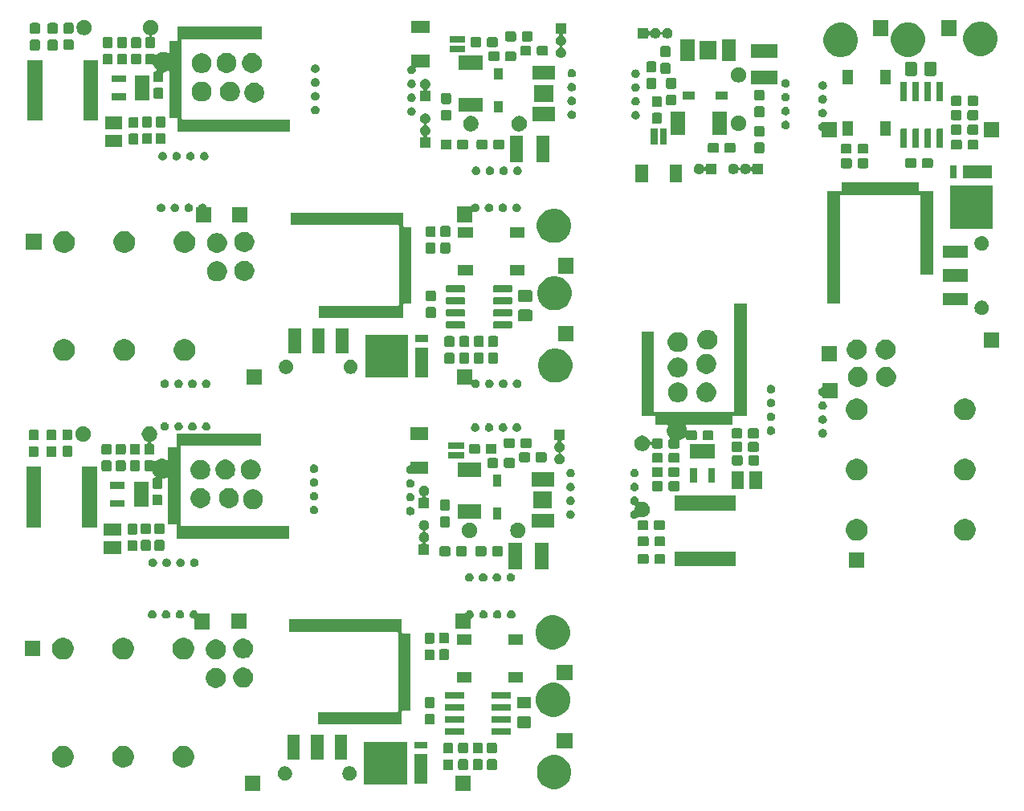
<source format=gbr>
G04 #@! TF.GenerationSoftware,KiCad,Pcbnew,(5.1.4)-1*
G04 #@! TF.CreationDate,2020-04-09T13:39:23+02:00*
G04 #@! TF.ProjectId,output.sky_panel_03_kits,6f757470-7574-42e7-936b-795f70616e65,rev?*
G04 #@! TF.SameCoordinates,Original*
G04 #@! TF.FileFunction,Soldermask,Top*
G04 #@! TF.FilePolarity,Negative*
%FSLAX46Y46*%
G04 Gerber Fmt 4.6, Leading zero omitted, Abs format (unit mm)*
G04 Created by KiCad (PCBNEW (5.1.4)-1) date 2020-04-09 13:39:23*
%MOMM*%
%LPD*%
G04 APERTURE LIST*
%ADD10C,0.100000*%
G04 APERTURE END LIST*
D10*
G36*
X178473000Y-153888000D02*
G01*
X176847000Y-153888000D01*
X176847000Y-152262000D01*
X178473000Y-152262000D01*
X178473000Y-153888000D01*
X178473000Y-153888000D01*
G37*
G36*
X156283000Y-153878000D02*
G01*
X154657000Y-153878000D01*
X154657000Y-152252000D01*
X156283000Y-152252000D01*
X156283000Y-153878000D01*
X156283000Y-153878000D01*
G37*
G36*
X187755331Y-150143211D02*
G01*
X188083092Y-150278974D01*
X188378070Y-150476072D01*
X188628928Y-150726930D01*
X188826026Y-151021908D01*
X188961789Y-151349669D01*
X189031000Y-151697616D01*
X189031000Y-152052384D01*
X188961789Y-152400331D01*
X188826026Y-152728092D01*
X188628928Y-153023070D01*
X188378070Y-153273928D01*
X188083092Y-153471026D01*
X187755331Y-153606789D01*
X187407384Y-153676000D01*
X187052616Y-153676000D01*
X186704669Y-153606789D01*
X186376908Y-153471026D01*
X186081930Y-153273928D01*
X185831072Y-153023070D01*
X185633974Y-152728092D01*
X185498211Y-152400331D01*
X185429000Y-152052384D01*
X185429000Y-151697616D01*
X185498211Y-151349669D01*
X185633974Y-151021908D01*
X185831072Y-150726930D01*
X186081930Y-150476072D01*
X186376908Y-150278974D01*
X186704669Y-150143211D01*
X187052616Y-150074000D01*
X187407384Y-150074000D01*
X187755331Y-150143211D01*
X187755331Y-150143211D01*
G37*
G36*
X171721000Y-153166000D02*
G01*
X167219000Y-153166000D01*
X167219000Y-148664000D01*
X171721000Y-148664000D01*
X171721000Y-153166000D01*
X171721000Y-153166000D01*
G37*
G36*
X173866000Y-153101000D02*
G01*
X172494000Y-153101000D01*
X172494000Y-149999000D01*
X173866000Y-149999000D01*
X173866000Y-153101000D01*
X173866000Y-153101000D01*
G37*
G36*
X165879059Y-151292860D02*
G01*
X165992257Y-151339748D01*
X166015732Y-151349472D01*
X166138735Y-151431660D01*
X166243340Y-151536265D01*
X166319968Y-151650947D01*
X166325529Y-151659270D01*
X166330388Y-151671000D01*
X166382140Y-151795941D01*
X166411000Y-151941033D01*
X166411000Y-152088967D01*
X166382140Y-152234059D01*
X166325528Y-152370732D01*
X166243340Y-152493735D01*
X166138735Y-152598340D01*
X166015732Y-152680528D01*
X166015731Y-152680529D01*
X166015730Y-152680529D01*
X165879059Y-152737140D01*
X165733968Y-152766000D01*
X165586032Y-152766000D01*
X165440941Y-152737140D01*
X165304270Y-152680529D01*
X165304269Y-152680529D01*
X165304268Y-152680528D01*
X165181265Y-152598340D01*
X165076660Y-152493735D01*
X164994472Y-152370732D01*
X164937860Y-152234059D01*
X164909000Y-152088967D01*
X164909000Y-151941033D01*
X164937860Y-151795941D01*
X164989612Y-151671000D01*
X164994471Y-151659270D01*
X165000032Y-151650947D01*
X165076660Y-151536265D01*
X165181265Y-151431660D01*
X165304268Y-151349472D01*
X165327744Y-151339748D01*
X165440941Y-151292860D01*
X165586032Y-151264000D01*
X165733968Y-151264000D01*
X165879059Y-151292860D01*
X165879059Y-151292860D01*
G37*
G36*
X159079059Y-151292860D02*
G01*
X159192257Y-151339748D01*
X159215732Y-151349472D01*
X159338735Y-151431660D01*
X159443340Y-151536265D01*
X159519968Y-151650947D01*
X159525529Y-151659270D01*
X159530388Y-151671000D01*
X159582140Y-151795941D01*
X159611000Y-151941033D01*
X159611000Y-152088967D01*
X159582140Y-152234059D01*
X159525528Y-152370732D01*
X159443340Y-152493735D01*
X159338735Y-152598340D01*
X159215732Y-152680528D01*
X159215731Y-152680529D01*
X159215730Y-152680529D01*
X159079059Y-152737140D01*
X158933968Y-152766000D01*
X158786032Y-152766000D01*
X158640941Y-152737140D01*
X158504270Y-152680529D01*
X158504269Y-152680529D01*
X158504268Y-152680528D01*
X158381265Y-152598340D01*
X158276660Y-152493735D01*
X158194472Y-152370732D01*
X158137860Y-152234059D01*
X158109000Y-152088967D01*
X158109000Y-151941033D01*
X158137860Y-151795941D01*
X158189612Y-151671000D01*
X158194471Y-151659270D01*
X158200032Y-151650947D01*
X158276660Y-151536265D01*
X158381265Y-151431660D01*
X158504268Y-151349472D01*
X158527744Y-151339748D01*
X158640941Y-151292860D01*
X158786032Y-151264000D01*
X158933968Y-151264000D01*
X159079059Y-151292860D01*
X159079059Y-151292860D01*
G37*
G36*
X176434499Y-150523445D02*
G01*
X176471995Y-150534820D01*
X176506554Y-150553292D01*
X176536847Y-150578153D01*
X176561708Y-150608446D01*
X176580180Y-150643005D01*
X176591555Y-150680501D01*
X176596000Y-150725638D01*
X176596000Y-151464362D01*
X176591555Y-151509499D01*
X176580180Y-151546995D01*
X176561708Y-151581554D01*
X176536847Y-151611847D01*
X176506554Y-151636708D01*
X176471995Y-151655180D01*
X176434499Y-151666555D01*
X176389362Y-151671000D01*
X175750638Y-151671000D01*
X175705501Y-151666555D01*
X175668005Y-151655180D01*
X175633446Y-151636708D01*
X175603153Y-151611847D01*
X175578292Y-151581554D01*
X175559820Y-151546995D01*
X175548445Y-151509499D01*
X175544000Y-151464362D01*
X175544000Y-150725638D01*
X175548445Y-150680501D01*
X175559820Y-150643005D01*
X175578292Y-150608446D01*
X175603153Y-150578153D01*
X175633446Y-150553292D01*
X175668005Y-150534820D01*
X175705501Y-150523445D01*
X175750638Y-150519000D01*
X176389362Y-150519000D01*
X176434499Y-150523445D01*
X176434499Y-150523445D01*
G37*
G36*
X181044499Y-150513445D02*
G01*
X181081995Y-150524820D01*
X181116554Y-150543292D01*
X181146847Y-150568153D01*
X181171708Y-150598446D01*
X181190180Y-150633005D01*
X181201555Y-150670501D01*
X181206000Y-150715638D01*
X181206000Y-151454362D01*
X181201555Y-151499499D01*
X181190180Y-151536995D01*
X181171708Y-151571554D01*
X181146847Y-151601847D01*
X181116554Y-151626708D01*
X181081995Y-151645180D01*
X181044499Y-151656555D01*
X180999362Y-151661000D01*
X180360638Y-151661000D01*
X180315501Y-151656555D01*
X180278005Y-151645180D01*
X180243446Y-151626708D01*
X180213153Y-151601847D01*
X180188292Y-151571554D01*
X180169820Y-151536995D01*
X180158445Y-151499499D01*
X180154000Y-151454362D01*
X180154000Y-150715638D01*
X180158445Y-150670501D01*
X180169820Y-150633005D01*
X180188292Y-150598446D01*
X180213153Y-150568153D01*
X180243446Y-150543292D01*
X180278005Y-150524820D01*
X180315501Y-150513445D01*
X180360638Y-150509000D01*
X180999362Y-150509000D01*
X181044499Y-150513445D01*
X181044499Y-150513445D01*
G37*
G36*
X179544499Y-150508445D02*
G01*
X179581995Y-150519820D01*
X179616554Y-150538292D01*
X179646847Y-150563153D01*
X179671708Y-150593446D01*
X179690180Y-150628005D01*
X179701555Y-150665501D01*
X179706000Y-150710638D01*
X179706000Y-151449362D01*
X179701555Y-151494499D01*
X179690180Y-151531995D01*
X179671708Y-151566554D01*
X179646847Y-151596847D01*
X179616554Y-151621708D01*
X179581995Y-151640180D01*
X179544499Y-151651555D01*
X179499362Y-151656000D01*
X178860638Y-151656000D01*
X178815501Y-151651555D01*
X178778005Y-151640180D01*
X178743446Y-151621708D01*
X178713153Y-151596847D01*
X178688292Y-151566554D01*
X178669820Y-151531995D01*
X178658445Y-151494499D01*
X178654000Y-151449362D01*
X178654000Y-150710638D01*
X178658445Y-150665501D01*
X178669820Y-150628005D01*
X178688292Y-150593446D01*
X178713153Y-150563153D01*
X178743446Y-150538292D01*
X178778005Y-150519820D01*
X178815501Y-150508445D01*
X178860638Y-150504000D01*
X179499362Y-150504000D01*
X179544499Y-150508445D01*
X179544499Y-150508445D01*
G37*
G36*
X178014499Y-150508445D02*
G01*
X178051995Y-150519820D01*
X178086554Y-150538292D01*
X178116847Y-150563153D01*
X178141708Y-150593446D01*
X178160180Y-150628005D01*
X178171555Y-150665501D01*
X178176000Y-150710638D01*
X178176000Y-151449362D01*
X178171555Y-151494499D01*
X178160180Y-151531995D01*
X178141708Y-151566554D01*
X178116847Y-151596847D01*
X178086554Y-151621708D01*
X178051995Y-151640180D01*
X178014499Y-151651555D01*
X177969362Y-151656000D01*
X177330638Y-151656000D01*
X177285501Y-151651555D01*
X177248005Y-151640180D01*
X177213446Y-151621708D01*
X177183153Y-151596847D01*
X177158292Y-151566554D01*
X177139820Y-151531995D01*
X177128445Y-151494499D01*
X177124000Y-151449362D01*
X177124000Y-150710638D01*
X177128445Y-150665501D01*
X177139820Y-150628005D01*
X177158292Y-150593446D01*
X177183153Y-150563153D01*
X177213446Y-150538292D01*
X177248005Y-150519820D01*
X177285501Y-150508445D01*
X177330638Y-150504000D01*
X177969362Y-150504000D01*
X178014499Y-150508445D01*
X178014499Y-150508445D01*
G37*
G36*
X135782088Y-149150251D02*
G01*
X135989280Y-149236073D01*
X135989282Y-149236074D01*
X136175752Y-149360669D01*
X136334331Y-149519248D01*
X136454679Y-149699362D01*
X136458927Y-149705720D01*
X136544749Y-149912912D01*
X136588500Y-150132866D01*
X136588500Y-150357134D01*
X136544749Y-150577088D01*
X136459871Y-150782000D01*
X136458926Y-150784282D01*
X136334331Y-150970752D01*
X136175752Y-151129331D01*
X135989282Y-151253926D01*
X135989281Y-151253927D01*
X135989280Y-151253927D01*
X135782088Y-151339749D01*
X135562134Y-151383500D01*
X135337866Y-151383500D01*
X135117912Y-151339749D01*
X134910720Y-151253927D01*
X134910719Y-151253927D01*
X134910718Y-151253926D01*
X134724248Y-151129331D01*
X134565669Y-150970752D01*
X134441074Y-150784282D01*
X134440129Y-150782000D01*
X134355251Y-150577088D01*
X134311500Y-150357134D01*
X134311500Y-150132866D01*
X134355251Y-149912912D01*
X134441073Y-149705720D01*
X134445321Y-149699362D01*
X134565669Y-149519248D01*
X134724248Y-149360669D01*
X134910718Y-149236074D01*
X134910720Y-149236073D01*
X135117912Y-149150251D01*
X135337866Y-149106500D01*
X135562134Y-149106500D01*
X135782088Y-149150251D01*
X135782088Y-149150251D01*
G37*
G36*
X142132088Y-149150251D02*
G01*
X142339280Y-149236073D01*
X142339282Y-149236074D01*
X142525752Y-149360669D01*
X142684331Y-149519248D01*
X142804679Y-149699362D01*
X142808927Y-149705720D01*
X142894749Y-149912912D01*
X142938500Y-150132866D01*
X142938500Y-150357134D01*
X142894749Y-150577088D01*
X142809871Y-150782000D01*
X142808926Y-150784282D01*
X142684331Y-150970752D01*
X142525752Y-151129331D01*
X142339282Y-151253926D01*
X142339281Y-151253927D01*
X142339280Y-151253927D01*
X142132088Y-151339749D01*
X141912134Y-151383500D01*
X141687866Y-151383500D01*
X141467912Y-151339749D01*
X141260720Y-151253927D01*
X141260719Y-151253927D01*
X141260718Y-151253926D01*
X141074248Y-151129331D01*
X140915669Y-150970752D01*
X140791074Y-150784282D01*
X140790129Y-150782000D01*
X140705251Y-150577088D01*
X140661500Y-150357134D01*
X140661500Y-150132866D01*
X140705251Y-149912912D01*
X140791073Y-149705720D01*
X140795321Y-149699362D01*
X140915669Y-149519248D01*
X141074248Y-149360669D01*
X141260718Y-149236074D01*
X141260720Y-149236073D01*
X141467912Y-149150251D01*
X141687866Y-149106500D01*
X141912134Y-149106500D01*
X142132088Y-149150251D01*
X142132088Y-149150251D01*
G37*
G36*
X148482088Y-149150251D02*
G01*
X148689280Y-149236073D01*
X148689282Y-149236074D01*
X148875752Y-149360669D01*
X149034331Y-149519248D01*
X149154679Y-149699362D01*
X149158927Y-149705720D01*
X149244749Y-149912912D01*
X149288500Y-150132866D01*
X149288500Y-150357134D01*
X149244749Y-150577088D01*
X149159871Y-150782000D01*
X149158926Y-150784282D01*
X149034331Y-150970752D01*
X148875752Y-151129331D01*
X148689282Y-151253926D01*
X148689281Y-151253927D01*
X148689280Y-151253927D01*
X148482088Y-151339749D01*
X148262134Y-151383500D01*
X148037866Y-151383500D01*
X147817912Y-151339749D01*
X147610720Y-151253927D01*
X147610719Y-151253927D01*
X147610718Y-151253926D01*
X147424248Y-151129331D01*
X147265669Y-150970752D01*
X147141074Y-150784282D01*
X147140129Y-150782000D01*
X147055251Y-150577088D01*
X147011500Y-150357134D01*
X147011500Y-150132866D01*
X147055251Y-149912912D01*
X147141073Y-149705720D01*
X147145321Y-149699362D01*
X147265669Y-149519248D01*
X147424248Y-149360669D01*
X147610718Y-149236074D01*
X147610720Y-149236073D01*
X147817912Y-149150251D01*
X148037866Y-149106500D01*
X148262134Y-149106500D01*
X148482088Y-149150251D01*
X148482088Y-149150251D01*
G37*
G36*
X165411000Y-150566000D02*
G01*
X164109000Y-150566000D01*
X164109000Y-147964000D01*
X165411000Y-147964000D01*
X165411000Y-150566000D01*
X165411000Y-150566000D01*
G37*
G36*
X162911000Y-150566000D02*
G01*
X161609000Y-150566000D01*
X161609000Y-147964000D01*
X162911000Y-147964000D01*
X162911000Y-150566000D01*
X162911000Y-150566000D01*
G37*
G36*
X160411000Y-150566000D02*
G01*
X159109000Y-150566000D01*
X159109000Y-147964000D01*
X160411000Y-147964000D01*
X160411000Y-150566000D01*
X160411000Y-150566000D01*
G37*
G36*
X176434499Y-148773445D02*
G01*
X176471995Y-148784820D01*
X176506554Y-148803292D01*
X176536847Y-148828153D01*
X176561708Y-148858446D01*
X176580180Y-148893005D01*
X176591555Y-148930501D01*
X176596000Y-148975638D01*
X176596000Y-149714362D01*
X176591555Y-149759499D01*
X176580180Y-149796995D01*
X176561708Y-149831554D01*
X176536847Y-149861847D01*
X176506554Y-149886708D01*
X176471995Y-149905180D01*
X176434499Y-149916555D01*
X176389362Y-149921000D01*
X175750638Y-149921000D01*
X175705501Y-149916555D01*
X175668005Y-149905180D01*
X175633446Y-149886708D01*
X175603153Y-149861847D01*
X175578292Y-149831554D01*
X175559820Y-149796995D01*
X175548445Y-149759499D01*
X175544000Y-149714362D01*
X175544000Y-148975638D01*
X175548445Y-148930501D01*
X175559820Y-148893005D01*
X175578292Y-148858446D01*
X175603153Y-148828153D01*
X175633446Y-148803292D01*
X175668005Y-148784820D01*
X175705501Y-148773445D01*
X175750638Y-148769000D01*
X176389362Y-148769000D01*
X176434499Y-148773445D01*
X176434499Y-148773445D01*
G37*
G36*
X181044499Y-148763445D02*
G01*
X181081995Y-148774820D01*
X181116554Y-148793292D01*
X181146847Y-148818153D01*
X181171708Y-148848446D01*
X181190180Y-148883005D01*
X181201555Y-148920501D01*
X181206000Y-148965638D01*
X181206000Y-149704362D01*
X181201555Y-149749499D01*
X181190180Y-149786995D01*
X181171708Y-149821554D01*
X181146847Y-149851847D01*
X181116554Y-149876708D01*
X181081995Y-149895180D01*
X181044499Y-149906555D01*
X180999362Y-149911000D01*
X180360638Y-149911000D01*
X180315501Y-149906555D01*
X180278005Y-149895180D01*
X180243446Y-149876708D01*
X180213153Y-149851847D01*
X180188292Y-149821554D01*
X180169820Y-149786995D01*
X180158445Y-149749499D01*
X180154000Y-149704362D01*
X180154000Y-148965638D01*
X180158445Y-148920501D01*
X180169820Y-148883005D01*
X180188292Y-148848446D01*
X180213153Y-148818153D01*
X180243446Y-148793292D01*
X180278005Y-148774820D01*
X180315501Y-148763445D01*
X180360638Y-148759000D01*
X180999362Y-148759000D01*
X181044499Y-148763445D01*
X181044499Y-148763445D01*
G37*
G36*
X179544499Y-148758445D02*
G01*
X179581995Y-148769820D01*
X179616554Y-148788292D01*
X179646847Y-148813153D01*
X179671708Y-148843446D01*
X179690180Y-148878005D01*
X179701555Y-148915501D01*
X179706000Y-148960638D01*
X179706000Y-149699362D01*
X179701555Y-149744499D01*
X179690180Y-149781995D01*
X179671708Y-149816554D01*
X179646847Y-149846847D01*
X179616554Y-149871708D01*
X179581995Y-149890180D01*
X179544499Y-149901555D01*
X179499362Y-149906000D01*
X178860638Y-149906000D01*
X178815501Y-149901555D01*
X178778005Y-149890180D01*
X178743446Y-149871708D01*
X178713153Y-149846847D01*
X178688292Y-149816554D01*
X178669820Y-149781995D01*
X178658445Y-149744499D01*
X178654000Y-149699362D01*
X178654000Y-148960638D01*
X178658445Y-148915501D01*
X178669820Y-148878005D01*
X178688292Y-148843446D01*
X178713153Y-148813153D01*
X178743446Y-148788292D01*
X178778005Y-148769820D01*
X178815501Y-148758445D01*
X178860638Y-148754000D01*
X179499362Y-148754000D01*
X179544499Y-148758445D01*
X179544499Y-148758445D01*
G37*
G36*
X178014499Y-148758445D02*
G01*
X178051995Y-148769820D01*
X178086554Y-148788292D01*
X178116847Y-148813153D01*
X178141708Y-148843446D01*
X178160180Y-148878005D01*
X178171555Y-148915501D01*
X178176000Y-148960638D01*
X178176000Y-149699362D01*
X178171555Y-149744499D01*
X178160180Y-149781995D01*
X178141708Y-149816554D01*
X178116847Y-149846847D01*
X178086554Y-149871708D01*
X178051995Y-149890180D01*
X178014499Y-149901555D01*
X177969362Y-149906000D01*
X177330638Y-149906000D01*
X177285501Y-149901555D01*
X177248005Y-149890180D01*
X177213446Y-149871708D01*
X177183153Y-149846847D01*
X177158292Y-149816554D01*
X177139820Y-149781995D01*
X177128445Y-149744499D01*
X177124000Y-149699362D01*
X177124000Y-148960638D01*
X177128445Y-148915501D01*
X177139820Y-148878005D01*
X177158292Y-148843446D01*
X177183153Y-148813153D01*
X177213446Y-148788292D01*
X177248005Y-148769820D01*
X177285501Y-148758445D01*
X177330638Y-148754000D01*
X177969362Y-148754000D01*
X178014499Y-148758445D01*
X178014499Y-148758445D01*
G37*
G36*
X173866000Y-149366000D02*
G01*
X172494000Y-149366000D01*
X172494000Y-148654000D01*
X173866000Y-148654000D01*
X173866000Y-149366000D01*
X173866000Y-149366000D01*
G37*
G36*
X189163000Y-149358000D02*
G01*
X187537000Y-149358000D01*
X187537000Y-147732000D01*
X189163000Y-147732000D01*
X189163000Y-149358000D01*
X189163000Y-149358000D01*
G37*
G36*
X177659928Y-147241764D02*
G01*
X177681009Y-147248160D01*
X177700445Y-147258548D01*
X177717476Y-147272524D01*
X177731452Y-147289555D01*
X177741840Y-147308991D01*
X177748236Y-147330072D01*
X177751000Y-147358140D01*
X177751000Y-147821860D01*
X177748236Y-147849928D01*
X177741840Y-147871009D01*
X177731452Y-147890445D01*
X177717476Y-147907476D01*
X177700445Y-147921452D01*
X177681009Y-147931840D01*
X177659928Y-147938236D01*
X177631860Y-147941000D01*
X175818140Y-147941000D01*
X175790072Y-147938236D01*
X175768991Y-147931840D01*
X175749555Y-147921452D01*
X175732524Y-147907476D01*
X175718548Y-147890445D01*
X175708160Y-147871009D01*
X175701764Y-147849928D01*
X175699000Y-147821860D01*
X175699000Y-147358140D01*
X175701764Y-147330072D01*
X175708160Y-147308991D01*
X175718548Y-147289555D01*
X175732524Y-147272524D01*
X175749555Y-147258548D01*
X175768991Y-147248160D01*
X175790072Y-147241764D01*
X175818140Y-147239000D01*
X177631860Y-147239000D01*
X177659928Y-147241764D01*
X177659928Y-147241764D01*
G37*
G36*
X182609928Y-147241764D02*
G01*
X182631009Y-147248160D01*
X182650445Y-147258548D01*
X182667476Y-147272524D01*
X182681452Y-147289555D01*
X182691840Y-147308991D01*
X182698236Y-147330072D01*
X182701000Y-147358140D01*
X182701000Y-147821860D01*
X182698236Y-147849928D01*
X182691840Y-147871009D01*
X182681452Y-147890445D01*
X182667476Y-147907476D01*
X182650445Y-147921452D01*
X182631009Y-147931840D01*
X182609928Y-147938236D01*
X182581860Y-147941000D01*
X180768140Y-147941000D01*
X180740072Y-147938236D01*
X180718991Y-147931840D01*
X180699555Y-147921452D01*
X180682524Y-147907476D01*
X180668548Y-147890445D01*
X180658160Y-147871009D01*
X180651764Y-147849928D01*
X180649000Y-147821860D01*
X180649000Y-147358140D01*
X180651764Y-147330072D01*
X180658160Y-147308991D01*
X180668548Y-147289555D01*
X180682524Y-147272524D01*
X180699555Y-147258548D01*
X180718991Y-147248160D01*
X180740072Y-147241764D01*
X180768140Y-147239000D01*
X182581860Y-147239000D01*
X182609928Y-147241764D01*
X182609928Y-147241764D01*
G37*
G36*
X184648674Y-145978465D02*
G01*
X184686367Y-145989899D01*
X184721103Y-146008466D01*
X184751548Y-146033452D01*
X184776534Y-146063897D01*
X184795101Y-146098633D01*
X184806535Y-146136326D01*
X184811000Y-146181661D01*
X184811000Y-147018339D01*
X184806535Y-147063674D01*
X184795101Y-147101367D01*
X184776534Y-147136103D01*
X184751548Y-147166548D01*
X184721103Y-147191534D01*
X184686367Y-147210101D01*
X184648674Y-147221535D01*
X184603339Y-147226000D01*
X183516661Y-147226000D01*
X183471326Y-147221535D01*
X183433633Y-147210101D01*
X183398897Y-147191534D01*
X183368452Y-147166548D01*
X183343466Y-147136103D01*
X183324899Y-147101367D01*
X183313465Y-147063674D01*
X183309000Y-147018339D01*
X183309000Y-146181661D01*
X183313465Y-146136326D01*
X183324899Y-146098633D01*
X183343466Y-146063897D01*
X183368452Y-146033452D01*
X183398897Y-146008466D01*
X183433633Y-145989899D01*
X183471326Y-145978465D01*
X183516661Y-145974000D01*
X184603339Y-145974000D01*
X184648674Y-145978465D01*
X184648674Y-145978465D01*
G37*
G36*
X171181000Y-137139001D02*
G01*
X171183402Y-137163387D01*
X171190515Y-137186836D01*
X171202066Y-137208447D01*
X171217611Y-137227389D01*
X171236553Y-137242934D01*
X171258164Y-137254485D01*
X171281613Y-137261598D01*
X171305999Y-137264000D01*
X172081000Y-137264000D01*
X172081000Y-145366000D01*
X171305999Y-145366000D01*
X171281613Y-145368402D01*
X171258164Y-145375515D01*
X171236553Y-145387066D01*
X171217611Y-145402611D01*
X171202066Y-145421553D01*
X171190515Y-145443164D01*
X171183402Y-145466613D01*
X171181000Y-145490999D01*
X171181000Y-146866000D01*
X162329000Y-146866000D01*
X162329000Y-145564000D01*
X170654001Y-145564000D01*
X170678387Y-145561598D01*
X170701836Y-145554485D01*
X170723447Y-145542934D01*
X170742389Y-145527389D01*
X170757934Y-145508447D01*
X170769485Y-145486836D01*
X170776598Y-145463387D01*
X170779000Y-145439001D01*
X170779000Y-137190999D01*
X170776598Y-137166613D01*
X170769485Y-137143164D01*
X170757934Y-137121553D01*
X170742389Y-137102611D01*
X170723447Y-137087066D01*
X170701836Y-137075515D01*
X170678387Y-137068402D01*
X170654001Y-137066000D01*
X159329000Y-137066000D01*
X159329000Y-135764000D01*
X171181000Y-135764000D01*
X171181000Y-137139001D01*
X171181000Y-137139001D01*
G37*
G36*
X174484499Y-145718445D02*
G01*
X174521995Y-145729820D01*
X174556554Y-145748292D01*
X174586847Y-145773153D01*
X174611708Y-145803446D01*
X174630180Y-145838005D01*
X174641555Y-145875501D01*
X174646000Y-145920638D01*
X174646000Y-146659362D01*
X174641555Y-146704499D01*
X174630180Y-146741995D01*
X174611708Y-146776554D01*
X174586847Y-146806847D01*
X174556554Y-146831708D01*
X174521995Y-146850180D01*
X174484499Y-146861555D01*
X174439362Y-146866000D01*
X173800638Y-146866000D01*
X173755501Y-146861555D01*
X173718005Y-146850180D01*
X173683446Y-146831708D01*
X173653153Y-146806847D01*
X173628292Y-146776554D01*
X173609820Y-146741995D01*
X173598445Y-146704499D01*
X173594000Y-146659362D01*
X173594000Y-145920638D01*
X173598445Y-145875501D01*
X173609820Y-145838005D01*
X173628292Y-145803446D01*
X173653153Y-145773153D01*
X173683446Y-145748292D01*
X173718005Y-145729820D01*
X173755501Y-145718445D01*
X173800638Y-145714000D01*
X174439362Y-145714000D01*
X174484499Y-145718445D01*
X174484499Y-145718445D01*
G37*
G36*
X177659928Y-145971764D02*
G01*
X177681009Y-145978160D01*
X177700445Y-145988548D01*
X177717476Y-146002524D01*
X177731452Y-146019555D01*
X177741840Y-146038991D01*
X177748236Y-146060072D01*
X177751000Y-146088140D01*
X177751000Y-146551860D01*
X177748236Y-146579928D01*
X177741840Y-146601009D01*
X177731452Y-146620445D01*
X177717476Y-146637476D01*
X177700445Y-146651452D01*
X177681009Y-146661840D01*
X177659928Y-146668236D01*
X177631860Y-146671000D01*
X175818140Y-146671000D01*
X175790072Y-146668236D01*
X175768991Y-146661840D01*
X175749555Y-146651452D01*
X175732524Y-146637476D01*
X175718548Y-146620445D01*
X175708160Y-146601009D01*
X175701764Y-146579928D01*
X175699000Y-146551860D01*
X175699000Y-146088140D01*
X175701764Y-146060072D01*
X175708160Y-146038991D01*
X175718548Y-146019555D01*
X175732524Y-146002524D01*
X175749555Y-145988548D01*
X175768991Y-145978160D01*
X175790072Y-145971764D01*
X175818140Y-145969000D01*
X177631860Y-145969000D01*
X177659928Y-145971764D01*
X177659928Y-145971764D01*
G37*
G36*
X182609928Y-145971764D02*
G01*
X182631009Y-145978160D01*
X182650445Y-145988548D01*
X182667476Y-146002524D01*
X182681452Y-146019555D01*
X182691840Y-146038991D01*
X182698236Y-146060072D01*
X182701000Y-146088140D01*
X182701000Y-146551860D01*
X182698236Y-146579928D01*
X182691840Y-146601009D01*
X182681452Y-146620445D01*
X182667476Y-146637476D01*
X182650445Y-146651452D01*
X182631009Y-146661840D01*
X182609928Y-146668236D01*
X182581860Y-146671000D01*
X180768140Y-146671000D01*
X180740072Y-146668236D01*
X180718991Y-146661840D01*
X180699555Y-146651452D01*
X180682524Y-146637476D01*
X180668548Y-146620445D01*
X180658160Y-146601009D01*
X180651764Y-146579928D01*
X180649000Y-146551860D01*
X180649000Y-146088140D01*
X180651764Y-146060072D01*
X180658160Y-146038991D01*
X180668548Y-146019555D01*
X180682524Y-146002524D01*
X180699555Y-145988548D01*
X180718991Y-145978160D01*
X180740072Y-145971764D01*
X180768140Y-145969000D01*
X182581860Y-145969000D01*
X182609928Y-145971764D01*
X182609928Y-145971764D01*
G37*
G36*
X187665331Y-142513211D02*
G01*
X187993092Y-142648974D01*
X188288070Y-142846072D01*
X188538928Y-143096930D01*
X188736026Y-143391908D01*
X188871789Y-143719669D01*
X188941000Y-144067616D01*
X188941000Y-144422384D01*
X188871789Y-144770331D01*
X188736026Y-145098092D01*
X188538928Y-145393070D01*
X188288070Y-145643928D01*
X187993092Y-145841026D01*
X187665331Y-145976789D01*
X187317384Y-146046000D01*
X186962616Y-146046000D01*
X186614669Y-145976789D01*
X186286908Y-145841026D01*
X185991930Y-145643928D01*
X185741072Y-145393070D01*
X185543974Y-145098092D01*
X185408211Y-144770331D01*
X185339000Y-144422384D01*
X185339000Y-144067616D01*
X185408211Y-143719669D01*
X185543974Y-143391908D01*
X185741072Y-143096930D01*
X185991930Y-142846072D01*
X186286908Y-142648974D01*
X186614669Y-142513211D01*
X186962616Y-142444000D01*
X187317384Y-142444000D01*
X187665331Y-142513211D01*
X187665331Y-142513211D01*
G37*
G36*
X182609928Y-144701764D02*
G01*
X182631009Y-144708160D01*
X182650445Y-144718548D01*
X182667476Y-144732524D01*
X182681452Y-144749555D01*
X182691840Y-144768991D01*
X182698236Y-144790072D01*
X182701000Y-144818140D01*
X182701000Y-145281860D01*
X182698236Y-145309928D01*
X182691840Y-145331009D01*
X182681452Y-145350445D01*
X182667476Y-145367476D01*
X182650445Y-145381452D01*
X182631009Y-145391840D01*
X182609928Y-145398236D01*
X182581860Y-145401000D01*
X180768140Y-145401000D01*
X180740072Y-145398236D01*
X180718991Y-145391840D01*
X180699555Y-145381452D01*
X180682524Y-145367476D01*
X180668548Y-145350445D01*
X180658160Y-145331009D01*
X180651764Y-145309928D01*
X180649000Y-145281860D01*
X180649000Y-144818140D01*
X180651764Y-144790072D01*
X180658160Y-144768991D01*
X180668548Y-144749555D01*
X180682524Y-144732524D01*
X180699555Y-144718548D01*
X180718991Y-144708160D01*
X180740072Y-144701764D01*
X180768140Y-144699000D01*
X182581860Y-144699000D01*
X182609928Y-144701764D01*
X182609928Y-144701764D01*
G37*
G36*
X177659928Y-144701764D02*
G01*
X177681009Y-144708160D01*
X177700445Y-144718548D01*
X177717476Y-144732524D01*
X177731452Y-144749555D01*
X177741840Y-144768991D01*
X177748236Y-144790072D01*
X177751000Y-144818140D01*
X177751000Y-145281860D01*
X177748236Y-145309928D01*
X177741840Y-145331009D01*
X177731452Y-145350445D01*
X177717476Y-145367476D01*
X177700445Y-145381452D01*
X177681009Y-145391840D01*
X177659928Y-145398236D01*
X177631860Y-145401000D01*
X175818140Y-145401000D01*
X175790072Y-145398236D01*
X175768991Y-145391840D01*
X175749555Y-145381452D01*
X175732524Y-145367476D01*
X175718548Y-145350445D01*
X175708160Y-145331009D01*
X175701764Y-145309928D01*
X175699000Y-145281860D01*
X175699000Y-144818140D01*
X175701764Y-144790072D01*
X175708160Y-144768991D01*
X175718548Y-144749555D01*
X175732524Y-144732524D01*
X175749555Y-144718548D01*
X175768991Y-144708160D01*
X175790072Y-144701764D01*
X175818140Y-144699000D01*
X177631860Y-144699000D01*
X177659928Y-144701764D01*
X177659928Y-144701764D01*
G37*
G36*
X184648674Y-143928465D02*
G01*
X184686367Y-143939899D01*
X184721103Y-143958466D01*
X184751548Y-143983452D01*
X184776534Y-144013897D01*
X184795101Y-144048633D01*
X184806535Y-144086326D01*
X184811000Y-144131661D01*
X184811000Y-144968339D01*
X184806535Y-145013674D01*
X184795101Y-145051367D01*
X184776534Y-145086103D01*
X184751548Y-145116548D01*
X184721103Y-145141534D01*
X184686367Y-145160101D01*
X184648674Y-145171535D01*
X184603339Y-145176000D01*
X183516661Y-145176000D01*
X183471326Y-145171535D01*
X183433633Y-145160101D01*
X183398897Y-145141534D01*
X183368452Y-145116548D01*
X183343466Y-145086103D01*
X183324899Y-145051367D01*
X183313465Y-145013674D01*
X183309000Y-144968339D01*
X183309000Y-144131661D01*
X183313465Y-144086326D01*
X183324899Y-144048633D01*
X183343466Y-144013897D01*
X183368452Y-143983452D01*
X183398897Y-143958466D01*
X183433633Y-143939899D01*
X183471326Y-143928465D01*
X183516661Y-143924000D01*
X184603339Y-143924000D01*
X184648674Y-143928465D01*
X184648674Y-143928465D01*
G37*
G36*
X174484499Y-143968445D02*
G01*
X174521995Y-143979820D01*
X174556554Y-143998292D01*
X174586847Y-144023153D01*
X174611708Y-144053446D01*
X174630180Y-144088005D01*
X174641555Y-144125501D01*
X174646000Y-144170638D01*
X174646000Y-144909362D01*
X174641555Y-144954499D01*
X174630180Y-144991995D01*
X174611708Y-145026554D01*
X174586847Y-145056847D01*
X174556554Y-145081708D01*
X174521995Y-145100180D01*
X174484499Y-145111555D01*
X174439362Y-145116000D01*
X173800638Y-145116000D01*
X173755501Y-145111555D01*
X173718005Y-145100180D01*
X173683446Y-145081708D01*
X173653153Y-145056847D01*
X173628292Y-145026554D01*
X173609820Y-144991995D01*
X173598445Y-144954499D01*
X173594000Y-144909362D01*
X173594000Y-144170638D01*
X173598445Y-144125501D01*
X173609820Y-144088005D01*
X173628292Y-144053446D01*
X173653153Y-144023153D01*
X173683446Y-143998292D01*
X173718005Y-143979820D01*
X173755501Y-143968445D01*
X173800638Y-143964000D01*
X174439362Y-143964000D01*
X174484499Y-143968445D01*
X174484499Y-143968445D01*
G37*
G36*
X182609928Y-143431764D02*
G01*
X182631009Y-143438160D01*
X182650445Y-143448548D01*
X182667476Y-143462524D01*
X182681452Y-143479555D01*
X182691840Y-143498991D01*
X182698236Y-143520072D01*
X182701000Y-143548140D01*
X182701000Y-144011860D01*
X182698236Y-144039928D01*
X182691840Y-144061009D01*
X182681452Y-144080445D01*
X182667476Y-144097476D01*
X182650445Y-144111452D01*
X182631009Y-144121840D01*
X182609928Y-144128236D01*
X182581860Y-144131000D01*
X180768140Y-144131000D01*
X180740072Y-144128236D01*
X180718991Y-144121840D01*
X180699555Y-144111452D01*
X180682524Y-144097476D01*
X180668548Y-144080445D01*
X180658160Y-144061009D01*
X180651764Y-144039928D01*
X180649000Y-144011860D01*
X180649000Y-143548140D01*
X180651764Y-143520072D01*
X180658160Y-143498991D01*
X180668548Y-143479555D01*
X180682524Y-143462524D01*
X180699555Y-143448548D01*
X180718991Y-143438160D01*
X180740072Y-143431764D01*
X180768140Y-143429000D01*
X182581860Y-143429000D01*
X182609928Y-143431764D01*
X182609928Y-143431764D01*
G37*
G36*
X177659928Y-143431764D02*
G01*
X177681009Y-143438160D01*
X177700445Y-143448548D01*
X177717476Y-143462524D01*
X177731452Y-143479555D01*
X177741840Y-143498991D01*
X177748236Y-143520072D01*
X177751000Y-143548140D01*
X177751000Y-144011860D01*
X177748236Y-144039928D01*
X177741840Y-144061009D01*
X177731452Y-144080445D01*
X177717476Y-144097476D01*
X177700445Y-144111452D01*
X177681009Y-144121840D01*
X177659928Y-144128236D01*
X177631860Y-144131000D01*
X175818140Y-144131000D01*
X175790072Y-144128236D01*
X175768991Y-144121840D01*
X175749555Y-144111452D01*
X175732524Y-144097476D01*
X175718548Y-144080445D01*
X175708160Y-144061009D01*
X175701764Y-144039928D01*
X175699000Y-144011860D01*
X175699000Y-143548140D01*
X175701764Y-143520072D01*
X175708160Y-143498991D01*
X175718548Y-143479555D01*
X175732524Y-143462524D01*
X175749555Y-143448548D01*
X175768991Y-143438160D01*
X175790072Y-143431764D01*
X175818140Y-143429000D01*
X177631860Y-143429000D01*
X177659928Y-143431764D01*
X177659928Y-143431764D01*
G37*
G36*
X151874564Y-140932389D02*
G01*
X152065833Y-141011615D01*
X152065835Y-141011616D01*
X152237973Y-141126635D01*
X152384365Y-141273027D01*
X152460630Y-141387165D01*
X152499385Y-141445167D01*
X152578611Y-141636436D01*
X152619000Y-141839484D01*
X152619000Y-142046516D01*
X152578611Y-142249564D01*
X152523409Y-142382833D01*
X152499384Y-142440835D01*
X152384365Y-142612973D01*
X152237973Y-142759365D01*
X152065835Y-142874384D01*
X152065834Y-142874385D01*
X152065833Y-142874385D01*
X151874564Y-142953611D01*
X151671516Y-142994000D01*
X151464484Y-142994000D01*
X151261436Y-142953611D01*
X151070167Y-142874385D01*
X151070166Y-142874385D01*
X151070165Y-142874384D01*
X150898027Y-142759365D01*
X150751635Y-142612973D01*
X150636616Y-142440835D01*
X150612591Y-142382833D01*
X150557389Y-142249564D01*
X150517000Y-142046516D01*
X150517000Y-141839484D01*
X150557389Y-141636436D01*
X150636615Y-141445167D01*
X150675371Y-141387165D01*
X150751635Y-141273027D01*
X150898027Y-141126635D01*
X151070165Y-141011616D01*
X151070167Y-141011615D01*
X151261436Y-140932389D01*
X151464484Y-140892000D01*
X151671516Y-140892000D01*
X151874564Y-140932389D01*
X151874564Y-140932389D01*
G37*
G36*
X154756564Y-140874389D02*
G01*
X154947833Y-140953615D01*
X154947835Y-140953616D01*
X155119973Y-141068635D01*
X155266365Y-141215027D01*
X155332497Y-141314000D01*
X155381385Y-141387167D01*
X155460611Y-141578436D01*
X155501000Y-141781484D01*
X155501000Y-141988516D01*
X155460611Y-142191564D01*
X155436586Y-142249565D01*
X155381384Y-142382835D01*
X155266365Y-142554973D01*
X155119973Y-142701365D01*
X154947835Y-142816384D01*
X154947834Y-142816385D01*
X154947833Y-142816385D01*
X154756564Y-142895611D01*
X154553516Y-142936000D01*
X154346484Y-142936000D01*
X154143436Y-142895611D01*
X153952167Y-142816385D01*
X153952166Y-142816385D01*
X153952165Y-142816384D01*
X153780027Y-142701365D01*
X153633635Y-142554973D01*
X153518616Y-142382835D01*
X153463414Y-142249565D01*
X153439389Y-142191564D01*
X153399000Y-141988516D01*
X153399000Y-141781484D01*
X153439389Y-141578436D01*
X153518615Y-141387167D01*
X153567504Y-141314000D01*
X153633635Y-141215027D01*
X153780027Y-141068635D01*
X153952165Y-140953616D01*
X153952167Y-140953615D01*
X154143436Y-140874389D01*
X154346484Y-140834000D01*
X154553516Y-140834000D01*
X154756564Y-140874389D01*
X154756564Y-140874389D01*
G37*
G36*
X183981000Y-142416000D02*
G01*
X182429000Y-142416000D01*
X182429000Y-141314000D01*
X183981000Y-141314000D01*
X183981000Y-142416000D01*
X183981000Y-142416000D01*
G37*
G36*
X178531000Y-142416000D02*
G01*
X176979000Y-142416000D01*
X176979000Y-141314000D01*
X178531000Y-141314000D01*
X178531000Y-142416000D01*
X178531000Y-142416000D01*
G37*
G36*
X189163000Y-142168000D02*
G01*
X187537000Y-142168000D01*
X187537000Y-140542000D01*
X189163000Y-140542000D01*
X189163000Y-142168000D01*
X189163000Y-142168000D01*
G37*
G36*
X174464499Y-138928445D02*
G01*
X174501995Y-138939820D01*
X174536554Y-138958292D01*
X174566847Y-138983153D01*
X174591708Y-139013446D01*
X174610180Y-139048005D01*
X174621555Y-139085501D01*
X174626000Y-139130638D01*
X174626000Y-139869362D01*
X174621555Y-139914499D01*
X174610180Y-139951995D01*
X174591708Y-139986554D01*
X174566847Y-140016847D01*
X174536554Y-140041708D01*
X174501995Y-140060180D01*
X174464499Y-140071555D01*
X174419362Y-140076000D01*
X173780638Y-140076000D01*
X173735501Y-140071555D01*
X173698005Y-140060180D01*
X173663446Y-140041708D01*
X173633153Y-140016847D01*
X173608292Y-139986554D01*
X173589820Y-139951995D01*
X173578445Y-139914499D01*
X173574000Y-139869362D01*
X173574000Y-139130638D01*
X173578445Y-139085501D01*
X173589820Y-139048005D01*
X173608292Y-139013446D01*
X173633153Y-138983153D01*
X173663446Y-138958292D01*
X173698005Y-138939820D01*
X173735501Y-138928445D01*
X173780638Y-138924000D01*
X174419362Y-138924000D01*
X174464499Y-138928445D01*
X174464499Y-138928445D01*
G37*
G36*
X176004499Y-138913445D02*
G01*
X176041995Y-138924820D01*
X176076554Y-138943292D01*
X176106847Y-138968153D01*
X176131708Y-138998446D01*
X176150180Y-139033005D01*
X176161555Y-139070501D01*
X176166000Y-139115638D01*
X176166000Y-139854362D01*
X176161555Y-139899499D01*
X176150180Y-139936995D01*
X176131708Y-139971554D01*
X176106847Y-140001847D01*
X176076554Y-140026708D01*
X176041995Y-140045180D01*
X176004499Y-140056555D01*
X175959362Y-140061000D01*
X175320638Y-140061000D01*
X175275501Y-140056555D01*
X175238005Y-140045180D01*
X175203446Y-140026708D01*
X175173153Y-140001847D01*
X175148292Y-139971554D01*
X175129820Y-139936995D01*
X175118445Y-139899499D01*
X175114000Y-139854362D01*
X175114000Y-139115638D01*
X175118445Y-139070501D01*
X175129820Y-139033005D01*
X175148292Y-138998446D01*
X175173153Y-138968153D01*
X175203446Y-138943292D01*
X175238005Y-138924820D01*
X175275501Y-138913445D01*
X175320638Y-138909000D01*
X175959362Y-138909000D01*
X176004499Y-138913445D01*
X176004499Y-138913445D01*
G37*
G36*
X151874564Y-137932389D02*
G01*
X152065833Y-138011615D01*
X152065835Y-138011616D01*
X152237973Y-138126635D01*
X152384365Y-138273027D01*
X152479897Y-138416000D01*
X152499385Y-138445167D01*
X152578611Y-138636436D01*
X152619000Y-138839484D01*
X152619000Y-139046516D01*
X152578611Y-139249564D01*
X152522810Y-139384280D01*
X152499384Y-139440835D01*
X152384365Y-139612973D01*
X152237973Y-139759365D01*
X152065835Y-139874384D01*
X152065834Y-139874385D01*
X152065833Y-139874385D01*
X151874564Y-139953611D01*
X151671516Y-139994000D01*
X151464484Y-139994000D01*
X151261436Y-139953611D01*
X151070167Y-139874385D01*
X151070166Y-139874385D01*
X151070165Y-139874384D01*
X150898027Y-139759365D01*
X150751635Y-139612973D01*
X150636616Y-139440835D01*
X150613190Y-139384280D01*
X150557389Y-139249564D01*
X150517000Y-139046516D01*
X150517000Y-138839484D01*
X150557389Y-138636436D01*
X150636615Y-138445167D01*
X150656104Y-138416000D01*
X150751635Y-138273027D01*
X150898027Y-138126635D01*
X151070165Y-138011616D01*
X151070167Y-138011615D01*
X151261436Y-137932389D01*
X151464484Y-137892000D01*
X151671516Y-137892000D01*
X151874564Y-137932389D01*
X151874564Y-137932389D01*
G37*
G36*
X135782088Y-137750251D02*
G01*
X135989280Y-137836073D01*
X135989282Y-137836074D01*
X136175752Y-137960669D01*
X136334331Y-138119248D01*
X136458926Y-138305718D01*
X136458927Y-138305720D01*
X136544749Y-138512912D01*
X136588500Y-138732866D01*
X136588500Y-138957134D01*
X136544749Y-139177088D01*
X136480237Y-139332833D01*
X136458926Y-139384282D01*
X136334331Y-139570752D01*
X136175752Y-139729331D01*
X135989282Y-139853926D01*
X135989281Y-139853927D01*
X135989280Y-139853927D01*
X135782088Y-139939749D01*
X135562134Y-139983500D01*
X135337866Y-139983500D01*
X135117912Y-139939749D01*
X134910720Y-139853927D01*
X134910719Y-139853927D01*
X134910718Y-139853926D01*
X134724248Y-139729331D01*
X134565669Y-139570752D01*
X134441074Y-139384282D01*
X134419763Y-139332833D01*
X134355251Y-139177088D01*
X134311500Y-138957134D01*
X134311500Y-138732866D01*
X134355251Y-138512912D01*
X134441073Y-138305720D01*
X134441074Y-138305718D01*
X134565669Y-138119248D01*
X134724248Y-137960669D01*
X134910718Y-137836074D01*
X134910720Y-137836073D01*
X135117912Y-137750251D01*
X135337866Y-137706500D01*
X135562134Y-137706500D01*
X135782088Y-137750251D01*
X135782088Y-137750251D01*
G37*
G36*
X142132088Y-137750251D02*
G01*
X142339280Y-137836073D01*
X142339282Y-137836074D01*
X142525752Y-137960669D01*
X142684331Y-138119248D01*
X142808926Y-138305718D01*
X142808927Y-138305720D01*
X142894749Y-138512912D01*
X142938500Y-138732866D01*
X142938500Y-138957134D01*
X142894749Y-139177088D01*
X142830237Y-139332833D01*
X142808926Y-139384282D01*
X142684331Y-139570752D01*
X142525752Y-139729331D01*
X142339282Y-139853926D01*
X142339281Y-139853927D01*
X142339280Y-139853927D01*
X142132088Y-139939749D01*
X141912134Y-139983500D01*
X141687866Y-139983500D01*
X141467912Y-139939749D01*
X141260720Y-139853927D01*
X141260719Y-139853927D01*
X141260718Y-139853926D01*
X141074248Y-139729331D01*
X140915669Y-139570752D01*
X140791074Y-139384282D01*
X140769763Y-139332833D01*
X140705251Y-139177088D01*
X140661500Y-138957134D01*
X140661500Y-138732866D01*
X140705251Y-138512912D01*
X140791073Y-138305720D01*
X140791074Y-138305718D01*
X140915669Y-138119248D01*
X141074248Y-137960669D01*
X141260718Y-137836074D01*
X141260720Y-137836073D01*
X141467912Y-137750251D01*
X141687866Y-137706500D01*
X141912134Y-137706500D01*
X142132088Y-137750251D01*
X142132088Y-137750251D01*
G37*
G36*
X148482088Y-137750251D02*
G01*
X148689280Y-137836073D01*
X148689282Y-137836074D01*
X148875752Y-137960669D01*
X149034331Y-138119248D01*
X149158926Y-138305718D01*
X149158927Y-138305720D01*
X149244749Y-138512912D01*
X149288500Y-138732866D01*
X149288500Y-138957134D01*
X149244749Y-139177088D01*
X149180237Y-139332833D01*
X149158926Y-139384282D01*
X149034331Y-139570752D01*
X148875752Y-139729331D01*
X148689282Y-139853926D01*
X148689281Y-139853927D01*
X148689280Y-139853927D01*
X148482088Y-139939749D01*
X148262134Y-139983500D01*
X148037866Y-139983500D01*
X147817912Y-139939749D01*
X147610720Y-139853927D01*
X147610719Y-139853927D01*
X147610718Y-139853926D01*
X147424248Y-139729331D01*
X147265669Y-139570752D01*
X147141074Y-139384282D01*
X147119763Y-139332833D01*
X147055251Y-139177088D01*
X147011500Y-138957134D01*
X147011500Y-138732866D01*
X147055251Y-138512912D01*
X147141073Y-138305720D01*
X147141074Y-138305718D01*
X147265669Y-138119248D01*
X147424248Y-137960669D01*
X147610718Y-137836074D01*
X147610720Y-137836073D01*
X147817912Y-137750251D01*
X148037866Y-137706500D01*
X148262134Y-137706500D01*
X148482088Y-137750251D01*
X148482088Y-137750251D01*
G37*
G36*
X154756564Y-137824389D02*
G01*
X154947833Y-137903615D01*
X154947835Y-137903616D01*
X155119973Y-138018635D01*
X155266365Y-138165027D01*
X155373924Y-138326000D01*
X155381385Y-138337167D01*
X155460611Y-138528436D01*
X155501000Y-138731484D01*
X155501000Y-138938516D01*
X155460611Y-139141564D01*
X155381385Y-139332833D01*
X155381384Y-139332835D01*
X155266365Y-139504973D01*
X155119973Y-139651365D01*
X154947835Y-139766384D01*
X154947834Y-139766385D01*
X154947833Y-139766385D01*
X154756564Y-139845611D01*
X154553516Y-139886000D01*
X154346484Y-139886000D01*
X154143436Y-139845611D01*
X153952167Y-139766385D01*
X153952166Y-139766385D01*
X153952165Y-139766384D01*
X153780027Y-139651365D01*
X153633635Y-139504973D01*
X153518616Y-139332835D01*
X153518615Y-139332833D01*
X153439389Y-139141564D01*
X153399000Y-138938516D01*
X153399000Y-138731484D01*
X153439389Y-138528436D01*
X153518615Y-138337167D01*
X153526077Y-138326000D01*
X153633635Y-138165027D01*
X153780027Y-138018635D01*
X153952165Y-137903616D01*
X153952167Y-137903615D01*
X154143436Y-137824389D01*
X154346484Y-137784000D01*
X154553516Y-137784000D01*
X154756564Y-137824389D01*
X154756564Y-137824389D01*
G37*
G36*
X133073000Y-139638000D02*
G01*
X131447000Y-139638000D01*
X131447000Y-138012000D01*
X133073000Y-138012000D01*
X133073000Y-139638000D01*
X133073000Y-139638000D01*
G37*
G36*
X187625331Y-135413211D02*
G01*
X187953092Y-135548974D01*
X188248070Y-135746072D01*
X188498928Y-135996930D01*
X188696026Y-136291908D01*
X188831789Y-136619669D01*
X188901000Y-136967616D01*
X188901000Y-137322384D01*
X188831789Y-137670331D01*
X188696026Y-137998092D01*
X188498928Y-138293070D01*
X188248070Y-138543928D01*
X187953092Y-138741026D01*
X187625331Y-138876789D01*
X187277384Y-138946000D01*
X186922616Y-138946000D01*
X186574669Y-138876789D01*
X186246908Y-138741026D01*
X185951930Y-138543928D01*
X185701072Y-138293070D01*
X185503974Y-137998092D01*
X185368211Y-137670331D01*
X185299000Y-137322384D01*
X185299000Y-136967616D01*
X185368211Y-136619669D01*
X185503974Y-136291908D01*
X185701072Y-135996930D01*
X185951930Y-135746072D01*
X186246908Y-135548974D01*
X186574669Y-135413211D01*
X186922616Y-135344000D01*
X187277384Y-135344000D01*
X187625331Y-135413211D01*
X187625331Y-135413211D01*
G37*
G36*
X178531000Y-138416000D02*
G01*
X176979000Y-138416000D01*
X176979000Y-137314000D01*
X178531000Y-137314000D01*
X178531000Y-138416000D01*
X178531000Y-138416000D01*
G37*
G36*
X183981000Y-138416000D02*
G01*
X182429000Y-138416000D01*
X182429000Y-137314000D01*
X183981000Y-137314000D01*
X183981000Y-138416000D01*
X183981000Y-138416000D01*
G37*
G36*
X174464499Y-137178445D02*
G01*
X174501995Y-137189820D01*
X174536554Y-137208292D01*
X174566847Y-137233153D01*
X174591708Y-137263446D01*
X174610180Y-137298005D01*
X174621555Y-137335501D01*
X174626000Y-137380638D01*
X174626000Y-138119362D01*
X174621555Y-138164499D01*
X174610180Y-138201995D01*
X174591708Y-138236554D01*
X174566847Y-138266847D01*
X174536554Y-138291708D01*
X174501995Y-138310180D01*
X174464499Y-138321555D01*
X174419362Y-138326000D01*
X173780638Y-138326000D01*
X173735501Y-138321555D01*
X173698005Y-138310180D01*
X173663446Y-138291708D01*
X173633153Y-138266847D01*
X173608292Y-138236554D01*
X173589820Y-138201995D01*
X173578445Y-138164499D01*
X173574000Y-138119362D01*
X173574000Y-137380638D01*
X173578445Y-137335501D01*
X173589820Y-137298005D01*
X173608292Y-137263446D01*
X173633153Y-137233153D01*
X173663446Y-137208292D01*
X173698005Y-137189820D01*
X173735501Y-137178445D01*
X173780638Y-137174000D01*
X174419362Y-137174000D01*
X174464499Y-137178445D01*
X174464499Y-137178445D01*
G37*
G36*
X176004499Y-137163445D02*
G01*
X176041995Y-137174820D01*
X176076554Y-137193292D01*
X176106847Y-137218153D01*
X176131708Y-137248446D01*
X176150180Y-137283005D01*
X176161555Y-137320501D01*
X176166000Y-137365638D01*
X176166000Y-138104362D01*
X176161555Y-138149499D01*
X176150180Y-138186995D01*
X176131708Y-138221554D01*
X176106847Y-138251847D01*
X176076554Y-138276708D01*
X176041995Y-138295180D01*
X176004499Y-138306555D01*
X175959362Y-138311000D01*
X175320638Y-138311000D01*
X175275501Y-138306555D01*
X175238005Y-138295180D01*
X175203446Y-138276708D01*
X175173153Y-138251847D01*
X175148292Y-138221554D01*
X175129820Y-138186995D01*
X175118445Y-138149499D01*
X175114000Y-138104362D01*
X175114000Y-137365638D01*
X175118445Y-137320501D01*
X175129820Y-137283005D01*
X175148292Y-137248446D01*
X175173153Y-137218153D01*
X175203446Y-137193292D01*
X175238005Y-137174820D01*
X175275501Y-137163445D01*
X175320638Y-137159000D01*
X175959362Y-137159000D01*
X176004499Y-137163445D01*
X176004499Y-137163445D01*
G37*
G36*
X149382515Y-134807331D02*
G01*
X149464590Y-134841328D01*
X149464592Y-134841329D01*
X149501776Y-134866175D01*
X149538458Y-134890685D01*
X149601278Y-134953505D01*
X149650635Y-135027372D01*
X149682721Y-135104836D01*
X149694272Y-135126446D01*
X149709817Y-135145388D01*
X149728759Y-135160934D01*
X149750370Y-135172485D01*
X149773819Y-135179598D01*
X149798205Y-135182000D01*
X150963000Y-135182000D01*
X150963000Y-136808000D01*
X149337000Y-136808000D01*
X149337000Y-135816999D01*
X149334598Y-135792613D01*
X149327485Y-135769164D01*
X149315934Y-135747553D01*
X149300389Y-135728611D01*
X149281447Y-135713066D01*
X149259836Y-135701515D01*
X149236387Y-135694402D01*
X149212001Y-135692000D01*
X149206542Y-135692000D01*
X149119411Y-135674669D01*
X149037336Y-135640672D01*
X149037335Y-135640672D01*
X149037334Y-135640671D01*
X148963467Y-135591314D01*
X148900649Y-135528496D01*
X148851292Y-135454629D01*
X148851291Y-135454627D01*
X148817294Y-135372552D01*
X148799963Y-135285421D01*
X148799963Y-135196579D01*
X148817294Y-135109448D01*
X148851291Y-135027373D01*
X148900648Y-134953505D01*
X148963468Y-134890685D01*
X149000150Y-134866175D01*
X149037334Y-134841329D01*
X149037336Y-134841328D01*
X149119411Y-134807331D01*
X149206542Y-134790000D01*
X149295384Y-134790000D01*
X149382515Y-134807331D01*
X149382515Y-134807331D01*
G37*
G36*
X154803000Y-136788000D02*
G01*
X153177000Y-136788000D01*
X153177000Y-135162000D01*
X154803000Y-135162000D01*
X154803000Y-136788000D01*
X154803000Y-136788000D01*
G37*
G36*
X178462943Y-134807331D02*
G01*
X178545018Y-134841328D01*
X178545020Y-134841329D01*
X178582204Y-134866175D01*
X178618886Y-134890685D01*
X178681706Y-134953505D01*
X178731063Y-135027373D01*
X178765060Y-135109448D01*
X178782391Y-135196579D01*
X178782391Y-135285421D01*
X178765060Y-135372552D01*
X178731063Y-135454627D01*
X178681706Y-135528495D01*
X178618886Y-135591315D01*
X178545017Y-135640673D01*
X178540162Y-135642684D01*
X178518552Y-135654235D01*
X178499610Y-135669781D01*
X178484065Y-135688723D01*
X178472514Y-135710334D01*
X178465401Y-135733783D01*
X178463000Y-135758167D01*
X178463000Y-136748000D01*
X176837000Y-136748000D01*
X176837000Y-135122000D01*
X177809001Y-135122000D01*
X177833387Y-135119598D01*
X177856836Y-135112485D01*
X177878447Y-135100934D01*
X177897389Y-135085389D01*
X177912934Y-135066447D01*
X177924484Y-135044838D01*
X177931718Y-135027374D01*
X177981076Y-134953505D01*
X178043896Y-134890685D01*
X178080578Y-134866175D01*
X178117762Y-134841329D01*
X178117764Y-134841328D01*
X178199839Y-134807331D01*
X178286970Y-134790000D01*
X178375812Y-134790000D01*
X178462943Y-134807331D01*
X178462943Y-134807331D01*
G37*
G36*
X145007009Y-134807331D02*
G01*
X145089084Y-134841328D01*
X145089086Y-134841329D01*
X145126270Y-134866175D01*
X145162952Y-134890685D01*
X145225772Y-134953505D01*
X145275129Y-135027373D01*
X145309126Y-135109448D01*
X145326457Y-135196579D01*
X145326457Y-135285421D01*
X145309126Y-135372552D01*
X145275129Y-135454627D01*
X145275128Y-135454629D01*
X145225771Y-135528496D01*
X145162953Y-135591314D01*
X145089086Y-135640671D01*
X145089085Y-135640672D01*
X145089084Y-135640672D01*
X145007009Y-135674669D01*
X144919878Y-135692000D01*
X144831036Y-135692000D01*
X144743905Y-135674669D01*
X144661830Y-135640672D01*
X144661829Y-135640672D01*
X144661828Y-135640671D01*
X144587961Y-135591314D01*
X144525143Y-135528496D01*
X144475786Y-135454629D01*
X144475785Y-135454627D01*
X144441788Y-135372552D01*
X144424457Y-135285421D01*
X144424457Y-135196579D01*
X144441788Y-135109448D01*
X144475785Y-135027373D01*
X144525142Y-134953505D01*
X144587962Y-134890685D01*
X144624644Y-134866175D01*
X144661828Y-134841329D01*
X144661830Y-134841328D01*
X144743905Y-134807331D01*
X144831036Y-134790000D01*
X144919878Y-134790000D01*
X145007009Y-134807331D01*
X145007009Y-134807331D01*
G37*
G36*
X146465511Y-134807331D02*
G01*
X146547586Y-134841328D01*
X146547588Y-134841329D01*
X146584772Y-134866175D01*
X146621454Y-134890685D01*
X146684274Y-134953505D01*
X146733631Y-135027373D01*
X146767628Y-135109448D01*
X146784959Y-135196579D01*
X146784959Y-135285421D01*
X146767628Y-135372552D01*
X146733631Y-135454627D01*
X146733630Y-135454629D01*
X146684273Y-135528496D01*
X146621455Y-135591314D01*
X146547588Y-135640671D01*
X146547587Y-135640672D01*
X146547586Y-135640672D01*
X146465511Y-135674669D01*
X146378380Y-135692000D01*
X146289538Y-135692000D01*
X146202407Y-135674669D01*
X146120332Y-135640672D01*
X146120331Y-135640672D01*
X146120330Y-135640671D01*
X146046463Y-135591314D01*
X145983645Y-135528496D01*
X145934288Y-135454629D01*
X145934287Y-135454627D01*
X145900290Y-135372552D01*
X145882959Y-135285421D01*
X145882959Y-135196579D01*
X145900290Y-135109448D01*
X145934287Y-135027373D01*
X145983644Y-134953505D01*
X146046464Y-134890685D01*
X146083146Y-134866175D01*
X146120330Y-134841329D01*
X146120332Y-134841328D01*
X146202407Y-134807331D01*
X146289538Y-134790000D01*
X146378380Y-134790000D01*
X146465511Y-134807331D01*
X146465511Y-134807331D01*
G37*
G36*
X147924013Y-134807331D02*
G01*
X148006088Y-134841328D01*
X148006090Y-134841329D01*
X148043274Y-134866175D01*
X148079956Y-134890685D01*
X148142776Y-134953505D01*
X148192133Y-135027373D01*
X148226130Y-135109448D01*
X148243461Y-135196579D01*
X148243461Y-135285421D01*
X148226130Y-135372552D01*
X148192133Y-135454627D01*
X148192132Y-135454629D01*
X148142775Y-135528496D01*
X148079957Y-135591314D01*
X148006090Y-135640671D01*
X148006089Y-135640672D01*
X148006088Y-135640672D01*
X147924013Y-135674669D01*
X147836882Y-135692000D01*
X147748040Y-135692000D01*
X147660909Y-135674669D01*
X147578834Y-135640672D01*
X147578833Y-135640672D01*
X147578832Y-135640671D01*
X147504965Y-135591314D01*
X147442147Y-135528496D01*
X147392790Y-135454629D01*
X147392789Y-135454627D01*
X147358792Y-135372552D01*
X147341461Y-135285421D01*
X147341461Y-135196579D01*
X147358792Y-135109448D01*
X147392789Y-135027373D01*
X147442146Y-134953505D01*
X147504966Y-134890685D01*
X147541648Y-134866175D01*
X147578832Y-134841329D01*
X147578834Y-134841328D01*
X147660909Y-134807331D01*
X147748040Y-134790000D01*
X147836882Y-134790000D01*
X147924013Y-134807331D01*
X147924013Y-134807331D01*
G37*
G36*
X179921432Y-134807331D02*
G01*
X180003507Y-134841328D01*
X180003509Y-134841329D01*
X180040693Y-134866175D01*
X180077375Y-134890685D01*
X180140195Y-134953505D01*
X180189552Y-135027373D01*
X180223549Y-135109448D01*
X180240880Y-135196579D01*
X180240880Y-135285421D01*
X180223549Y-135372552D01*
X180189552Y-135454627D01*
X180189551Y-135454629D01*
X180140194Y-135528496D01*
X180077376Y-135591314D01*
X180003509Y-135640671D01*
X180003508Y-135640672D01*
X180003507Y-135640672D01*
X179921432Y-135674669D01*
X179834301Y-135692000D01*
X179745459Y-135692000D01*
X179658328Y-135674669D01*
X179576253Y-135640672D01*
X179576252Y-135640672D01*
X179576251Y-135640671D01*
X179502384Y-135591314D01*
X179439566Y-135528496D01*
X179390209Y-135454629D01*
X179390208Y-135454627D01*
X179356211Y-135372552D01*
X179338880Y-135285421D01*
X179338880Y-135196579D01*
X179356211Y-135109448D01*
X179390208Y-135027373D01*
X179439565Y-134953505D01*
X179502385Y-134890685D01*
X179539067Y-134866175D01*
X179576251Y-134841329D01*
X179576253Y-134841328D01*
X179658328Y-134807331D01*
X179745459Y-134790000D01*
X179834301Y-134790000D01*
X179921432Y-134807331D01*
X179921432Y-134807331D01*
G37*
G36*
X181379921Y-134807331D02*
G01*
X181461996Y-134841328D01*
X181461998Y-134841329D01*
X181499182Y-134866175D01*
X181535864Y-134890685D01*
X181598684Y-134953505D01*
X181648041Y-135027373D01*
X181682038Y-135109448D01*
X181699369Y-135196579D01*
X181699369Y-135285421D01*
X181682038Y-135372552D01*
X181648041Y-135454627D01*
X181648040Y-135454629D01*
X181598683Y-135528496D01*
X181535865Y-135591314D01*
X181461998Y-135640671D01*
X181461997Y-135640672D01*
X181461996Y-135640672D01*
X181379921Y-135674669D01*
X181292790Y-135692000D01*
X181203948Y-135692000D01*
X181116817Y-135674669D01*
X181034742Y-135640672D01*
X181034741Y-135640672D01*
X181034740Y-135640671D01*
X180960873Y-135591314D01*
X180898055Y-135528496D01*
X180848698Y-135454629D01*
X180848697Y-135454627D01*
X180814700Y-135372552D01*
X180797369Y-135285421D01*
X180797369Y-135196579D01*
X180814700Y-135109448D01*
X180848697Y-135027373D01*
X180898054Y-134953505D01*
X180960874Y-134890685D01*
X180997556Y-134866175D01*
X181034740Y-134841329D01*
X181034742Y-134841328D01*
X181116817Y-134807331D01*
X181203948Y-134790000D01*
X181292790Y-134790000D01*
X181379921Y-134807331D01*
X181379921Y-134807331D01*
G37*
G36*
X182838410Y-134807331D02*
G01*
X182920485Y-134841328D01*
X182920487Y-134841329D01*
X182957671Y-134866175D01*
X182994353Y-134890685D01*
X183057173Y-134953505D01*
X183106530Y-135027373D01*
X183140527Y-135109448D01*
X183157858Y-135196579D01*
X183157858Y-135285421D01*
X183140527Y-135372552D01*
X183106530Y-135454627D01*
X183106529Y-135454629D01*
X183057172Y-135528496D01*
X182994354Y-135591314D01*
X182920487Y-135640671D01*
X182920486Y-135640672D01*
X182920485Y-135640672D01*
X182838410Y-135674669D01*
X182751279Y-135692000D01*
X182662437Y-135692000D01*
X182575306Y-135674669D01*
X182493231Y-135640672D01*
X182493230Y-135640672D01*
X182493229Y-135640671D01*
X182419362Y-135591314D01*
X182356544Y-135528496D01*
X182307187Y-135454629D01*
X182307186Y-135454627D01*
X182273189Y-135372552D01*
X182255858Y-135285421D01*
X182255858Y-135196579D01*
X182273189Y-135109448D01*
X182307186Y-135027373D01*
X182356543Y-134953505D01*
X182419363Y-134890685D01*
X182456045Y-134866175D01*
X182493229Y-134841329D01*
X182493231Y-134841328D01*
X182575306Y-134807331D01*
X182662437Y-134790000D01*
X182751279Y-134790000D01*
X182838410Y-134807331D01*
X182838410Y-134807331D01*
G37*
G36*
X179881448Y-130901335D02*
G01*
X179963523Y-130935332D01*
X179963525Y-130935333D01*
X180000709Y-130960179D01*
X180037391Y-130984689D01*
X180100211Y-131047509D01*
X180149568Y-131121377D01*
X180183565Y-131203452D01*
X180200896Y-131290583D01*
X180200896Y-131379425D01*
X180183565Y-131466556D01*
X180149568Y-131548631D01*
X180149567Y-131548633D01*
X180100210Y-131622500D01*
X180037392Y-131685318D01*
X179963525Y-131734675D01*
X179963524Y-131734676D01*
X179963523Y-131734676D01*
X179881448Y-131768673D01*
X179794317Y-131786004D01*
X179705475Y-131786004D01*
X179618344Y-131768673D01*
X179536269Y-131734676D01*
X179536268Y-131734676D01*
X179536267Y-131734675D01*
X179462400Y-131685318D01*
X179399582Y-131622500D01*
X179350225Y-131548633D01*
X179350224Y-131548631D01*
X179316227Y-131466556D01*
X179298896Y-131379425D01*
X179298896Y-131290583D01*
X179316227Y-131203452D01*
X179350224Y-131121377D01*
X179399581Y-131047509D01*
X179462401Y-130984689D01*
X179499083Y-130960179D01*
X179536267Y-130935333D01*
X179536269Y-130935332D01*
X179618344Y-130901335D01*
X179705475Y-130884004D01*
X179794317Y-130884004D01*
X179881448Y-130901335D01*
X179881448Y-130901335D01*
G37*
G36*
X178422949Y-130901335D02*
G01*
X178505024Y-130935332D01*
X178505026Y-130935333D01*
X178542210Y-130960179D01*
X178578892Y-130984689D01*
X178641712Y-131047509D01*
X178691069Y-131121377D01*
X178725066Y-131203452D01*
X178742397Y-131290583D01*
X178742397Y-131379425D01*
X178725066Y-131466556D01*
X178691069Y-131548631D01*
X178691068Y-131548633D01*
X178641711Y-131622500D01*
X178578893Y-131685318D01*
X178505026Y-131734675D01*
X178505025Y-131734676D01*
X178505024Y-131734676D01*
X178422949Y-131768673D01*
X178335818Y-131786004D01*
X178246976Y-131786004D01*
X178159845Y-131768673D01*
X178077770Y-131734676D01*
X178077769Y-131734676D01*
X178077768Y-131734675D01*
X178003901Y-131685318D01*
X177941083Y-131622500D01*
X177891726Y-131548633D01*
X177891725Y-131548631D01*
X177857728Y-131466556D01*
X177840397Y-131379425D01*
X177840397Y-131290583D01*
X177857728Y-131203452D01*
X177891725Y-131121377D01*
X177941082Y-131047509D01*
X178003902Y-130984689D01*
X178040584Y-130960179D01*
X178077768Y-130935333D01*
X178077770Y-130935332D01*
X178159845Y-130901335D01*
X178246976Y-130884004D01*
X178335818Y-130884004D01*
X178422949Y-130901335D01*
X178422949Y-130901335D01*
G37*
G36*
X181339947Y-130901335D02*
G01*
X181422022Y-130935332D01*
X181422024Y-130935333D01*
X181459208Y-130960179D01*
X181495890Y-130984689D01*
X181558710Y-131047509D01*
X181608067Y-131121377D01*
X181642064Y-131203452D01*
X181659395Y-131290583D01*
X181659395Y-131379425D01*
X181642064Y-131466556D01*
X181608067Y-131548631D01*
X181608066Y-131548633D01*
X181558709Y-131622500D01*
X181495891Y-131685318D01*
X181422024Y-131734675D01*
X181422023Y-131734676D01*
X181422022Y-131734676D01*
X181339947Y-131768673D01*
X181252816Y-131786004D01*
X181163974Y-131786004D01*
X181076843Y-131768673D01*
X180994768Y-131734676D01*
X180994767Y-131734676D01*
X180994766Y-131734675D01*
X180920899Y-131685318D01*
X180858081Y-131622500D01*
X180808724Y-131548633D01*
X180808723Y-131548631D01*
X180774726Y-131466556D01*
X180757395Y-131379425D01*
X180757395Y-131290583D01*
X180774726Y-131203452D01*
X180808723Y-131121377D01*
X180858080Y-131047509D01*
X180920900Y-130984689D01*
X180957582Y-130960179D01*
X180994766Y-130935333D01*
X180994768Y-130935332D01*
X181076843Y-130901335D01*
X181163974Y-130884004D01*
X181252816Y-130884004D01*
X181339947Y-130901335D01*
X181339947Y-130901335D01*
G37*
G36*
X182798446Y-130901335D02*
G01*
X182880521Y-130935332D01*
X182880523Y-130935333D01*
X182917707Y-130960179D01*
X182954389Y-130984689D01*
X183017209Y-131047509D01*
X183066566Y-131121377D01*
X183100563Y-131203452D01*
X183117894Y-131290583D01*
X183117894Y-131379425D01*
X183100563Y-131466556D01*
X183066566Y-131548631D01*
X183066565Y-131548633D01*
X183017208Y-131622500D01*
X182954390Y-131685318D01*
X182880523Y-131734675D01*
X182880522Y-131734676D01*
X182880521Y-131734676D01*
X182798446Y-131768673D01*
X182711315Y-131786004D01*
X182622473Y-131786004D01*
X182535342Y-131768673D01*
X182453267Y-131734676D01*
X182453266Y-131734676D01*
X182453265Y-131734675D01*
X182379398Y-131685318D01*
X182316580Y-131622500D01*
X182267223Y-131548633D01*
X182267222Y-131548631D01*
X182233225Y-131466556D01*
X182215894Y-131379425D01*
X182215894Y-131290583D01*
X182233225Y-131203452D01*
X182267222Y-131121377D01*
X182316579Y-131047509D01*
X182379399Y-130984689D01*
X182416081Y-130960179D01*
X182453265Y-130935333D01*
X182453267Y-130935332D01*
X182535342Y-130901335D01*
X182622473Y-130884004D01*
X182711315Y-130884004D01*
X182798446Y-130901335D01*
X182798446Y-130901335D01*
G37*
G36*
X186626000Y-130476000D02*
G01*
X185224000Y-130476000D01*
X185224000Y-127674000D01*
X186626000Y-127674000D01*
X186626000Y-130476000D01*
X186626000Y-130476000D01*
G37*
G36*
X183826000Y-130476000D02*
G01*
X182424000Y-130476000D01*
X182424000Y-127674000D01*
X183826000Y-127674000D01*
X183826000Y-130476000D01*
X183826000Y-130476000D01*
G37*
G36*
X219938000Y-130328000D02*
G01*
X218312000Y-130328000D01*
X218312000Y-128702000D01*
X219938000Y-128702000D01*
X219938000Y-130328000D01*
X219938000Y-130328000D01*
G37*
G36*
X145061066Y-129358672D02*
G01*
X145142460Y-129392387D01*
X145143143Y-129392670D01*
X145180327Y-129417516D01*
X145216587Y-129441744D01*
X145217010Y-129442027D01*
X145279828Y-129504845D01*
X145328807Y-129578146D01*
X145329186Y-129578714D01*
X145363183Y-129660789D01*
X145380514Y-129747920D01*
X145380514Y-129836762D01*
X145363183Y-129923893D01*
X145329186Y-130005968D01*
X145280207Y-130079271D01*
X145279828Y-130079837D01*
X145217010Y-130142655D01*
X145143143Y-130192012D01*
X145143142Y-130192013D01*
X145143141Y-130192013D01*
X145061066Y-130226010D01*
X144973935Y-130243341D01*
X144885093Y-130243341D01*
X144797962Y-130226010D01*
X144715887Y-130192013D01*
X144715886Y-130192013D01*
X144715885Y-130192012D01*
X144642018Y-130142655D01*
X144579200Y-130079837D01*
X144578822Y-130079271D01*
X144529842Y-130005968D01*
X144495845Y-129923893D01*
X144478514Y-129836762D01*
X144478514Y-129747920D01*
X144495845Y-129660789D01*
X144529842Y-129578714D01*
X144530222Y-129578146D01*
X144579200Y-129504845D01*
X144642018Y-129442027D01*
X144642442Y-129441744D01*
X144678701Y-129417516D01*
X144715885Y-129392670D01*
X144716568Y-129392387D01*
X144797962Y-129358672D01*
X144885093Y-129341341D01*
X144973935Y-129341341D01*
X145061066Y-129358672D01*
X145061066Y-129358672D01*
G37*
G36*
X146519559Y-129358389D02*
G01*
X146600953Y-129392104D01*
X146601636Y-129392387D01*
X146638820Y-129417233D01*
X146675080Y-129441461D01*
X146675503Y-129441744D01*
X146738321Y-129504562D01*
X146787300Y-129577863D01*
X146787679Y-129578431D01*
X146821676Y-129660506D01*
X146839007Y-129747637D01*
X146839007Y-129836479D01*
X146821676Y-129923610D01*
X146787679Y-130005685D01*
X146738322Y-130079553D01*
X146675502Y-130142373D01*
X146675078Y-130142656D01*
X146601636Y-130191729D01*
X146601635Y-130191730D01*
X146601634Y-130191730D01*
X146519559Y-130225727D01*
X146432428Y-130243058D01*
X146343586Y-130243058D01*
X146256455Y-130225727D01*
X146174380Y-130191730D01*
X146174379Y-130191730D01*
X146174378Y-130191729D01*
X146100936Y-130142656D01*
X146100512Y-130142373D01*
X146037692Y-130079553D01*
X145988335Y-130005685D01*
X145954338Y-129923610D01*
X145937007Y-129836479D01*
X145937007Y-129747637D01*
X145954338Y-129660506D01*
X145988335Y-129578431D01*
X145988715Y-129577863D01*
X146037693Y-129504562D01*
X146100511Y-129441744D01*
X146100935Y-129441461D01*
X146137194Y-129417233D01*
X146174378Y-129392387D01*
X146175061Y-129392104D01*
X146256455Y-129358389D01*
X146343586Y-129341058D01*
X146432428Y-129341058D01*
X146519559Y-129358389D01*
X146519559Y-129358389D01*
G37*
G36*
X147978052Y-129358106D02*
G01*
X148059446Y-129391821D01*
X148060129Y-129392104D01*
X148060976Y-129392670D01*
X148133995Y-129441460D01*
X148196815Y-129504280D01*
X148246172Y-129578148D01*
X148280169Y-129660223D01*
X148297500Y-129747354D01*
X148297500Y-129836196D01*
X148280169Y-129923327D01*
X148246289Y-130005119D01*
X148246171Y-130005404D01*
X148221325Y-130042588D01*
X148196815Y-130079270D01*
X148133995Y-130142090D01*
X148097463Y-130166500D01*
X148060129Y-130191446D01*
X148060128Y-130191447D01*
X148060127Y-130191447D01*
X147978052Y-130225444D01*
X147890921Y-130242775D01*
X147802079Y-130242775D01*
X147714948Y-130225444D01*
X147632873Y-130191447D01*
X147632872Y-130191447D01*
X147632871Y-130191446D01*
X147595537Y-130166500D01*
X147559005Y-130142090D01*
X147496185Y-130079270D01*
X147471675Y-130042588D01*
X147446829Y-130005404D01*
X147446711Y-130005119D01*
X147412831Y-129923327D01*
X147395500Y-129836196D01*
X147395500Y-129747354D01*
X147412831Y-129660223D01*
X147446828Y-129578148D01*
X147496185Y-129504280D01*
X147559005Y-129441460D01*
X147632024Y-129392670D01*
X147632871Y-129392104D01*
X147633554Y-129391821D01*
X147714948Y-129358106D01*
X147802079Y-129340775D01*
X147890921Y-129340775D01*
X147978052Y-129358106D01*
X147978052Y-129358106D01*
G37*
G36*
X149436545Y-129357823D02*
G01*
X149518620Y-129391820D01*
X149518622Y-129391821D01*
X149555806Y-129416667D01*
X149592488Y-129441177D01*
X149655308Y-129503997D01*
X149704665Y-129577865D01*
X149738662Y-129659940D01*
X149755993Y-129747071D01*
X149755993Y-129835913D01*
X149738662Y-129923044D01*
X149704665Y-130005119D01*
X149704664Y-130005121D01*
X149679818Y-130042305D01*
X149655308Y-130078987D01*
X149592488Y-130141807D01*
X149591217Y-130142656D01*
X149518622Y-130191163D01*
X149518621Y-130191164D01*
X149518620Y-130191164D01*
X149436545Y-130225161D01*
X149349414Y-130242492D01*
X149260572Y-130242492D01*
X149173441Y-130225161D01*
X149091366Y-130191164D01*
X149091365Y-130191164D01*
X149091364Y-130191163D01*
X149018769Y-130142656D01*
X149017498Y-130141807D01*
X148954678Y-130078987D01*
X148930168Y-130042305D01*
X148905322Y-130005121D01*
X148905321Y-130005119D01*
X148871324Y-129923044D01*
X148853993Y-129835913D01*
X148853993Y-129747071D01*
X148871324Y-129659940D01*
X148905321Y-129577865D01*
X148954678Y-129503997D01*
X149017498Y-129441177D01*
X149054180Y-129416667D01*
X149091364Y-129391821D01*
X149091366Y-129391820D01*
X149173441Y-129357823D01*
X149260572Y-129340492D01*
X149349414Y-129340492D01*
X149436545Y-129357823D01*
X149436545Y-129357823D01*
G37*
G36*
X206356000Y-130166500D02*
G01*
X199954000Y-130166500D01*
X199954000Y-128589500D01*
X206356000Y-128589500D01*
X206356000Y-130166500D01*
X206356000Y-130166500D01*
G37*
G36*
X198789499Y-128878445D02*
G01*
X198826995Y-128889820D01*
X198861554Y-128908292D01*
X198891847Y-128933153D01*
X198916708Y-128963446D01*
X198935180Y-128998005D01*
X198946555Y-129035501D01*
X198951000Y-129080638D01*
X198951000Y-129719362D01*
X198946555Y-129764499D01*
X198935180Y-129801995D01*
X198916708Y-129836554D01*
X198891847Y-129866847D01*
X198861554Y-129891708D01*
X198826995Y-129910180D01*
X198789499Y-129921555D01*
X198744362Y-129926000D01*
X198005638Y-129926000D01*
X197960501Y-129921555D01*
X197923005Y-129910180D01*
X197888446Y-129891708D01*
X197858153Y-129866847D01*
X197833292Y-129836554D01*
X197814820Y-129801995D01*
X197803445Y-129764499D01*
X197799000Y-129719362D01*
X197799000Y-129080638D01*
X197803445Y-129035501D01*
X197814820Y-128998005D01*
X197833292Y-128963446D01*
X197858153Y-128933153D01*
X197888446Y-128908292D01*
X197923005Y-128889820D01*
X197960501Y-128878445D01*
X198005638Y-128874000D01*
X198744362Y-128874000D01*
X198789499Y-128878445D01*
X198789499Y-128878445D01*
G37*
G36*
X197039499Y-128878445D02*
G01*
X197076995Y-128889820D01*
X197111554Y-128908292D01*
X197141847Y-128933153D01*
X197166708Y-128963446D01*
X197185180Y-128998005D01*
X197196555Y-129035501D01*
X197201000Y-129080638D01*
X197201000Y-129719362D01*
X197196555Y-129764499D01*
X197185180Y-129801995D01*
X197166708Y-129836554D01*
X197141847Y-129866847D01*
X197111554Y-129891708D01*
X197076995Y-129910180D01*
X197039499Y-129921555D01*
X196994362Y-129926000D01*
X196255638Y-129926000D01*
X196210501Y-129921555D01*
X196173005Y-129910180D01*
X196138446Y-129891708D01*
X196108153Y-129866847D01*
X196083292Y-129836554D01*
X196064820Y-129801995D01*
X196053445Y-129764499D01*
X196049000Y-129719362D01*
X196049000Y-129080638D01*
X196053445Y-129035501D01*
X196064820Y-128998005D01*
X196083292Y-128963446D01*
X196108153Y-128933153D01*
X196138446Y-128908292D01*
X196173005Y-128889820D01*
X196210501Y-128878445D01*
X196255638Y-128874000D01*
X196994362Y-128874000D01*
X197039499Y-128878445D01*
X197039499Y-128878445D01*
G37*
G36*
X176139499Y-128053445D02*
G01*
X176176995Y-128064820D01*
X176211554Y-128083292D01*
X176241847Y-128108153D01*
X176266708Y-128138446D01*
X176285180Y-128173005D01*
X176296555Y-128210501D01*
X176301000Y-128255638D01*
X176301000Y-128894362D01*
X176296555Y-128939499D01*
X176285180Y-128976995D01*
X176266708Y-129011554D01*
X176241847Y-129041847D01*
X176211554Y-129066708D01*
X176176995Y-129085180D01*
X176139499Y-129096555D01*
X176094362Y-129101000D01*
X175355638Y-129101000D01*
X175310501Y-129096555D01*
X175273005Y-129085180D01*
X175238446Y-129066708D01*
X175208153Y-129041847D01*
X175183292Y-129011554D01*
X175164820Y-128976995D01*
X175153445Y-128939499D01*
X175149000Y-128894362D01*
X175149000Y-128255638D01*
X175153445Y-128210501D01*
X175164820Y-128173005D01*
X175183292Y-128138446D01*
X175208153Y-128108153D01*
X175238446Y-128083292D01*
X175273005Y-128064820D01*
X175310501Y-128053445D01*
X175355638Y-128049000D01*
X176094362Y-128049000D01*
X176139499Y-128053445D01*
X176139499Y-128053445D01*
G37*
G36*
X177889499Y-128053445D02*
G01*
X177926995Y-128064820D01*
X177961554Y-128083292D01*
X177991847Y-128108153D01*
X178016708Y-128138446D01*
X178035180Y-128173005D01*
X178046555Y-128210501D01*
X178051000Y-128255638D01*
X178051000Y-128894362D01*
X178046555Y-128939499D01*
X178035180Y-128976995D01*
X178016708Y-129011554D01*
X177991847Y-129041847D01*
X177961554Y-129066708D01*
X177926995Y-129085180D01*
X177889499Y-129096555D01*
X177844362Y-129101000D01*
X177105638Y-129101000D01*
X177060501Y-129096555D01*
X177023005Y-129085180D01*
X176988446Y-129066708D01*
X176958153Y-129041847D01*
X176933292Y-129011554D01*
X176914820Y-128976995D01*
X176903445Y-128939499D01*
X176899000Y-128894362D01*
X176899000Y-128255638D01*
X176903445Y-128210501D01*
X176914820Y-128173005D01*
X176933292Y-128138446D01*
X176958153Y-128108153D01*
X176988446Y-128083292D01*
X177023005Y-128064820D01*
X177060501Y-128053445D01*
X177105638Y-128049000D01*
X177844362Y-128049000D01*
X177889499Y-128053445D01*
X177889499Y-128053445D01*
G37*
G36*
X181689499Y-128053445D02*
G01*
X181726995Y-128064820D01*
X181761554Y-128083292D01*
X181791847Y-128108153D01*
X181816708Y-128138446D01*
X181835180Y-128173005D01*
X181846555Y-128210501D01*
X181851000Y-128255638D01*
X181851000Y-128894362D01*
X181846555Y-128939499D01*
X181835180Y-128976995D01*
X181816708Y-129011554D01*
X181791847Y-129041847D01*
X181761554Y-129066708D01*
X181726995Y-129085180D01*
X181689499Y-129096555D01*
X181644362Y-129101000D01*
X180905638Y-129101000D01*
X180860501Y-129096555D01*
X180823005Y-129085180D01*
X180788446Y-129066708D01*
X180758153Y-129041847D01*
X180733292Y-129011554D01*
X180714820Y-128976995D01*
X180703445Y-128939499D01*
X180699000Y-128894362D01*
X180699000Y-128255638D01*
X180703445Y-128210501D01*
X180714820Y-128173005D01*
X180733292Y-128138446D01*
X180758153Y-128108153D01*
X180788446Y-128083292D01*
X180823005Y-128064820D01*
X180860501Y-128053445D01*
X180905638Y-128049000D01*
X181644362Y-128049000D01*
X181689499Y-128053445D01*
X181689499Y-128053445D01*
G37*
G36*
X179939499Y-128053445D02*
G01*
X179976995Y-128064820D01*
X180011554Y-128083292D01*
X180041847Y-128108153D01*
X180066708Y-128138446D01*
X180085180Y-128173005D01*
X180096555Y-128210501D01*
X180101000Y-128255638D01*
X180101000Y-128894362D01*
X180096555Y-128939499D01*
X180085180Y-128976995D01*
X180066708Y-129011554D01*
X180041847Y-129041847D01*
X180011554Y-129066708D01*
X179976995Y-129085180D01*
X179939499Y-129096555D01*
X179894362Y-129101000D01*
X179155638Y-129101000D01*
X179110501Y-129096555D01*
X179073005Y-129085180D01*
X179038446Y-129066708D01*
X179008153Y-129041847D01*
X178983292Y-129011554D01*
X178964820Y-128976995D01*
X178953445Y-128939499D01*
X178949000Y-128894362D01*
X178949000Y-128255638D01*
X178953445Y-128210501D01*
X178964820Y-128173005D01*
X178983292Y-128138446D01*
X179008153Y-128108153D01*
X179038446Y-128083292D01*
X179073005Y-128064820D01*
X179110501Y-128053445D01*
X179155638Y-128049000D01*
X179894362Y-128049000D01*
X179939499Y-128053445D01*
X179939499Y-128053445D01*
G37*
G36*
X173633015Y-125291973D02*
G01*
X173736879Y-125323479D01*
X173747307Y-125329053D01*
X173832600Y-125374643D01*
X173916501Y-125443499D01*
X173985357Y-125527400D01*
X174017214Y-125587000D01*
X174036521Y-125623121D01*
X174068027Y-125726985D01*
X174078666Y-125835000D01*
X174068027Y-125943015D01*
X174036521Y-126046879D01*
X174021995Y-126074055D01*
X173985357Y-126142600D01*
X173916501Y-126226501D01*
X173832600Y-126295357D01*
X173764650Y-126331677D01*
X173736879Y-126346521D01*
X173724131Y-126350388D01*
X173701504Y-126359760D01*
X173681130Y-126373374D01*
X173663803Y-126390701D01*
X173650189Y-126411075D01*
X173640812Y-126433714D01*
X173636031Y-126457747D01*
X173636031Y-126482251D01*
X173640811Y-126506285D01*
X173650188Y-126528924D01*
X173663802Y-126549298D01*
X173681129Y-126566625D01*
X173701503Y-126580239D01*
X173724131Y-126589612D01*
X173736879Y-126593479D01*
X173764055Y-126608005D01*
X173832600Y-126644643D01*
X173916501Y-126713499D01*
X173985357Y-126797400D01*
X174021105Y-126864280D01*
X174036521Y-126893121D01*
X174068027Y-126996985D01*
X174078666Y-127105000D01*
X174068027Y-127213015D01*
X174036521Y-127316879D01*
X174036519Y-127316882D01*
X173985357Y-127412600D01*
X173943584Y-127463500D01*
X173916501Y-127496501D01*
X173832600Y-127565356D01*
X173788807Y-127588764D01*
X173768437Y-127602375D01*
X173751110Y-127619702D01*
X173737496Y-127640076D01*
X173728119Y-127662715D01*
X173723338Y-127686748D01*
X173723338Y-127711252D01*
X173728118Y-127735286D01*
X173737495Y-127757924D01*
X173751109Y-127778299D01*
X173768436Y-127795626D01*
X173788810Y-127809240D01*
X173811449Y-127818617D01*
X173835482Y-127823398D01*
X173847735Y-127824000D01*
X174076000Y-127824000D01*
X174076000Y-128926000D01*
X172974000Y-128926000D01*
X172974000Y-127824000D01*
X173202265Y-127824000D01*
X173226651Y-127821598D01*
X173250100Y-127814485D01*
X173271711Y-127802934D01*
X173290653Y-127787389D01*
X173306198Y-127768447D01*
X173317749Y-127746836D01*
X173324862Y-127723387D01*
X173327264Y-127699001D01*
X173324862Y-127674615D01*
X173317749Y-127651166D01*
X173306198Y-127629555D01*
X173290653Y-127610613D01*
X173271711Y-127595068D01*
X173261198Y-127588767D01*
X173217400Y-127565356D01*
X173133499Y-127496501D01*
X173106416Y-127463500D01*
X173064643Y-127412600D01*
X173013481Y-127316882D01*
X173013479Y-127316879D01*
X172981973Y-127213015D01*
X172971334Y-127105000D01*
X172981973Y-126996985D01*
X173013479Y-126893121D01*
X173028895Y-126864280D01*
X173064643Y-126797400D01*
X173133499Y-126713499D01*
X173217400Y-126644643D01*
X173285945Y-126608005D01*
X173313121Y-126593479D01*
X173325869Y-126589612D01*
X173348496Y-126580240D01*
X173368870Y-126566626D01*
X173386197Y-126549299D01*
X173399811Y-126528925D01*
X173409188Y-126506286D01*
X173413969Y-126482253D01*
X173413969Y-126457749D01*
X173409189Y-126433715D01*
X173399812Y-126411076D01*
X173386198Y-126390702D01*
X173368871Y-126373375D01*
X173348497Y-126359761D01*
X173325869Y-126350388D01*
X173313121Y-126346521D01*
X173285350Y-126331677D01*
X173217400Y-126295357D01*
X173133499Y-126226501D01*
X173064643Y-126142600D01*
X173028005Y-126074055D01*
X173013479Y-126046879D01*
X172981973Y-125943015D01*
X172971334Y-125835000D01*
X172981973Y-125726985D01*
X173013479Y-125623121D01*
X173032786Y-125587000D01*
X173064643Y-125527400D01*
X173133499Y-125443499D01*
X173217400Y-125374643D01*
X173302693Y-125329053D01*
X173313121Y-125323479D01*
X173416985Y-125291973D01*
X173497933Y-125284000D01*
X173552067Y-125284000D01*
X173633015Y-125291973D01*
X173633015Y-125291973D01*
G37*
G36*
X141576000Y-128851000D02*
G01*
X139774000Y-128851000D01*
X139774000Y-127549000D01*
X141576000Y-127549000D01*
X141576000Y-128851000D01*
X141576000Y-128851000D01*
G37*
G36*
X143139499Y-127428445D02*
G01*
X143176995Y-127439820D01*
X143211554Y-127458292D01*
X143241847Y-127483153D01*
X143266708Y-127513446D01*
X143285180Y-127548005D01*
X143296555Y-127585501D01*
X143301000Y-127630638D01*
X143301000Y-128369362D01*
X143296555Y-128414499D01*
X143285180Y-128451995D01*
X143266708Y-128486554D01*
X143241847Y-128516847D01*
X143211554Y-128541708D01*
X143176995Y-128560180D01*
X143139499Y-128571555D01*
X143094362Y-128576000D01*
X142455638Y-128576000D01*
X142410501Y-128571555D01*
X142373005Y-128560180D01*
X142338446Y-128541708D01*
X142308153Y-128516847D01*
X142283292Y-128486554D01*
X142264820Y-128451995D01*
X142253445Y-128414499D01*
X142249000Y-128369362D01*
X142249000Y-127630638D01*
X142253445Y-127585501D01*
X142264820Y-127548005D01*
X142283292Y-127513446D01*
X142308153Y-127483153D01*
X142338446Y-127458292D01*
X142373005Y-127439820D01*
X142410501Y-127428445D01*
X142455638Y-127424000D01*
X143094362Y-127424000D01*
X143139499Y-127428445D01*
X143139499Y-127428445D01*
G37*
G36*
X144564499Y-127378445D02*
G01*
X144601995Y-127389820D01*
X144636554Y-127408292D01*
X144666847Y-127433153D01*
X144691708Y-127463446D01*
X144710180Y-127498005D01*
X144721555Y-127535501D01*
X144726000Y-127580638D01*
X144726000Y-128319362D01*
X144721555Y-128364499D01*
X144710180Y-128401995D01*
X144691708Y-128436554D01*
X144666847Y-128466847D01*
X144636554Y-128491708D01*
X144601995Y-128510180D01*
X144564499Y-128521555D01*
X144519362Y-128526000D01*
X143880638Y-128526000D01*
X143835501Y-128521555D01*
X143798005Y-128510180D01*
X143763446Y-128491708D01*
X143733153Y-128466847D01*
X143708292Y-128436554D01*
X143689820Y-128401995D01*
X143678445Y-128364499D01*
X143674000Y-128319362D01*
X143674000Y-127580638D01*
X143678445Y-127535501D01*
X143689820Y-127498005D01*
X143708292Y-127463446D01*
X143733153Y-127433153D01*
X143763446Y-127408292D01*
X143798005Y-127389820D01*
X143835501Y-127378445D01*
X143880638Y-127374000D01*
X144519362Y-127374000D01*
X144564499Y-127378445D01*
X144564499Y-127378445D01*
G37*
G36*
X145989499Y-127378445D02*
G01*
X146026995Y-127389820D01*
X146061554Y-127408292D01*
X146091847Y-127433153D01*
X146116708Y-127463446D01*
X146135180Y-127498005D01*
X146146555Y-127535501D01*
X146151000Y-127580638D01*
X146151000Y-128319362D01*
X146146555Y-128364499D01*
X146135180Y-128401995D01*
X146116708Y-128436554D01*
X146091847Y-128466847D01*
X146061554Y-128491708D01*
X146026995Y-128510180D01*
X145989499Y-128521555D01*
X145944362Y-128526000D01*
X145305638Y-128526000D01*
X145260501Y-128521555D01*
X145223005Y-128510180D01*
X145188446Y-128491708D01*
X145158153Y-128466847D01*
X145133292Y-128436554D01*
X145114820Y-128401995D01*
X145103445Y-128364499D01*
X145099000Y-128319362D01*
X145099000Y-127580638D01*
X145103445Y-127535501D01*
X145114820Y-127498005D01*
X145133292Y-127463446D01*
X145158153Y-127433153D01*
X145188446Y-127408292D01*
X145223005Y-127389820D01*
X145260501Y-127378445D01*
X145305638Y-127374000D01*
X145944362Y-127374000D01*
X145989499Y-127378445D01*
X145989499Y-127378445D01*
G37*
G36*
X197039499Y-127008445D02*
G01*
X197076995Y-127019820D01*
X197111554Y-127038292D01*
X197141847Y-127063153D01*
X197166708Y-127093446D01*
X197185180Y-127128005D01*
X197196555Y-127165501D01*
X197201000Y-127210638D01*
X197201000Y-127849362D01*
X197196555Y-127894499D01*
X197185180Y-127931995D01*
X197166708Y-127966554D01*
X197141847Y-127996847D01*
X197111554Y-128021708D01*
X197076995Y-128040180D01*
X197039499Y-128051555D01*
X196994362Y-128056000D01*
X196255638Y-128056000D01*
X196210501Y-128051555D01*
X196173005Y-128040180D01*
X196138446Y-128021708D01*
X196108153Y-127996847D01*
X196083292Y-127966554D01*
X196064820Y-127931995D01*
X196053445Y-127894499D01*
X196049000Y-127849362D01*
X196049000Y-127210638D01*
X196053445Y-127165501D01*
X196064820Y-127128005D01*
X196083292Y-127093446D01*
X196108153Y-127063153D01*
X196138446Y-127038292D01*
X196173005Y-127019820D01*
X196210501Y-127008445D01*
X196255638Y-127004000D01*
X196994362Y-127004000D01*
X197039499Y-127008445D01*
X197039499Y-127008445D01*
G37*
G36*
X198789499Y-127008445D02*
G01*
X198826995Y-127019820D01*
X198861554Y-127038292D01*
X198891847Y-127063153D01*
X198916708Y-127093446D01*
X198935180Y-127128005D01*
X198946555Y-127165501D01*
X198951000Y-127210638D01*
X198951000Y-127849362D01*
X198946555Y-127894499D01*
X198935180Y-127931995D01*
X198916708Y-127966554D01*
X198891847Y-127996847D01*
X198861554Y-128021708D01*
X198826995Y-128040180D01*
X198789499Y-128051555D01*
X198744362Y-128056000D01*
X198005638Y-128056000D01*
X197960501Y-128051555D01*
X197923005Y-128040180D01*
X197888446Y-128021708D01*
X197858153Y-127996847D01*
X197833292Y-127966554D01*
X197814820Y-127931995D01*
X197803445Y-127894499D01*
X197799000Y-127849362D01*
X197799000Y-127210638D01*
X197803445Y-127165501D01*
X197814820Y-127128005D01*
X197833292Y-127093446D01*
X197858153Y-127063153D01*
X197888446Y-127038292D01*
X197923005Y-127019820D01*
X197960501Y-127008445D01*
X198005638Y-127004000D01*
X198744362Y-127004000D01*
X198789499Y-127008445D01*
X198789499Y-127008445D01*
G37*
G36*
X230877088Y-125230251D02*
G01*
X231084280Y-125316073D01*
X231084282Y-125316074D01*
X231270752Y-125440669D01*
X231429331Y-125599248D01*
X231527387Y-125746000D01*
X231553927Y-125785720D01*
X231639749Y-125992912D01*
X231683500Y-126212866D01*
X231683500Y-126437134D01*
X231639749Y-126657088D01*
X231576336Y-126810180D01*
X231553926Y-126864282D01*
X231429331Y-127050752D01*
X231270752Y-127209331D01*
X231084282Y-127333926D01*
X231084281Y-127333927D01*
X231084280Y-127333927D01*
X230877088Y-127419749D01*
X230657134Y-127463500D01*
X230432866Y-127463500D01*
X230212912Y-127419749D01*
X230005720Y-127333927D01*
X230005719Y-127333927D01*
X230005718Y-127333926D01*
X229819248Y-127209331D01*
X229660669Y-127050752D01*
X229536074Y-126864282D01*
X229513664Y-126810180D01*
X229450251Y-126657088D01*
X229406500Y-126437134D01*
X229406500Y-126212866D01*
X229450251Y-125992912D01*
X229536073Y-125785720D01*
X229562613Y-125746000D01*
X229660669Y-125599248D01*
X229819248Y-125440669D01*
X230005718Y-125316074D01*
X230005720Y-125316073D01*
X230212912Y-125230251D01*
X230432866Y-125186500D01*
X230657134Y-125186500D01*
X230877088Y-125230251D01*
X230877088Y-125230251D01*
G37*
G36*
X219477088Y-125230251D02*
G01*
X219684280Y-125316073D01*
X219684282Y-125316074D01*
X219870752Y-125440669D01*
X220029331Y-125599248D01*
X220127387Y-125746000D01*
X220153927Y-125785720D01*
X220239749Y-125992912D01*
X220283500Y-126212866D01*
X220283500Y-126437134D01*
X220239749Y-126657088D01*
X220176336Y-126810180D01*
X220153926Y-126864282D01*
X220029331Y-127050752D01*
X219870752Y-127209331D01*
X219684282Y-127333926D01*
X219684281Y-127333927D01*
X219684280Y-127333927D01*
X219477088Y-127419749D01*
X219257134Y-127463500D01*
X219032866Y-127463500D01*
X218812912Y-127419749D01*
X218605720Y-127333927D01*
X218605719Y-127333927D01*
X218605718Y-127333926D01*
X218419248Y-127209331D01*
X218260669Y-127050752D01*
X218136074Y-126864282D01*
X218113664Y-126810180D01*
X218050251Y-126657088D01*
X218006500Y-126437134D01*
X218006500Y-126212866D01*
X218050251Y-125992912D01*
X218136073Y-125785720D01*
X218162613Y-125746000D01*
X218260669Y-125599248D01*
X218419248Y-125440669D01*
X218605718Y-125316074D01*
X218605720Y-125316073D01*
X218812912Y-125230251D01*
X219032866Y-125186500D01*
X219257134Y-125186500D01*
X219477088Y-125230251D01*
X219477088Y-125230251D01*
G37*
G36*
X156306000Y-117446000D02*
G01*
X147980999Y-117446000D01*
X147956613Y-117448402D01*
X147933164Y-117455515D01*
X147911553Y-117467066D01*
X147892611Y-117482611D01*
X147877066Y-117501553D01*
X147865515Y-117523164D01*
X147858402Y-117546613D01*
X147856000Y-117570999D01*
X147856000Y-125819001D01*
X147858402Y-125843387D01*
X147865515Y-125866836D01*
X147877066Y-125888447D01*
X147892611Y-125907389D01*
X147911553Y-125922934D01*
X147933164Y-125934485D01*
X147956613Y-125941598D01*
X147980999Y-125944000D01*
X159306000Y-125944000D01*
X159306000Y-127246000D01*
X147454000Y-127246000D01*
X147454000Y-125870999D01*
X147451598Y-125846613D01*
X147444485Y-125823164D01*
X147432934Y-125801553D01*
X147417389Y-125782611D01*
X147398447Y-125767066D01*
X147376836Y-125755515D01*
X147353387Y-125748402D01*
X147329001Y-125746000D01*
X146554000Y-125746000D01*
X146554000Y-120928773D01*
X146551598Y-120904387D01*
X146544485Y-120880938D01*
X146532934Y-120859327D01*
X146517389Y-120840385D01*
X146498447Y-120824840D01*
X146476836Y-120813289D01*
X146453387Y-120806176D01*
X146429001Y-120803774D01*
X146404615Y-120806176D01*
X146381166Y-120813289D01*
X146206565Y-120885611D01*
X146026082Y-120921511D01*
X146002633Y-120928624D01*
X145981022Y-120940175D01*
X145962080Y-120955720D01*
X145946535Y-120974662D01*
X145934984Y-120996273D01*
X145927871Y-121019722D01*
X145926408Y-121049500D01*
X145926000Y-121049500D01*
X145926000Y-121794362D01*
X145921555Y-121839499D01*
X145910180Y-121876995D01*
X145891708Y-121911554D01*
X145866847Y-121941847D01*
X145836554Y-121966708D01*
X145801995Y-121985180D01*
X145764499Y-121996555D01*
X145719362Y-122001000D01*
X145080638Y-122001000D01*
X145035501Y-121996555D01*
X144998005Y-121985180D01*
X144963446Y-121966708D01*
X144933153Y-121941847D01*
X144908292Y-121911554D01*
X144889820Y-121876995D01*
X144878445Y-121839499D01*
X144874000Y-121794362D01*
X144874000Y-121055638D01*
X144878445Y-121010501D01*
X144889820Y-120973005D01*
X144908292Y-120938446D01*
X144933153Y-120908153D01*
X144963446Y-120883292D01*
X144998005Y-120864820D01*
X145035501Y-120853445D01*
X145080638Y-120849000D01*
X145085887Y-120849000D01*
X145110273Y-120846598D01*
X145133722Y-120839485D01*
X145155333Y-120827934D01*
X145174275Y-120812389D01*
X145189820Y-120793447D01*
X145201371Y-120771836D01*
X145208484Y-120748387D01*
X145210886Y-120724001D01*
X145208484Y-120699615D01*
X145201371Y-120676166D01*
X145189820Y-120654555D01*
X145174275Y-120635613D01*
X145083635Y-120544973D01*
X145004140Y-120426000D01*
X144968616Y-120372835D01*
X144944891Y-120315558D01*
X144908691Y-120228164D01*
X144897140Y-120206553D01*
X144881595Y-120187611D01*
X144862653Y-120172066D01*
X144841042Y-120160515D01*
X144817593Y-120153402D01*
X144793207Y-120151000D01*
X144230638Y-120151000D01*
X144185501Y-120146555D01*
X144148005Y-120135180D01*
X144113446Y-120116708D01*
X144083153Y-120091847D01*
X144058292Y-120061554D01*
X144039820Y-120026995D01*
X144028445Y-119989499D01*
X144024000Y-119944362D01*
X144024000Y-119205638D01*
X144028445Y-119160501D01*
X144039820Y-119123005D01*
X144058292Y-119088446D01*
X144083153Y-119058153D01*
X144113446Y-119033292D01*
X144148005Y-119014820D01*
X144185501Y-119003445D01*
X144230638Y-118999000D01*
X144869362Y-118999000D01*
X144914499Y-119003445D01*
X144951995Y-119014820D01*
X144986554Y-119033292D01*
X145016850Y-119058155D01*
X145025666Y-119068897D01*
X145042994Y-119086224D01*
X145063369Y-119099837D01*
X145086008Y-119109214D01*
X145110041Y-119113993D01*
X145134545Y-119113993D01*
X145158578Y-119109212D01*
X145181217Y-119099834D01*
X145210678Y-119077984D01*
X145230027Y-119058635D01*
X145259943Y-119038646D01*
X145402165Y-118943616D01*
X145418835Y-118936711D01*
X145593436Y-118864389D01*
X145796484Y-118824000D01*
X146003516Y-118824000D01*
X146206564Y-118864389D01*
X146381166Y-118936711D01*
X146404615Y-118943824D01*
X146429001Y-118946226D01*
X146453387Y-118943824D01*
X146476836Y-118936711D01*
X146498447Y-118925160D01*
X146517389Y-118909614D01*
X146532934Y-118890673D01*
X146544485Y-118869062D01*
X146551598Y-118845613D01*
X146554000Y-118821227D01*
X146554000Y-117644000D01*
X147329001Y-117644000D01*
X147353387Y-117641598D01*
X147376836Y-117634485D01*
X147398447Y-117622934D01*
X147417389Y-117607389D01*
X147432934Y-117588447D01*
X147444485Y-117566836D01*
X147451598Y-117543387D01*
X147454000Y-117519001D01*
X147454000Y-116144000D01*
X156306000Y-116144000D01*
X156306000Y-117446000D01*
X156306000Y-117446000D01*
G37*
G36*
X183662142Y-125593242D02*
G01*
X183810101Y-125654529D01*
X183943255Y-125743499D01*
X184056501Y-125856745D01*
X184145471Y-125989899D01*
X184206758Y-126137858D01*
X184238000Y-126294925D01*
X184238000Y-126455075D01*
X184206758Y-126612142D01*
X184145471Y-126760101D01*
X184056501Y-126893255D01*
X183943255Y-127006501D01*
X183810101Y-127095471D01*
X183662142Y-127156758D01*
X183505075Y-127188000D01*
X183344925Y-127188000D01*
X183187858Y-127156758D01*
X183039899Y-127095471D01*
X182906745Y-127006501D01*
X182793499Y-126893255D01*
X182704529Y-126760101D01*
X182643242Y-126612142D01*
X182612000Y-126455075D01*
X182612000Y-126294925D01*
X182643242Y-126137858D01*
X182704529Y-125989899D01*
X182793499Y-125856745D01*
X182906745Y-125743499D01*
X183039899Y-125654529D01*
X183187858Y-125593242D01*
X183344925Y-125562000D01*
X183505075Y-125562000D01*
X183662142Y-125593242D01*
X183662142Y-125593242D01*
G37*
G36*
X178562142Y-125593242D02*
G01*
X178710101Y-125654529D01*
X178843255Y-125743499D01*
X178956501Y-125856745D01*
X179045471Y-125989899D01*
X179106758Y-126137858D01*
X179138000Y-126294925D01*
X179138000Y-126455075D01*
X179106758Y-126612142D01*
X179045471Y-126760101D01*
X178956501Y-126893255D01*
X178843255Y-127006501D01*
X178710101Y-127095471D01*
X178562142Y-127156758D01*
X178405075Y-127188000D01*
X178244925Y-127188000D01*
X178087858Y-127156758D01*
X177939899Y-127095471D01*
X177806745Y-127006501D01*
X177693499Y-126893255D01*
X177604529Y-126760101D01*
X177543242Y-126612142D01*
X177512000Y-126455075D01*
X177512000Y-126294925D01*
X177543242Y-126137858D01*
X177604529Y-125989899D01*
X177693499Y-125856745D01*
X177806745Y-125743499D01*
X177939899Y-125654529D01*
X178087858Y-125593242D01*
X178244925Y-125562000D01*
X178405075Y-125562000D01*
X178562142Y-125593242D01*
X178562142Y-125593242D01*
G37*
G36*
X141576000Y-126951000D02*
G01*
X139774000Y-126951000D01*
X139774000Y-125649000D01*
X141576000Y-125649000D01*
X141576000Y-126951000D01*
X141576000Y-126951000D01*
G37*
G36*
X143139499Y-125678445D02*
G01*
X143176995Y-125689820D01*
X143211554Y-125708292D01*
X143241847Y-125733153D01*
X143266708Y-125763446D01*
X143285180Y-125798005D01*
X143296555Y-125835501D01*
X143301000Y-125880638D01*
X143301000Y-126619362D01*
X143296555Y-126664499D01*
X143285180Y-126701995D01*
X143266708Y-126736554D01*
X143241847Y-126766847D01*
X143211554Y-126791708D01*
X143176995Y-126810180D01*
X143139499Y-126821555D01*
X143094362Y-126826000D01*
X142455638Y-126826000D01*
X142410501Y-126821555D01*
X142373005Y-126810180D01*
X142338446Y-126791708D01*
X142308153Y-126766847D01*
X142283292Y-126736554D01*
X142264820Y-126701995D01*
X142253445Y-126664499D01*
X142249000Y-126619362D01*
X142249000Y-125880638D01*
X142253445Y-125835501D01*
X142264820Y-125798005D01*
X142283292Y-125763446D01*
X142308153Y-125733153D01*
X142338446Y-125708292D01*
X142373005Y-125689820D01*
X142410501Y-125678445D01*
X142455638Y-125674000D01*
X143094362Y-125674000D01*
X143139499Y-125678445D01*
X143139499Y-125678445D01*
G37*
G36*
X145989499Y-125628445D02*
G01*
X146026995Y-125639820D01*
X146061554Y-125658292D01*
X146091847Y-125683153D01*
X146116708Y-125713446D01*
X146135180Y-125748005D01*
X146146555Y-125785501D01*
X146151000Y-125830638D01*
X146151000Y-126569362D01*
X146146555Y-126614499D01*
X146135180Y-126651995D01*
X146116708Y-126686554D01*
X146091847Y-126716847D01*
X146061554Y-126741708D01*
X146026995Y-126760180D01*
X145989499Y-126771555D01*
X145944362Y-126776000D01*
X145305638Y-126776000D01*
X145260501Y-126771555D01*
X145223005Y-126760180D01*
X145188446Y-126741708D01*
X145158153Y-126716847D01*
X145133292Y-126686554D01*
X145114820Y-126651995D01*
X145103445Y-126614499D01*
X145099000Y-126569362D01*
X145099000Y-125830638D01*
X145103445Y-125785501D01*
X145114820Y-125748005D01*
X145133292Y-125713446D01*
X145158153Y-125683153D01*
X145188446Y-125658292D01*
X145223005Y-125639820D01*
X145260501Y-125628445D01*
X145305638Y-125624000D01*
X145944362Y-125624000D01*
X145989499Y-125628445D01*
X145989499Y-125628445D01*
G37*
G36*
X144564499Y-125628445D02*
G01*
X144601995Y-125639820D01*
X144636554Y-125658292D01*
X144666847Y-125683153D01*
X144691708Y-125713446D01*
X144710180Y-125748005D01*
X144721555Y-125785501D01*
X144726000Y-125830638D01*
X144726000Y-126569362D01*
X144721555Y-126614499D01*
X144710180Y-126651995D01*
X144691708Y-126686554D01*
X144666847Y-126716847D01*
X144636554Y-126741708D01*
X144601995Y-126760180D01*
X144564499Y-126771555D01*
X144519362Y-126776000D01*
X143880638Y-126776000D01*
X143835501Y-126771555D01*
X143798005Y-126760180D01*
X143763446Y-126741708D01*
X143733153Y-126716847D01*
X143708292Y-126686554D01*
X143689820Y-126651995D01*
X143678445Y-126614499D01*
X143674000Y-126569362D01*
X143674000Y-125830638D01*
X143678445Y-125785501D01*
X143689820Y-125748005D01*
X143708292Y-125713446D01*
X143733153Y-125683153D01*
X143763446Y-125658292D01*
X143798005Y-125639820D01*
X143835501Y-125628445D01*
X143880638Y-125624000D01*
X144519362Y-125624000D01*
X144564499Y-125628445D01*
X144564499Y-125628445D01*
G37*
G36*
X198759499Y-125328445D02*
G01*
X198796995Y-125339820D01*
X198831554Y-125358292D01*
X198861847Y-125383153D01*
X198886708Y-125413446D01*
X198905180Y-125448005D01*
X198916555Y-125485501D01*
X198921000Y-125530638D01*
X198921000Y-126169362D01*
X198916555Y-126214499D01*
X198905180Y-126251995D01*
X198886708Y-126286554D01*
X198861847Y-126316847D01*
X198831554Y-126341708D01*
X198796995Y-126360180D01*
X198759499Y-126371555D01*
X198714362Y-126376000D01*
X197975638Y-126376000D01*
X197930501Y-126371555D01*
X197893005Y-126360180D01*
X197858446Y-126341708D01*
X197828153Y-126316847D01*
X197803292Y-126286554D01*
X197784820Y-126251995D01*
X197773445Y-126214499D01*
X197769000Y-126169362D01*
X197769000Y-125530638D01*
X197773445Y-125485501D01*
X197784820Y-125448005D01*
X197803292Y-125413446D01*
X197828153Y-125383153D01*
X197858446Y-125358292D01*
X197893005Y-125339820D01*
X197930501Y-125328445D01*
X197975638Y-125324000D01*
X198714362Y-125324000D01*
X198759499Y-125328445D01*
X198759499Y-125328445D01*
G37*
G36*
X197009499Y-125328445D02*
G01*
X197046995Y-125339820D01*
X197081554Y-125358292D01*
X197111847Y-125383153D01*
X197136708Y-125413446D01*
X197155180Y-125448005D01*
X197166555Y-125485501D01*
X197171000Y-125530638D01*
X197171000Y-126169362D01*
X197166555Y-126214499D01*
X197155180Y-126251995D01*
X197136708Y-126286554D01*
X197111847Y-126316847D01*
X197081554Y-126341708D01*
X197046995Y-126360180D01*
X197009499Y-126371555D01*
X196964362Y-126376000D01*
X196225638Y-126376000D01*
X196180501Y-126371555D01*
X196143005Y-126360180D01*
X196108446Y-126341708D01*
X196078153Y-126316847D01*
X196053292Y-126286554D01*
X196034820Y-126251995D01*
X196023445Y-126214499D01*
X196019000Y-126169362D01*
X196019000Y-125530638D01*
X196023445Y-125485501D01*
X196034820Y-125448005D01*
X196053292Y-125413446D01*
X196078153Y-125383153D01*
X196108446Y-125358292D01*
X196143005Y-125339820D01*
X196180501Y-125328445D01*
X196225638Y-125324000D01*
X196964362Y-125324000D01*
X197009499Y-125328445D01*
X197009499Y-125328445D01*
G37*
G36*
X187206300Y-126108900D02*
G01*
X184843700Y-126108900D01*
X184843700Y-124609900D01*
X187206300Y-124609900D01*
X187206300Y-126108900D01*
X187206300Y-126108900D01*
G37*
G36*
X139061500Y-126056000D02*
G01*
X137484500Y-126056000D01*
X137484500Y-119654000D01*
X139061500Y-119654000D01*
X139061500Y-126056000D01*
X139061500Y-126056000D01*
G37*
G36*
X133185500Y-126056000D02*
G01*
X131608500Y-126056000D01*
X131608500Y-119654000D01*
X133185500Y-119654000D01*
X133185500Y-126056000D01*
X133185500Y-126056000D01*
G37*
G36*
X176089499Y-124903445D02*
G01*
X176126995Y-124914820D01*
X176161554Y-124933292D01*
X176191847Y-124958153D01*
X176216708Y-124988446D01*
X176235180Y-125023005D01*
X176246555Y-125060501D01*
X176251000Y-125105638D01*
X176251000Y-125844362D01*
X176246555Y-125889499D01*
X176235180Y-125926995D01*
X176216708Y-125961554D01*
X176191847Y-125991847D01*
X176161554Y-126016708D01*
X176126995Y-126035180D01*
X176089499Y-126046555D01*
X176044362Y-126051000D01*
X175405638Y-126051000D01*
X175360501Y-126046555D01*
X175323005Y-126035180D01*
X175288446Y-126016708D01*
X175258153Y-125991847D01*
X175233292Y-125961554D01*
X175214820Y-125926995D01*
X175203445Y-125889499D01*
X175199000Y-125844362D01*
X175199000Y-125105638D01*
X175203445Y-125060501D01*
X175214820Y-125023005D01*
X175233292Y-124988446D01*
X175258153Y-124958153D01*
X175288446Y-124933292D01*
X175323005Y-124914820D01*
X175360501Y-124903445D01*
X175405638Y-124899000D01*
X176044362Y-124899000D01*
X176089499Y-124903445D01*
X176089499Y-124903445D01*
G37*
G36*
X181676000Y-125216000D02*
G01*
X180774000Y-125216000D01*
X180774000Y-123994000D01*
X181676000Y-123994000D01*
X181676000Y-125216000D01*
X181676000Y-125216000D01*
G37*
G36*
X195841337Y-122820958D02*
G01*
X195921908Y-122854332D01*
X195923414Y-122854956D01*
X195933956Y-122862000D01*
X195996348Y-122903689D01*
X195997281Y-122904313D01*
X196060099Y-122967131D01*
X196109040Y-123040375D01*
X196109457Y-123041000D01*
X196143454Y-123123075D01*
X196160785Y-123210206D01*
X196160785Y-123291207D01*
X196163187Y-123315593D01*
X196170300Y-123339042D01*
X196181851Y-123360653D01*
X196197396Y-123379595D01*
X196216338Y-123395140D01*
X196237949Y-123406691D01*
X196261398Y-123413804D01*
X196285784Y-123416206D01*
X196310170Y-123413804D01*
X196444925Y-123387000D01*
X196605075Y-123387000D01*
X196762142Y-123418242D01*
X196910101Y-123479529D01*
X197043255Y-123568499D01*
X197156501Y-123681745D01*
X197245471Y-123814899D01*
X197306758Y-123962858D01*
X197338000Y-124119925D01*
X197338000Y-124280075D01*
X197306758Y-124437142D01*
X197245471Y-124585101D01*
X197156501Y-124718255D01*
X197043255Y-124831501D01*
X196910101Y-124920471D01*
X196762142Y-124981758D01*
X196605075Y-125013000D01*
X196444925Y-125013000D01*
X196287858Y-124981758D01*
X196212414Y-124950508D01*
X196188965Y-124943395D01*
X196164579Y-124940993D01*
X196140193Y-124943395D01*
X196116744Y-124950508D01*
X196095134Y-124962059D01*
X196076192Y-124977604D01*
X196060645Y-124996548D01*
X196057931Y-125000610D01*
X195995111Y-125063430D01*
X195921244Y-125112787D01*
X195921243Y-125112788D01*
X195921242Y-125112788D01*
X195839167Y-125146785D01*
X195752036Y-125164116D01*
X195663194Y-125164116D01*
X195576063Y-125146785D01*
X195493988Y-125112788D01*
X195493987Y-125112788D01*
X195493986Y-125112787D01*
X195420119Y-125063430D01*
X195357301Y-125000612D01*
X195357300Y-125000610D01*
X195323822Y-124950508D01*
X195307944Y-124926745D01*
X195304744Y-124919020D01*
X195273946Y-124844668D01*
X195256615Y-124757537D01*
X195256615Y-124668695D01*
X195273946Y-124581564D01*
X195307943Y-124499489D01*
X195308355Y-124498873D01*
X195340238Y-124451156D01*
X195357300Y-124425621D01*
X195420120Y-124362801D01*
X195456802Y-124338291D01*
X195493986Y-124313445D01*
X195495473Y-124312829D01*
X195576064Y-124279447D01*
X195611386Y-124272421D01*
X195634835Y-124265308D01*
X195656446Y-124253757D01*
X195675388Y-124238212D01*
X195690934Y-124219270D01*
X195702485Y-124197660D01*
X195709598Y-124174211D01*
X195712000Y-124149824D01*
X195712000Y-124119925D01*
X195743242Y-123962860D01*
X195743243Y-123962857D01*
X195778202Y-123878459D01*
X195785314Y-123855013D01*
X195787716Y-123830627D01*
X195785314Y-123806241D01*
X195778201Y-123782792D01*
X195766650Y-123761181D01*
X195751105Y-123742239D01*
X195732163Y-123726694D01*
X195710553Y-123715142D01*
X195687104Y-123708029D01*
X195667961Y-123706143D01*
X195665367Y-123705627D01*
X195665365Y-123705627D01*
X195642904Y-123701159D01*
X195578233Y-123688296D01*
X195496158Y-123654299D01*
X195496157Y-123654299D01*
X195496156Y-123654298D01*
X195422289Y-123604941D01*
X195359471Y-123542123D01*
X195359055Y-123541500D01*
X195319855Y-123482834D01*
X195310114Y-123468256D01*
X195289398Y-123418243D01*
X195276116Y-123386179D01*
X195258785Y-123299048D01*
X195258785Y-123210206D01*
X195276116Y-123123075D01*
X195310113Y-123041000D01*
X195310531Y-123040375D01*
X195359471Y-122967131D01*
X195422289Y-122904313D01*
X195423223Y-122903689D01*
X195485614Y-122862000D01*
X195496156Y-122854956D01*
X195497662Y-122854332D01*
X195578233Y-122820958D01*
X195665364Y-122803627D01*
X195754206Y-122803627D01*
X195841337Y-122820958D01*
X195841337Y-122820958D01*
G37*
G36*
X189097294Y-124278831D02*
G01*
X189179369Y-124312828D01*
X189179371Y-124312829D01*
X189216555Y-124337675D01*
X189253237Y-124362185D01*
X189316057Y-124425005D01*
X189365414Y-124498873D01*
X189399411Y-124580948D01*
X189416742Y-124668079D01*
X189416742Y-124756921D01*
X189399411Y-124844052D01*
X189368358Y-124919020D01*
X189365413Y-124926129D01*
X189365001Y-124926745D01*
X189316057Y-124999995D01*
X189253237Y-125062815D01*
X189252315Y-125063431D01*
X189179371Y-125112171D01*
X189179370Y-125112172D01*
X189179369Y-125112172D01*
X189097294Y-125146169D01*
X189010163Y-125163500D01*
X188921321Y-125163500D01*
X188834190Y-125146169D01*
X188752115Y-125112172D01*
X188752114Y-125112172D01*
X188752113Y-125112171D01*
X188679169Y-125063431D01*
X188678247Y-125062815D01*
X188615427Y-124999995D01*
X188566483Y-124926745D01*
X188566071Y-124926129D01*
X188563126Y-124919020D01*
X188532073Y-124844052D01*
X188514742Y-124756921D01*
X188514742Y-124668079D01*
X188532073Y-124580948D01*
X188566070Y-124498873D01*
X188615427Y-124425005D01*
X188678247Y-124362185D01*
X188714929Y-124337675D01*
X188752113Y-124312829D01*
X188752115Y-124312828D01*
X188834190Y-124278831D01*
X188921321Y-124261500D01*
X189010163Y-124261500D01*
X189097294Y-124278831D01*
X189097294Y-124278831D01*
G37*
G36*
X179566900Y-125134300D02*
G01*
X177083100Y-125134300D01*
X177083100Y-123635300D01*
X179566900Y-123635300D01*
X179566900Y-125134300D01*
X179566900Y-125134300D01*
G37*
G36*
X172209895Y-123907071D02*
G01*
X172291970Y-123941068D01*
X172291972Y-123941069D01*
X172365839Y-123990426D01*
X172428657Y-124053244D01*
X172456132Y-124094362D01*
X172478015Y-124127113D01*
X172512012Y-124209188D01*
X172529343Y-124296319D01*
X172529343Y-124385161D01*
X172512012Y-124472292D01*
X172478015Y-124554367D01*
X172478014Y-124554369D01*
X172428657Y-124628236D01*
X172365839Y-124691054D01*
X172291972Y-124740411D01*
X172291971Y-124740412D01*
X172291970Y-124740412D01*
X172209895Y-124774409D01*
X172122764Y-124791740D01*
X172033922Y-124791740D01*
X171946791Y-124774409D01*
X171864716Y-124740412D01*
X171864715Y-124740412D01*
X171864714Y-124740411D01*
X171790847Y-124691054D01*
X171728029Y-124628236D01*
X171678672Y-124554369D01*
X171678671Y-124554367D01*
X171644674Y-124472292D01*
X171627343Y-124385161D01*
X171627343Y-124296319D01*
X171644674Y-124209188D01*
X171678671Y-124127113D01*
X171700555Y-124094362D01*
X171728029Y-124053244D01*
X171790847Y-123990426D01*
X171864714Y-123941069D01*
X171864716Y-123941068D01*
X171946791Y-123907071D01*
X172033922Y-123889740D01*
X172122764Y-123889740D01*
X172209895Y-123907071D01*
X172209895Y-123907071D01*
G37*
G36*
X162056556Y-123803858D02*
G01*
X162138631Y-123837855D01*
X162138633Y-123837856D01*
X162164310Y-123855013D01*
X162199404Y-123878462D01*
X162212500Y-123887213D01*
X162275318Y-123950031D01*
X162304698Y-123994000D01*
X162324676Y-124023900D01*
X162358673Y-124105975D01*
X162376004Y-124193106D01*
X162376004Y-124281948D01*
X162358673Y-124369079D01*
X162324676Y-124451154D01*
X162292380Y-124499489D01*
X162275318Y-124525023D01*
X162212500Y-124587841D01*
X162138633Y-124637198D01*
X162138632Y-124637199D01*
X162138631Y-124637199D01*
X162056556Y-124671196D01*
X161969425Y-124688527D01*
X161880583Y-124688527D01*
X161793452Y-124671196D01*
X161711377Y-124637199D01*
X161711376Y-124637199D01*
X161711375Y-124637198D01*
X161637508Y-124587841D01*
X161574690Y-124525023D01*
X161557629Y-124499489D01*
X161525332Y-124451154D01*
X161491335Y-124369079D01*
X161474004Y-124281948D01*
X161474004Y-124193106D01*
X161491335Y-124105975D01*
X161525332Y-124023900D01*
X161545311Y-123994000D01*
X161574690Y-123950031D01*
X161637508Y-123887213D01*
X161650605Y-123878462D01*
X161685698Y-123855013D01*
X161711375Y-123837856D01*
X161711377Y-123837855D01*
X161793452Y-123803858D01*
X161880583Y-123786527D01*
X161969425Y-123786527D01*
X162056556Y-123803858D01*
X162056556Y-123803858D01*
G37*
G36*
X176089499Y-123153445D02*
G01*
X176126995Y-123164820D01*
X176161554Y-123183292D01*
X176191847Y-123208153D01*
X176216708Y-123238446D01*
X176235180Y-123273005D01*
X176246555Y-123310501D01*
X176251000Y-123355638D01*
X176251000Y-124094362D01*
X176246555Y-124139499D01*
X176235180Y-124176995D01*
X176216708Y-124211554D01*
X176191847Y-124241847D01*
X176161554Y-124266708D01*
X176126995Y-124285180D01*
X176089499Y-124296555D01*
X176044362Y-124301000D01*
X175405638Y-124301000D01*
X175360501Y-124296555D01*
X175323005Y-124285180D01*
X175288446Y-124266708D01*
X175258153Y-124241847D01*
X175233292Y-124211554D01*
X175214820Y-124176995D01*
X175203445Y-124139499D01*
X175199000Y-124094362D01*
X175199000Y-123355638D01*
X175203445Y-123310501D01*
X175214820Y-123273005D01*
X175233292Y-123238446D01*
X175258153Y-123208153D01*
X175288446Y-123183292D01*
X175323005Y-123164820D01*
X175360501Y-123153445D01*
X175405638Y-123149000D01*
X176044362Y-123149000D01*
X176089499Y-123153445D01*
X176089499Y-123153445D01*
G37*
G36*
X206356000Y-124290500D02*
G01*
X199954000Y-124290500D01*
X199954000Y-122713500D01*
X206356000Y-122713500D01*
X206356000Y-124290500D01*
X206356000Y-124290500D01*
G37*
G36*
X155806564Y-122089389D02*
G01*
X155980786Y-122161554D01*
X155997835Y-122168616D01*
X156169973Y-122283635D01*
X156316365Y-122430027D01*
X156426427Y-122594746D01*
X156431385Y-122602167D01*
X156510611Y-122793436D01*
X156551000Y-122996484D01*
X156551000Y-123203516D01*
X156510611Y-123406564D01*
X156435190Y-123588646D01*
X156431384Y-123597835D01*
X156316365Y-123769973D01*
X156169973Y-123916365D01*
X155997835Y-124031384D01*
X155997834Y-124031385D01*
X155997833Y-124031385D01*
X155806564Y-124110611D01*
X155603516Y-124151000D01*
X155396484Y-124151000D01*
X155193436Y-124110611D01*
X155002167Y-124031385D01*
X155002166Y-124031385D01*
X155002165Y-124031384D01*
X154830027Y-123916365D01*
X154683635Y-123769973D01*
X154568616Y-123597835D01*
X154564810Y-123588646D01*
X154489389Y-123406564D01*
X154449000Y-123203516D01*
X154449000Y-122996484D01*
X154489389Y-122793436D01*
X154568615Y-122602167D01*
X154573574Y-122594746D01*
X154683635Y-122430027D01*
X154830027Y-122283635D01*
X155002165Y-122168616D01*
X155019214Y-122161554D01*
X155193436Y-122089389D01*
X155396484Y-122049000D01*
X155603516Y-122049000D01*
X155806564Y-122089389D01*
X155806564Y-122089389D01*
G37*
G36*
X187015800Y-124064200D02*
G01*
X185034200Y-124064200D01*
X185034200Y-122285800D01*
X187015800Y-122285800D01*
X187015800Y-124064200D01*
X187015800Y-124064200D01*
G37*
G36*
X150256563Y-121974390D02*
G01*
X150447832Y-122053616D01*
X150447834Y-122053617D01*
X150619972Y-122168636D01*
X150766364Y-122315028D01*
X150842321Y-122428705D01*
X150881384Y-122487168D01*
X150960610Y-122678437D01*
X151000999Y-122881485D01*
X151000999Y-123088517D01*
X150960610Y-123291565D01*
X150908138Y-123418243D01*
X150881383Y-123482836D01*
X150766364Y-123654974D01*
X150619972Y-123801366D01*
X150447834Y-123916385D01*
X150447833Y-123916386D01*
X150447832Y-123916386D01*
X150256563Y-123995612D01*
X150053515Y-124036001D01*
X149846483Y-124036001D01*
X149643435Y-123995612D01*
X149452166Y-123916386D01*
X149452165Y-123916386D01*
X149452164Y-123916385D01*
X149280026Y-123801366D01*
X149133634Y-123654974D01*
X149018615Y-123482836D01*
X148991860Y-123418243D01*
X148939388Y-123291565D01*
X148898999Y-123088517D01*
X148898999Y-122881485D01*
X148939388Y-122678437D01*
X149018614Y-122487168D01*
X149057678Y-122428705D01*
X149133634Y-122315028D01*
X149280026Y-122168636D01*
X149452164Y-122053617D01*
X149452166Y-122053616D01*
X149643435Y-121974390D01*
X149846483Y-121934001D01*
X150053515Y-121934001D01*
X150256563Y-121974390D01*
X150256563Y-121974390D01*
G37*
G36*
X153256563Y-121974390D02*
G01*
X153447832Y-122053616D01*
X153447834Y-122053617D01*
X153619972Y-122168636D01*
X153766364Y-122315028D01*
X153842321Y-122428705D01*
X153881384Y-122487168D01*
X153960610Y-122678437D01*
X154000999Y-122881485D01*
X154000999Y-123088517D01*
X153960610Y-123291565D01*
X153908138Y-123418243D01*
X153881383Y-123482836D01*
X153766364Y-123654974D01*
X153619972Y-123801366D01*
X153447834Y-123916385D01*
X153447833Y-123916386D01*
X153447832Y-123916386D01*
X153256563Y-123995612D01*
X153053515Y-124036001D01*
X152846483Y-124036001D01*
X152643435Y-123995612D01*
X152452166Y-123916386D01*
X152452165Y-123916386D01*
X152452164Y-123916385D01*
X152280026Y-123801366D01*
X152133634Y-123654974D01*
X152018615Y-123482836D01*
X151991860Y-123418243D01*
X151939388Y-123291565D01*
X151898999Y-123088517D01*
X151898999Y-122881485D01*
X151939388Y-122678437D01*
X152018614Y-122487168D01*
X152057678Y-122428705D01*
X152133634Y-122315028D01*
X152280026Y-122168636D01*
X152452164Y-122053617D01*
X152452166Y-122053616D01*
X152643435Y-121974390D01*
X152846483Y-121934001D01*
X153053515Y-121934001D01*
X153256563Y-121974390D01*
X153256563Y-121974390D01*
G37*
G36*
X173633015Y-121661973D02*
G01*
X173736879Y-121693479D01*
X173764055Y-121708005D01*
X173832600Y-121744643D01*
X173916501Y-121813499D01*
X173985357Y-121897400D01*
X174009114Y-121941847D01*
X174036521Y-121993121D01*
X174068027Y-122096985D01*
X174078666Y-122205000D01*
X174068027Y-122313015D01*
X174036521Y-122416879D01*
X174036519Y-122416882D01*
X173985357Y-122512600D01*
X173917942Y-122594745D01*
X173916501Y-122596501D01*
X173832600Y-122665356D01*
X173788807Y-122688764D01*
X173768437Y-122702375D01*
X173751110Y-122719702D01*
X173737496Y-122740076D01*
X173728119Y-122762715D01*
X173723338Y-122786748D01*
X173723338Y-122811252D01*
X173728118Y-122835286D01*
X173737495Y-122857924D01*
X173751109Y-122878299D01*
X173768436Y-122895626D01*
X173788810Y-122909240D01*
X173811449Y-122918617D01*
X173835482Y-122923398D01*
X173847735Y-122924000D01*
X174076000Y-122924000D01*
X174076000Y-124026000D01*
X172974000Y-124026000D01*
X172974000Y-122924000D01*
X173202265Y-122924000D01*
X173226651Y-122921598D01*
X173250100Y-122914485D01*
X173271711Y-122902934D01*
X173290653Y-122887389D01*
X173306198Y-122868447D01*
X173317749Y-122846836D01*
X173324862Y-122823387D01*
X173327264Y-122799001D01*
X173324862Y-122774615D01*
X173317749Y-122751166D01*
X173306198Y-122729555D01*
X173290653Y-122710613D01*
X173271711Y-122695068D01*
X173261198Y-122688767D01*
X173217400Y-122665356D01*
X173133499Y-122596501D01*
X173132058Y-122594745D01*
X173064643Y-122512600D01*
X173013481Y-122416882D01*
X173013479Y-122416879D01*
X172981973Y-122313015D01*
X172971334Y-122205000D01*
X172981973Y-122096985D01*
X173013479Y-121993121D01*
X173040886Y-121941847D01*
X173064643Y-121897400D01*
X173133499Y-121813499D01*
X173217400Y-121744643D01*
X173285945Y-121708005D01*
X173313121Y-121693479D01*
X173416985Y-121661973D01*
X173497933Y-121654000D01*
X173552067Y-121654000D01*
X173633015Y-121661973D01*
X173633015Y-121661973D01*
G37*
G36*
X141966000Y-123886000D02*
G01*
X140464000Y-123886000D01*
X140464000Y-123184000D01*
X141966000Y-123184000D01*
X141966000Y-123886000D01*
X141966000Y-123886000D01*
G37*
G36*
X144466000Y-123886000D02*
G01*
X142964000Y-123886000D01*
X142964000Y-121284000D01*
X144466000Y-121284000D01*
X144466000Y-123886000D01*
X144466000Y-123886000D01*
G37*
G36*
X145764499Y-122603445D02*
G01*
X145801995Y-122614820D01*
X145836554Y-122633292D01*
X145866847Y-122658153D01*
X145891708Y-122688446D01*
X145910180Y-122723005D01*
X145921555Y-122760501D01*
X145926000Y-122805638D01*
X145926000Y-123544362D01*
X145921555Y-123589499D01*
X145910180Y-123626995D01*
X145891708Y-123661554D01*
X145866847Y-123691847D01*
X145836554Y-123716708D01*
X145801995Y-123735180D01*
X145764499Y-123746555D01*
X145719362Y-123751000D01*
X145080638Y-123751000D01*
X145035501Y-123746555D01*
X144998005Y-123735180D01*
X144963446Y-123716708D01*
X144933153Y-123691847D01*
X144908292Y-123661554D01*
X144889820Y-123626995D01*
X144878445Y-123589499D01*
X144874000Y-123544362D01*
X144874000Y-122805638D01*
X144878445Y-122760501D01*
X144889820Y-122723005D01*
X144908292Y-122688446D01*
X144933153Y-122658153D01*
X144963446Y-122633292D01*
X144998005Y-122614820D01*
X145035501Y-122603445D01*
X145080638Y-122599000D01*
X145719362Y-122599000D01*
X145764499Y-122603445D01*
X145764499Y-122603445D01*
G37*
G36*
X189098725Y-122820335D02*
G01*
X189180800Y-122854332D01*
X189180802Y-122854333D01*
X189181734Y-122854956D01*
X189254668Y-122903689D01*
X189317488Y-122966509D01*
X189366845Y-123040377D01*
X189400842Y-123122452D01*
X189418173Y-123209583D01*
X189418173Y-123298425D01*
X189400842Y-123385556D01*
X189366845Y-123467631D01*
X189366844Y-123467633D01*
X189341998Y-123504817D01*
X189317488Y-123541499D01*
X189254668Y-123604319D01*
X189220731Y-123626995D01*
X189180802Y-123653675D01*
X189180801Y-123653676D01*
X189180800Y-123653676D01*
X189098725Y-123687673D01*
X189011594Y-123705004D01*
X188922752Y-123705004D01*
X188835621Y-123687673D01*
X188753546Y-123653676D01*
X188753545Y-123653676D01*
X188753544Y-123653675D01*
X188713615Y-123626995D01*
X188679678Y-123604319D01*
X188616858Y-123541499D01*
X188592348Y-123504817D01*
X188567502Y-123467633D01*
X188567501Y-123467631D01*
X188533504Y-123385556D01*
X188516173Y-123298425D01*
X188516173Y-123209583D01*
X188533504Y-123122452D01*
X188567501Y-123040377D01*
X188616858Y-122966509D01*
X188679678Y-122903689D01*
X188752612Y-122854956D01*
X188753544Y-122854333D01*
X188753546Y-122854332D01*
X188835621Y-122820335D01*
X188922752Y-122803004D01*
X189011594Y-122803004D01*
X189098725Y-122820335D01*
X189098725Y-122820335D01*
G37*
G36*
X172209358Y-122448572D02*
G01*
X172291433Y-122482569D01*
X172291435Y-122482570D01*
X172298313Y-122487166D01*
X172365301Y-122531926D01*
X172428121Y-122594746D01*
X172441534Y-122614820D01*
X172475301Y-122665355D01*
X172477478Y-122668614D01*
X172511475Y-122750689D01*
X172528806Y-122837820D01*
X172528806Y-122926662D01*
X172511475Y-123013793D01*
X172477478Y-123095868D01*
X172431406Y-123164820D01*
X172428120Y-123169737D01*
X172365302Y-123232555D01*
X172291435Y-123281912D01*
X172291434Y-123281913D01*
X172291433Y-123281913D01*
X172209358Y-123315910D01*
X172122227Y-123333241D01*
X172033385Y-123333241D01*
X171946254Y-123315910D01*
X171864179Y-123281913D01*
X171864178Y-123281913D01*
X171864177Y-123281912D01*
X171790310Y-123232555D01*
X171727492Y-123169737D01*
X171724207Y-123164820D01*
X171678134Y-123095868D01*
X171644137Y-123013793D01*
X171626806Y-122926662D01*
X171626806Y-122837820D01*
X171644137Y-122750689D01*
X171678134Y-122668614D01*
X171680312Y-122665355D01*
X171714078Y-122614820D01*
X171727491Y-122594746D01*
X171790311Y-122531926D01*
X171857299Y-122487166D01*
X171864177Y-122482570D01*
X171864179Y-122482569D01*
X171946254Y-122448572D01*
X172033385Y-122431241D01*
X172122227Y-122431241D01*
X172209358Y-122448572D01*
X172209358Y-122448572D01*
G37*
G36*
X162056556Y-122345350D02*
G01*
X162138631Y-122379347D01*
X162138633Y-122379348D01*
X162175817Y-122404194D01*
X162212499Y-122428704D01*
X162275319Y-122491524D01*
X162324676Y-122565392D01*
X162358673Y-122647467D01*
X162376004Y-122734598D01*
X162376004Y-122823440D01*
X162358673Y-122910571D01*
X162324676Y-122992646D01*
X162292785Y-123040375D01*
X162275318Y-123066515D01*
X162212500Y-123129333D01*
X162138633Y-123178690D01*
X162138632Y-123178691D01*
X162138631Y-123178691D01*
X162056556Y-123212688D01*
X161969425Y-123230019D01*
X161880583Y-123230019D01*
X161793452Y-123212688D01*
X161711377Y-123178691D01*
X161711376Y-123178691D01*
X161711375Y-123178690D01*
X161637508Y-123129333D01*
X161574690Y-123066515D01*
X161557224Y-123040375D01*
X161525332Y-122992646D01*
X161491335Y-122910571D01*
X161474004Y-122823440D01*
X161474004Y-122734598D01*
X161491335Y-122647467D01*
X161525332Y-122565392D01*
X161574689Y-122491524D01*
X161637509Y-122428704D01*
X161674191Y-122404194D01*
X161711375Y-122379348D01*
X161711377Y-122379347D01*
X161793452Y-122345350D01*
X161880583Y-122328019D01*
X161969425Y-122328019D01*
X162056556Y-122345350D01*
X162056556Y-122345350D01*
G37*
G36*
X200289499Y-121203445D02*
G01*
X200326995Y-121214820D01*
X200361554Y-121233292D01*
X200391847Y-121258153D01*
X200416708Y-121288446D01*
X200435180Y-121323005D01*
X200446555Y-121360501D01*
X200451000Y-121405638D01*
X200451000Y-122044362D01*
X200446555Y-122089499D01*
X200435180Y-122126995D01*
X200416708Y-122161554D01*
X200391847Y-122191847D01*
X200361554Y-122216708D01*
X200326995Y-122235180D01*
X200289499Y-122246555D01*
X200244362Y-122251000D01*
X199505638Y-122251000D01*
X199460501Y-122246555D01*
X199423005Y-122235180D01*
X199388446Y-122216708D01*
X199358153Y-122191847D01*
X199333292Y-122161554D01*
X199314820Y-122126995D01*
X199303445Y-122089499D01*
X199299000Y-122044362D01*
X199299000Y-121405638D01*
X199303445Y-121360501D01*
X199314820Y-121323005D01*
X199333292Y-121288446D01*
X199358153Y-121258153D01*
X199388446Y-121233292D01*
X199423005Y-121214820D01*
X199460501Y-121203445D01*
X199505638Y-121199000D01*
X200244362Y-121199000D01*
X200289499Y-121203445D01*
X200289499Y-121203445D01*
G37*
G36*
X198539499Y-121203445D02*
G01*
X198576995Y-121214820D01*
X198611554Y-121233292D01*
X198641847Y-121258153D01*
X198666708Y-121288446D01*
X198685180Y-121323005D01*
X198696555Y-121360501D01*
X198701000Y-121405638D01*
X198701000Y-122044362D01*
X198696555Y-122089499D01*
X198685180Y-122126995D01*
X198666708Y-122161554D01*
X198641847Y-122191847D01*
X198611554Y-122216708D01*
X198576995Y-122235180D01*
X198539499Y-122246555D01*
X198494362Y-122251000D01*
X197755638Y-122251000D01*
X197710501Y-122246555D01*
X197673005Y-122235180D01*
X197638446Y-122216708D01*
X197608153Y-122191847D01*
X197583292Y-122161554D01*
X197564820Y-122126995D01*
X197553445Y-122089499D01*
X197549000Y-122044362D01*
X197549000Y-121405638D01*
X197553445Y-121360501D01*
X197564820Y-121323005D01*
X197583292Y-121288446D01*
X197608153Y-121258153D01*
X197638446Y-121233292D01*
X197673005Y-121214820D01*
X197710501Y-121203445D01*
X197755638Y-121199000D01*
X198494362Y-121199000D01*
X198539499Y-121203445D01*
X198539499Y-121203445D01*
G37*
G36*
X195843507Y-121362469D02*
G01*
X195924061Y-121395836D01*
X195925584Y-121396467D01*
X195939309Y-121405638D01*
X195999450Y-121445823D01*
X196062270Y-121508643D01*
X196111627Y-121582511D01*
X196145624Y-121664586D01*
X196162955Y-121751717D01*
X196162955Y-121840559D01*
X196145624Y-121927690D01*
X196111888Y-122009135D01*
X196111626Y-122009767D01*
X196062269Y-122083634D01*
X195999451Y-122146452D01*
X195925584Y-122195809D01*
X195925583Y-122195810D01*
X195925582Y-122195810D01*
X195843507Y-122229807D01*
X195756376Y-122247138D01*
X195667534Y-122247138D01*
X195580403Y-122229807D01*
X195498328Y-122195810D01*
X195498327Y-122195810D01*
X195498326Y-122195809D01*
X195424459Y-122146452D01*
X195361641Y-122083634D01*
X195312284Y-122009767D01*
X195312022Y-122009135D01*
X195278286Y-121927690D01*
X195260955Y-121840559D01*
X195260955Y-121751717D01*
X195278286Y-121664586D01*
X195312283Y-121582511D01*
X195361640Y-121508643D01*
X195424460Y-121445823D01*
X195484601Y-121405638D01*
X195498326Y-121396467D01*
X195499849Y-121395836D01*
X195580403Y-121362469D01*
X195667534Y-121345138D01*
X195756376Y-121345138D01*
X195843507Y-121362469D01*
X195843507Y-121362469D01*
G37*
G36*
X189100156Y-121361839D02*
G01*
X189182231Y-121395836D01*
X189182233Y-121395837D01*
X189196901Y-121405638D01*
X189256099Y-121445193D01*
X189318919Y-121508013D01*
X189368276Y-121581881D01*
X189402273Y-121663956D01*
X189419604Y-121751087D01*
X189419604Y-121839929D01*
X189402273Y-121927060D01*
X189368276Y-122009135D01*
X189318919Y-122083003D01*
X189256099Y-122145823D01*
X189255156Y-122146453D01*
X189182233Y-122195179D01*
X189182232Y-122195180D01*
X189182231Y-122195180D01*
X189100156Y-122229177D01*
X189013025Y-122246508D01*
X188924183Y-122246508D01*
X188837052Y-122229177D01*
X188754977Y-122195180D01*
X188754976Y-122195180D01*
X188754975Y-122195179D01*
X188682052Y-122146453D01*
X188681109Y-122145823D01*
X188618289Y-122083003D01*
X188568932Y-122009135D01*
X188534935Y-121927060D01*
X188517604Y-121839929D01*
X188517604Y-121751087D01*
X188534935Y-121663956D01*
X188568932Y-121581881D01*
X188618289Y-121508013D01*
X188681109Y-121445193D01*
X188740307Y-121405638D01*
X188754975Y-121395837D01*
X188754977Y-121395836D01*
X188837052Y-121361839D01*
X188924183Y-121344508D01*
X189013025Y-121344508D01*
X189100156Y-121361839D01*
X189100156Y-121361839D01*
G37*
G36*
X207251000Y-122001000D02*
G01*
X205949000Y-122001000D01*
X205949000Y-120199000D01*
X207251000Y-120199000D01*
X207251000Y-122001000D01*
X207251000Y-122001000D01*
G37*
G36*
X209151000Y-122001000D02*
G01*
X207849000Y-122001000D01*
X207849000Y-120199000D01*
X209151000Y-120199000D01*
X209151000Y-122001000D01*
X209151000Y-122001000D01*
G37*
G36*
X141966000Y-121986000D02*
G01*
X140464000Y-121986000D01*
X140464000Y-121284000D01*
X141966000Y-121284000D01*
X141966000Y-121986000D01*
X141966000Y-121986000D01*
G37*
G36*
X172208821Y-120990073D02*
G01*
X172290896Y-121024070D01*
X172290898Y-121024071D01*
X172364765Y-121073428D01*
X172427583Y-121136246D01*
X172472485Y-121203445D01*
X172476941Y-121210115D01*
X172510938Y-121292190D01*
X172528269Y-121379321D01*
X172528269Y-121468163D01*
X172510938Y-121555294D01*
X172476941Y-121637369D01*
X172439450Y-121693479D01*
X172427583Y-121711238D01*
X172364765Y-121774056D01*
X172290898Y-121823413D01*
X172290897Y-121823414D01*
X172290896Y-121823414D01*
X172208821Y-121857411D01*
X172121690Y-121874742D01*
X172032848Y-121874742D01*
X171945717Y-121857411D01*
X171863642Y-121823414D01*
X171863641Y-121823414D01*
X171863640Y-121823413D01*
X171789773Y-121774056D01*
X171726955Y-121711238D01*
X171715089Y-121693479D01*
X171677597Y-121637369D01*
X171643600Y-121555294D01*
X171626269Y-121468163D01*
X171626269Y-121379321D01*
X171643600Y-121292190D01*
X171677597Y-121210115D01*
X171682054Y-121203445D01*
X171726955Y-121136246D01*
X171789773Y-121073428D01*
X171863640Y-121024071D01*
X171863642Y-121024070D01*
X171945717Y-120990073D01*
X172032848Y-120972742D01*
X172121690Y-120972742D01*
X172208821Y-120990073D01*
X172208821Y-120990073D01*
G37*
G36*
X162056556Y-120886842D02*
G01*
X162138631Y-120920839D01*
X162138633Y-120920840D01*
X162150282Y-120928624D01*
X162212499Y-120970196D01*
X162275319Y-121033016D01*
X162324676Y-121106884D01*
X162358673Y-121188959D01*
X162376004Y-121276090D01*
X162376004Y-121364932D01*
X162358673Y-121452063D01*
X162324676Y-121534138D01*
X162277996Y-121604000D01*
X162275318Y-121608007D01*
X162212500Y-121670825D01*
X162138633Y-121720182D01*
X162138632Y-121720183D01*
X162138631Y-121720183D01*
X162056556Y-121754180D01*
X161969425Y-121771511D01*
X161880583Y-121771511D01*
X161793452Y-121754180D01*
X161711377Y-121720183D01*
X161711376Y-121720183D01*
X161711375Y-121720182D01*
X161637508Y-121670825D01*
X161574690Y-121608007D01*
X161572013Y-121604000D01*
X161525332Y-121534138D01*
X161491335Y-121452063D01*
X161474004Y-121364932D01*
X161474004Y-121276090D01*
X161491335Y-121188959D01*
X161525332Y-121106884D01*
X161574689Y-121033016D01*
X161637509Y-120970196D01*
X161699726Y-120928624D01*
X161711375Y-120920840D01*
X161711377Y-120920839D01*
X161793452Y-120886842D01*
X161880583Y-120869511D01*
X161969425Y-120869511D01*
X162056556Y-120886842D01*
X162056556Y-120886842D01*
G37*
G36*
X181676000Y-121756000D02*
G01*
X180774000Y-121756000D01*
X180774000Y-120534000D01*
X181676000Y-120534000D01*
X181676000Y-121756000D01*
X181676000Y-121756000D01*
G37*
G36*
X187206300Y-121740100D02*
G01*
X184843700Y-121740100D01*
X184843700Y-120241100D01*
X187206300Y-120241100D01*
X187206300Y-121740100D01*
X187206300Y-121740100D01*
G37*
G36*
X204186000Y-121311000D02*
G01*
X203484000Y-121311000D01*
X203484000Y-119809000D01*
X204186000Y-119809000D01*
X204186000Y-121311000D01*
X204186000Y-121311000D01*
G37*
G36*
X202286000Y-121311000D02*
G01*
X201584000Y-121311000D01*
X201584000Y-119809000D01*
X202286000Y-119809000D01*
X202286000Y-121311000D01*
X202286000Y-121311000D01*
G37*
G36*
X219477088Y-118880251D02*
G01*
X219684280Y-118966073D01*
X219684282Y-118966074D01*
X219870752Y-119090669D01*
X220029331Y-119249248D01*
X220153926Y-119435718D01*
X220153927Y-119435720D01*
X220239749Y-119642912D01*
X220283500Y-119862866D01*
X220283500Y-120087134D01*
X220239749Y-120307088D01*
X220161499Y-120496000D01*
X220153926Y-120514282D01*
X220029331Y-120700752D01*
X219870752Y-120859331D01*
X219684282Y-120983926D01*
X219684281Y-120983927D01*
X219684280Y-120983927D01*
X219477088Y-121069749D01*
X219257134Y-121113500D01*
X219032866Y-121113500D01*
X218812912Y-121069749D01*
X218605720Y-120983927D01*
X218605719Y-120983927D01*
X218605718Y-120983926D01*
X218419248Y-120859331D01*
X218260669Y-120700752D01*
X218136074Y-120514282D01*
X218128501Y-120496000D01*
X218050251Y-120307088D01*
X218006500Y-120087134D01*
X218006500Y-119862866D01*
X218050251Y-119642912D01*
X218136073Y-119435720D01*
X218136074Y-119435718D01*
X218260669Y-119249248D01*
X218419248Y-119090669D01*
X218605718Y-118966074D01*
X218605720Y-118966073D01*
X218812912Y-118880251D01*
X219032866Y-118836500D01*
X219257134Y-118836500D01*
X219477088Y-118880251D01*
X219477088Y-118880251D01*
G37*
G36*
X230877088Y-118880251D02*
G01*
X231084280Y-118966073D01*
X231084282Y-118966074D01*
X231270752Y-119090669D01*
X231429331Y-119249248D01*
X231553926Y-119435718D01*
X231553927Y-119435720D01*
X231639749Y-119642912D01*
X231683500Y-119862866D01*
X231683500Y-120087134D01*
X231639749Y-120307088D01*
X231561499Y-120496000D01*
X231553926Y-120514282D01*
X231429331Y-120700752D01*
X231270752Y-120859331D01*
X231084282Y-120983926D01*
X231084281Y-120983927D01*
X231084280Y-120983927D01*
X230877088Y-121069749D01*
X230657134Y-121113500D01*
X230432866Y-121113500D01*
X230212912Y-121069749D01*
X230005720Y-120983927D01*
X230005719Y-120983927D01*
X230005718Y-120983926D01*
X229819248Y-120859331D01*
X229660669Y-120700752D01*
X229536074Y-120514282D01*
X229528501Y-120496000D01*
X229450251Y-120307088D01*
X229406500Y-120087134D01*
X229406500Y-119862866D01*
X229450251Y-119642912D01*
X229536073Y-119435720D01*
X229536074Y-119435718D01*
X229660669Y-119249248D01*
X229819248Y-119090669D01*
X230005718Y-118966074D01*
X230005720Y-118966073D01*
X230212912Y-118880251D01*
X230432866Y-118836500D01*
X230657134Y-118836500D01*
X230877088Y-118880251D01*
X230877088Y-118880251D01*
G37*
G36*
X150256563Y-118974390D02*
G01*
X150447832Y-119053616D01*
X150447834Y-119053617D01*
X150619972Y-119168636D01*
X150766364Y-119315028D01*
X150874701Y-119477165D01*
X150881384Y-119487168D01*
X150960610Y-119678437D01*
X151000999Y-119881485D01*
X151000999Y-120088517D01*
X150960610Y-120291565D01*
X150885526Y-120472835D01*
X150881383Y-120482836D01*
X150766364Y-120654974D01*
X150619972Y-120801366D01*
X150447834Y-120916385D01*
X150447833Y-120916386D01*
X150447832Y-120916386D01*
X150256563Y-120995612D01*
X150053515Y-121036001D01*
X149846483Y-121036001D01*
X149643435Y-120995612D01*
X149452166Y-120916386D01*
X149452165Y-120916386D01*
X149452164Y-120916385D01*
X149280026Y-120801366D01*
X149133634Y-120654974D01*
X149018615Y-120482836D01*
X149014472Y-120472835D01*
X148939388Y-120291565D01*
X148898999Y-120088517D01*
X148898999Y-119881485D01*
X148939388Y-119678437D01*
X149018614Y-119487168D01*
X149025298Y-119477165D01*
X149133634Y-119315028D01*
X149280026Y-119168636D01*
X149452164Y-119053617D01*
X149452166Y-119053616D01*
X149643435Y-118974390D01*
X149846483Y-118934001D01*
X150053515Y-118934001D01*
X150256563Y-118974390D01*
X150256563Y-118974390D01*
G37*
G36*
X152881564Y-118964389D02*
G01*
X153062437Y-119039309D01*
X153072835Y-119043616D01*
X153244973Y-119158635D01*
X153391365Y-119305027D01*
X153503477Y-119472814D01*
X153506385Y-119477167D01*
X153585611Y-119668436D01*
X153626000Y-119871484D01*
X153626000Y-120078516D01*
X153585611Y-120281564D01*
X153531734Y-120411635D01*
X153506384Y-120472835D01*
X153391365Y-120644973D01*
X153244973Y-120791365D01*
X153072835Y-120906384D01*
X153072834Y-120906385D01*
X153072833Y-120906385D01*
X152881564Y-120985611D01*
X152678516Y-121026000D01*
X152471484Y-121026000D01*
X152268436Y-120985611D01*
X152077167Y-120906385D01*
X152077166Y-120906385D01*
X152077165Y-120906384D01*
X151905027Y-120791365D01*
X151758635Y-120644973D01*
X151643616Y-120472835D01*
X151618266Y-120411635D01*
X151564389Y-120281564D01*
X151524000Y-120078516D01*
X151524000Y-119871484D01*
X151564389Y-119668436D01*
X151643615Y-119477167D01*
X151646524Y-119472814D01*
X151758635Y-119305027D01*
X151905027Y-119158635D01*
X152077165Y-119043616D01*
X152087563Y-119039309D01*
X152268436Y-118964389D01*
X152471484Y-118924000D01*
X152678516Y-118924000D01*
X152881564Y-118964389D01*
X152881564Y-118964389D01*
G37*
G36*
X155556564Y-118964389D02*
G01*
X155737437Y-119039309D01*
X155747835Y-119043616D01*
X155919973Y-119158635D01*
X156066365Y-119305027D01*
X156178477Y-119472814D01*
X156181385Y-119477167D01*
X156260611Y-119668436D01*
X156301000Y-119871484D01*
X156301000Y-120078516D01*
X156260611Y-120281564D01*
X156206734Y-120411635D01*
X156181384Y-120472835D01*
X156066365Y-120644973D01*
X155919973Y-120791365D01*
X155747835Y-120906384D01*
X155747834Y-120906385D01*
X155747833Y-120906385D01*
X155556564Y-120985611D01*
X155353516Y-121026000D01*
X155146484Y-121026000D01*
X154943436Y-120985611D01*
X154752167Y-120906385D01*
X154752166Y-120906385D01*
X154752165Y-120906384D01*
X154580027Y-120791365D01*
X154433635Y-120644973D01*
X154318616Y-120472835D01*
X154293266Y-120411635D01*
X154239389Y-120281564D01*
X154199000Y-120078516D01*
X154199000Y-119871484D01*
X154239389Y-119668436D01*
X154318615Y-119477167D01*
X154321524Y-119472814D01*
X154433635Y-119305027D01*
X154580027Y-119158635D01*
X154752165Y-119043616D01*
X154762563Y-119039309D01*
X154943436Y-118964389D01*
X155146484Y-118924000D01*
X155353516Y-118924000D01*
X155556564Y-118964389D01*
X155556564Y-118964389D01*
G37*
G36*
X195845677Y-119903980D02*
G01*
X195927752Y-119937977D01*
X195927754Y-119937978D01*
X195937308Y-119944362D01*
X196001620Y-119987334D01*
X196064440Y-120050154D01*
X196083391Y-120078516D01*
X196113372Y-120123385D01*
X196113797Y-120124022D01*
X196147794Y-120206097D01*
X196165125Y-120293228D01*
X196165125Y-120382070D01*
X196147794Y-120469201D01*
X196113797Y-120551276D01*
X196064440Y-120625144D01*
X196001620Y-120687964D01*
X195984183Y-120699615D01*
X195927754Y-120737320D01*
X195927753Y-120737321D01*
X195927752Y-120737321D01*
X195845677Y-120771318D01*
X195758546Y-120788649D01*
X195669704Y-120788649D01*
X195582573Y-120771318D01*
X195500498Y-120737321D01*
X195500497Y-120737321D01*
X195500496Y-120737320D01*
X195444067Y-120699615D01*
X195426630Y-120687964D01*
X195363810Y-120625144D01*
X195314453Y-120551276D01*
X195280456Y-120469201D01*
X195263125Y-120382070D01*
X195263125Y-120293228D01*
X195280456Y-120206097D01*
X195314453Y-120124022D01*
X195314879Y-120123385D01*
X195344859Y-120078516D01*
X195363810Y-120050154D01*
X195426630Y-119987334D01*
X195490942Y-119944362D01*
X195500496Y-119937978D01*
X195500498Y-119937977D01*
X195582573Y-119903980D01*
X195669704Y-119886649D01*
X195758546Y-119886649D01*
X195845677Y-119903980D01*
X195845677Y-119903980D01*
G37*
G36*
X189101587Y-119903343D02*
G01*
X189183662Y-119937340D01*
X189183664Y-119937341D01*
X189220568Y-119962000D01*
X189257530Y-119986697D01*
X189320350Y-120049517D01*
X189369707Y-120123385D01*
X189403704Y-120205460D01*
X189421035Y-120292591D01*
X189421035Y-120381433D01*
X189403704Y-120468564D01*
X189376599Y-120534000D01*
X189369706Y-120550641D01*
X189369280Y-120551278D01*
X189320350Y-120624507D01*
X189257530Y-120687327D01*
X189237438Y-120700752D01*
X189183664Y-120736683D01*
X189183663Y-120736684D01*
X189183662Y-120736684D01*
X189101587Y-120770681D01*
X189014456Y-120788012D01*
X188925614Y-120788012D01*
X188838483Y-120770681D01*
X188756408Y-120736684D01*
X188756407Y-120736684D01*
X188756406Y-120736683D01*
X188702632Y-120700752D01*
X188682540Y-120687327D01*
X188619720Y-120624507D01*
X188570790Y-120551278D01*
X188570364Y-120550641D01*
X188563471Y-120534000D01*
X188536366Y-120468564D01*
X188519035Y-120381433D01*
X188519035Y-120292591D01*
X188536366Y-120205460D01*
X188570363Y-120123385D01*
X188619720Y-120049517D01*
X188682540Y-119986697D01*
X188719502Y-119962000D01*
X188756406Y-119937341D01*
X188756408Y-119937340D01*
X188838483Y-119903343D01*
X188925614Y-119886012D01*
X189014456Y-119886012D01*
X189101587Y-119903343D01*
X189101587Y-119903343D01*
G37*
G36*
X198539499Y-119703445D02*
G01*
X198576995Y-119714820D01*
X198611554Y-119733292D01*
X198641847Y-119758153D01*
X198666708Y-119788446D01*
X198685180Y-119823005D01*
X198696555Y-119860501D01*
X198701000Y-119905638D01*
X198701000Y-120544362D01*
X198696555Y-120589499D01*
X198685180Y-120626995D01*
X198666708Y-120661554D01*
X198641847Y-120691847D01*
X198611554Y-120716708D01*
X198576995Y-120735180D01*
X198539499Y-120746555D01*
X198494362Y-120751000D01*
X197755638Y-120751000D01*
X197710501Y-120746555D01*
X197673005Y-120735180D01*
X197638446Y-120716708D01*
X197608153Y-120691847D01*
X197583292Y-120661554D01*
X197564820Y-120626995D01*
X197553445Y-120589499D01*
X197549000Y-120544362D01*
X197549000Y-119905638D01*
X197553445Y-119860501D01*
X197564820Y-119823005D01*
X197583292Y-119788446D01*
X197608153Y-119758153D01*
X197638446Y-119733292D01*
X197673005Y-119714820D01*
X197710501Y-119703445D01*
X197755638Y-119699000D01*
X198494362Y-119699000D01*
X198539499Y-119703445D01*
X198539499Y-119703445D01*
G37*
G36*
X200289499Y-119703445D02*
G01*
X200326995Y-119714820D01*
X200361554Y-119733292D01*
X200391847Y-119758153D01*
X200416708Y-119788446D01*
X200435180Y-119823005D01*
X200446555Y-119860501D01*
X200451000Y-119905638D01*
X200451000Y-120544362D01*
X200446555Y-120589499D01*
X200435180Y-120626995D01*
X200416708Y-120661554D01*
X200391847Y-120691847D01*
X200361554Y-120716708D01*
X200326995Y-120735180D01*
X200289499Y-120746555D01*
X200244362Y-120751000D01*
X199505638Y-120751000D01*
X199460501Y-120746555D01*
X199423005Y-120735180D01*
X199388446Y-120716708D01*
X199358153Y-120691847D01*
X199333292Y-120661554D01*
X199314820Y-120626995D01*
X199303445Y-120589499D01*
X199299000Y-120544362D01*
X199299000Y-119905638D01*
X199303445Y-119860501D01*
X199314820Y-119823005D01*
X199333292Y-119788446D01*
X199358153Y-119758153D01*
X199388446Y-119733292D01*
X199423005Y-119714820D01*
X199460501Y-119703445D01*
X199505638Y-119699000D01*
X200244362Y-119699000D01*
X200289499Y-119703445D01*
X200289499Y-119703445D01*
G37*
G36*
X179566900Y-120714700D02*
G01*
X177083100Y-120714700D01*
X177083100Y-119215700D01*
X179566900Y-119215700D01*
X179566900Y-120714700D01*
X179566900Y-120714700D01*
G37*
G36*
X173976000Y-120426000D02*
G01*
X172021876Y-120426000D01*
X172018447Y-120423186D01*
X171996836Y-120411635D01*
X171973389Y-120404522D01*
X171945180Y-120398911D01*
X171945178Y-120398910D01*
X171945177Y-120398910D01*
X171863105Y-120364915D01*
X171863104Y-120364915D01*
X171863103Y-120364914D01*
X171789236Y-120315557D01*
X171726418Y-120252739D01*
X171677061Y-120178872D01*
X171658963Y-120135180D01*
X171643063Y-120096795D01*
X171625732Y-120009664D01*
X171625732Y-119920822D01*
X171643063Y-119833691D01*
X171677060Y-119751616D01*
X171726417Y-119677748D01*
X171789237Y-119614928D01*
X171849731Y-119574507D01*
X171863103Y-119565572D01*
X171929668Y-119538000D01*
X171945177Y-119531576D01*
X171945178Y-119531576D01*
X171945180Y-119531575D01*
X171973389Y-119525964D01*
X171996834Y-119518852D01*
X172018445Y-119507301D01*
X172037387Y-119491756D01*
X172052933Y-119472814D01*
X172064484Y-119451204D01*
X172071598Y-119427755D01*
X172074000Y-119403367D01*
X172074000Y-119124000D01*
X173976000Y-119124000D01*
X173976000Y-120426000D01*
X173976000Y-120426000D01*
G37*
G36*
X162056556Y-119428334D02*
G01*
X162138631Y-119462331D01*
X162138633Y-119462332D01*
X162145390Y-119466847D01*
X162212499Y-119511688D01*
X162275319Y-119574508D01*
X162324676Y-119648376D01*
X162358673Y-119730451D01*
X162376004Y-119817582D01*
X162376004Y-119906424D01*
X162358673Y-119993555D01*
X162325364Y-120073969D01*
X162324675Y-120075632D01*
X162316067Y-120088515D01*
X162277692Y-120145947D01*
X162275318Y-120149499D01*
X162212500Y-120212317D01*
X162138633Y-120261674D01*
X162138632Y-120261675D01*
X162138631Y-120261675D01*
X162056556Y-120295672D01*
X161969425Y-120313003D01*
X161880583Y-120313003D01*
X161793452Y-120295672D01*
X161711377Y-120261675D01*
X161711376Y-120261675D01*
X161711375Y-120261674D01*
X161637508Y-120212317D01*
X161574690Y-120149499D01*
X161572317Y-120145947D01*
X161533941Y-120088515D01*
X161525333Y-120075632D01*
X161524644Y-120073969D01*
X161491335Y-119993555D01*
X161474004Y-119906424D01*
X161474004Y-119817582D01*
X161491335Y-119730451D01*
X161525332Y-119648376D01*
X161574689Y-119574508D01*
X161637509Y-119511688D01*
X161704618Y-119466847D01*
X161711375Y-119462332D01*
X161711377Y-119462331D01*
X161793452Y-119428334D01*
X161880583Y-119411003D01*
X161969425Y-119411003D01*
X162056556Y-119428334D01*
X162056556Y-119428334D01*
G37*
G36*
X140414499Y-119003445D02*
G01*
X140451995Y-119014820D01*
X140486554Y-119033292D01*
X140516847Y-119058153D01*
X140541708Y-119088446D01*
X140560180Y-119123005D01*
X140571555Y-119160501D01*
X140576000Y-119205638D01*
X140576000Y-119944362D01*
X140571555Y-119989499D01*
X140560180Y-120026995D01*
X140541708Y-120061554D01*
X140516847Y-120091847D01*
X140486554Y-120116708D01*
X140451995Y-120135180D01*
X140414499Y-120146555D01*
X140369362Y-120151000D01*
X139730638Y-120151000D01*
X139685501Y-120146555D01*
X139648005Y-120135180D01*
X139613446Y-120116708D01*
X139583153Y-120091847D01*
X139558292Y-120061554D01*
X139539820Y-120026995D01*
X139528445Y-119989499D01*
X139524000Y-119944362D01*
X139524000Y-119205638D01*
X139528445Y-119160501D01*
X139539820Y-119123005D01*
X139558292Y-119088446D01*
X139583153Y-119058153D01*
X139613446Y-119033292D01*
X139648005Y-119014820D01*
X139685501Y-119003445D01*
X139730638Y-118999000D01*
X140369362Y-118999000D01*
X140414499Y-119003445D01*
X140414499Y-119003445D01*
G37*
G36*
X143414499Y-119003445D02*
G01*
X143451995Y-119014820D01*
X143486554Y-119033292D01*
X143516847Y-119058153D01*
X143541708Y-119088446D01*
X143560180Y-119123005D01*
X143571555Y-119160501D01*
X143576000Y-119205638D01*
X143576000Y-119944362D01*
X143571555Y-119989499D01*
X143560180Y-120026995D01*
X143541708Y-120061554D01*
X143516847Y-120091847D01*
X143486554Y-120116708D01*
X143451995Y-120135180D01*
X143414499Y-120146555D01*
X143369362Y-120151000D01*
X142730638Y-120151000D01*
X142685501Y-120146555D01*
X142648005Y-120135180D01*
X142613446Y-120116708D01*
X142583153Y-120091847D01*
X142558292Y-120061554D01*
X142539820Y-120026995D01*
X142528445Y-119989499D01*
X142524000Y-119944362D01*
X142524000Y-119205638D01*
X142528445Y-119160501D01*
X142539820Y-119123005D01*
X142558292Y-119088446D01*
X142583153Y-119058153D01*
X142613446Y-119033292D01*
X142648005Y-119014820D01*
X142685501Y-119003445D01*
X142730638Y-118999000D01*
X143369362Y-118999000D01*
X143414499Y-119003445D01*
X143414499Y-119003445D01*
G37*
G36*
X141914499Y-119003445D02*
G01*
X141951995Y-119014820D01*
X141986554Y-119033292D01*
X142016847Y-119058153D01*
X142041708Y-119088446D01*
X142060180Y-119123005D01*
X142071555Y-119160501D01*
X142076000Y-119205638D01*
X142076000Y-119944362D01*
X142071555Y-119989499D01*
X142060180Y-120026995D01*
X142041708Y-120061554D01*
X142016847Y-120091847D01*
X141986554Y-120116708D01*
X141951995Y-120135180D01*
X141914499Y-120146555D01*
X141869362Y-120151000D01*
X141230638Y-120151000D01*
X141185501Y-120146555D01*
X141148005Y-120135180D01*
X141113446Y-120116708D01*
X141083153Y-120091847D01*
X141058292Y-120061554D01*
X141039820Y-120026995D01*
X141028445Y-119989499D01*
X141024000Y-119944362D01*
X141024000Y-119205638D01*
X141028445Y-119160501D01*
X141039820Y-119123005D01*
X141058292Y-119088446D01*
X141083153Y-119058153D01*
X141113446Y-119033292D01*
X141148005Y-119014820D01*
X141185501Y-119003445D01*
X141230638Y-118999000D01*
X141869362Y-118999000D01*
X141914499Y-119003445D01*
X141914499Y-119003445D01*
G37*
G36*
X182939499Y-118753445D02*
G01*
X182976995Y-118764820D01*
X183011554Y-118783292D01*
X183041847Y-118808153D01*
X183066708Y-118838446D01*
X183085180Y-118873005D01*
X183096555Y-118910501D01*
X183101000Y-118955638D01*
X183101000Y-119594362D01*
X183096555Y-119639499D01*
X183085180Y-119676995D01*
X183066708Y-119711554D01*
X183041847Y-119741847D01*
X183011554Y-119766708D01*
X182976995Y-119785180D01*
X182939499Y-119796555D01*
X182894362Y-119801000D01*
X182155638Y-119801000D01*
X182110501Y-119796555D01*
X182073005Y-119785180D01*
X182038446Y-119766708D01*
X182008153Y-119741847D01*
X181983292Y-119711554D01*
X181964820Y-119676995D01*
X181953445Y-119639499D01*
X181949000Y-119594362D01*
X181949000Y-118955638D01*
X181953445Y-118910501D01*
X181964820Y-118873005D01*
X181983292Y-118838446D01*
X182008153Y-118808153D01*
X182038446Y-118783292D01*
X182073005Y-118764820D01*
X182110501Y-118753445D01*
X182155638Y-118749000D01*
X182894362Y-118749000D01*
X182939499Y-118753445D01*
X182939499Y-118753445D01*
G37*
G36*
X181189499Y-118753445D02*
G01*
X181226995Y-118764820D01*
X181261554Y-118783292D01*
X181291847Y-118808153D01*
X181316708Y-118838446D01*
X181335180Y-118873005D01*
X181346555Y-118910501D01*
X181351000Y-118955638D01*
X181351000Y-119594362D01*
X181346555Y-119639499D01*
X181335180Y-119676995D01*
X181316708Y-119711554D01*
X181291847Y-119741847D01*
X181261554Y-119766708D01*
X181226995Y-119785180D01*
X181189499Y-119796555D01*
X181144362Y-119801000D01*
X180405638Y-119801000D01*
X180360501Y-119796555D01*
X180323005Y-119785180D01*
X180288446Y-119766708D01*
X180258153Y-119741847D01*
X180233292Y-119711554D01*
X180214820Y-119676995D01*
X180203445Y-119639499D01*
X180199000Y-119594362D01*
X180199000Y-118955638D01*
X180203445Y-118910501D01*
X180214820Y-118873005D01*
X180233292Y-118838446D01*
X180258153Y-118808153D01*
X180288446Y-118783292D01*
X180323005Y-118764820D01*
X180360501Y-118753445D01*
X180405638Y-118749000D01*
X181144362Y-118749000D01*
X181189499Y-118753445D01*
X181189499Y-118753445D01*
G37*
G36*
X206964499Y-118478445D02*
G01*
X207001995Y-118489820D01*
X207036554Y-118508292D01*
X207066847Y-118533153D01*
X207091708Y-118563446D01*
X207110180Y-118598005D01*
X207121555Y-118635501D01*
X207126000Y-118680638D01*
X207126000Y-119319362D01*
X207121555Y-119364499D01*
X207110180Y-119401995D01*
X207091708Y-119436554D01*
X207066847Y-119466847D01*
X207036554Y-119491708D01*
X207001995Y-119510180D01*
X206964499Y-119521555D01*
X206919362Y-119526000D01*
X206180638Y-119526000D01*
X206135501Y-119521555D01*
X206098005Y-119510180D01*
X206063446Y-119491708D01*
X206033153Y-119466847D01*
X206008292Y-119436554D01*
X205989820Y-119401995D01*
X205978445Y-119364499D01*
X205974000Y-119319362D01*
X205974000Y-118680638D01*
X205978445Y-118635501D01*
X205989820Y-118598005D01*
X206008292Y-118563446D01*
X206033153Y-118533153D01*
X206063446Y-118508292D01*
X206098005Y-118489820D01*
X206135501Y-118478445D01*
X206180638Y-118474000D01*
X206919362Y-118474000D01*
X206964499Y-118478445D01*
X206964499Y-118478445D01*
G37*
G36*
X208714499Y-118478445D02*
G01*
X208751995Y-118489820D01*
X208786554Y-118508292D01*
X208816847Y-118533153D01*
X208841708Y-118563446D01*
X208860180Y-118598005D01*
X208871555Y-118635501D01*
X208876000Y-118680638D01*
X208876000Y-119319362D01*
X208871555Y-119364499D01*
X208860180Y-119401995D01*
X208841708Y-119436554D01*
X208816847Y-119466847D01*
X208786554Y-119491708D01*
X208751995Y-119510180D01*
X208714499Y-119521555D01*
X208669362Y-119526000D01*
X207930638Y-119526000D01*
X207885501Y-119521555D01*
X207848005Y-119510180D01*
X207813446Y-119491708D01*
X207783153Y-119466847D01*
X207758292Y-119436554D01*
X207739820Y-119401995D01*
X207728445Y-119364499D01*
X207724000Y-119319362D01*
X207724000Y-118680638D01*
X207728445Y-118635501D01*
X207739820Y-118598005D01*
X207758292Y-118563446D01*
X207783153Y-118533153D01*
X207813446Y-118508292D01*
X207848005Y-118489820D01*
X207885501Y-118478445D01*
X207930638Y-118474000D01*
X208669362Y-118474000D01*
X208714499Y-118478445D01*
X208714499Y-118478445D01*
G37*
G36*
X188376000Y-116886000D02*
G01*
X188147735Y-116886000D01*
X188123349Y-116888402D01*
X188099900Y-116895515D01*
X188078289Y-116907066D01*
X188059347Y-116922611D01*
X188043802Y-116941553D01*
X188032251Y-116963164D01*
X188025138Y-116986613D01*
X188022736Y-117010999D01*
X188025138Y-117035385D01*
X188032251Y-117058834D01*
X188043802Y-117080445D01*
X188059347Y-117099387D01*
X188078289Y-117114932D01*
X188088802Y-117121233D01*
X188132600Y-117144644D01*
X188165734Y-117171836D01*
X188216501Y-117213499D01*
X188285357Y-117297400D01*
X188300660Y-117326031D01*
X188336521Y-117393121D01*
X188368027Y-117496985D01*
X188378666Y-117605000D01*
X188368027Y-117713015D01*
X188336521Y-117816879D01*
X188328706Y-117831499D01*
X188285357Y-117912600D01*
X188216501Y-117996501D01*
X188132600Y-118065357D01*
X188074232Y-118096555D01*
X188036879Y-118116521D01*
X188024131Y-118120388D01*
X188001504Y-118129760D01*
X187981130Y-118143374D01*
X187963803Y-118160701D01*
X187950189Y-118181075D01*
X187940812Y-118203714D01*
X187936031Y-118227747D01*
X187936031Y-118252251D01*
X187940811Y-118276285D01*
X187950188Y-118298924D01*
X187963802Y-118319298D01*
X187981129Y-118336625D01*
X188001503Y-118350239D01*
X188024131Y-118359612D01*
X188036879Y-118363479D01*
X188064055Y-118378005D01*
X188132600Y-118414643D01*
X188216501Y-118483499D01*
X188285357Y-118567400D01*
X188321995Y-118635945D01*
X188336521Y-118663121D01*
X188368027Y-118766985D01*
X188378666Y-118875000D01*
X188368027Y-118983015D01*
X188336521Y-119086879D01*
X188324582Y-119109214D01*
X188285357Y-119182600D01*
X188216501Y-119266501D01*
X188132600Y-119335357D01*
X188064055Y-119371995D01*
X188036879Y-119386521D01*
X187933015Y-119418027D01*
X187852067Y-119426000D01*
X187797933Y-119426000D01*
X187716985Y-119418027D01*
X187613121Y-119386521D01*
X187585945Y-119371995D01*
X187517400Y-119335357D01*
X187433499Y-119266501D01*
X187364643Y-119182600D01*
X187325418Y-119109214D01*
X187313479Y-119086879D01*
X187281973Y-118983015D01*
X187271334Y-118875000D01*
X187281973Y-118766985D01*
X187313479Y-118663121D01*
X187328005Y-118635945D01*
X187364643Y-118567400D01*
X187433499Y-118483499D01*
X187517400Y-118414643D01*
X187585945Y-118378005D01*
X187613121Y-118363479D01*
X187625869Y-118359612D01*
X187648496Y-118350240D01*
X187668870Y-118336626D01*
X187686197Y-118319299D01*
X187699811Y-118298925D01*
X187709188Y-118276286D01*
X187713969Y-118252253D01*
X187713969Y-118227749D01*
X187709189Y-118203715D01*
X187699812Y-118181076D01*
X187686198Y-118160702D01*
X187668871Y-118143375D01*
X187648497Y-118129761D01*
X187625869Y-118120388D01*
X187613121Y-118116521D01*
X187575768Y-118096555D01*
X187517400Y-118065357D01*
X187433499Y-117996501D01*
X187364643Y-117912600D01*
X187321294Y-117831499D01*
X187313479Y-117816879D01*
X187281973Y-117713015D01*
X187271334Y-117605000D01*
X187281973Y-117496985D01*
X187313479Y-117393121D01*
X187349340Y-117326031D01*
X187364643Y-117297400D01*
X187433499Y-117213499D01*
X187484266Y-117171836D01*
X187517400Y-117144644D01*
X187561193Y-117121236D01*
X187581563Y-117107625D01*
X187598890Y-117090298D01*
X187612504Y-117069924D01*
X187621881Y-117047285D01*
X187626662Y-117023252D01*
X187626662Y-116998748D01*
X187621882Y-116974714D01*
X187612505Y-116952076D01*
X187598891Y-116931701D01*
X187581564Y-116914374D01*
X187561190Y-116900760D01*
X187538551Y-116891383D01*
X187514518Y-116886602D01*
X187502265Y-116886000D01*
X187274000Y-116886000D01*
X187274000Y-115784000D01*
X188376000Y-115784000D01*
X188376000Y-116886000D01*
X188376000Y-116886000D01*
G37*
G36*
X198539499Y-118203445D02*
G01*
X198576995Y-118214820D01*
X198611554Y-118233292D01*
X198641847Y-118258153D01*
X198666708Y-118288446D01*
X198685180Y-118323005D01*
X198696555Y-118360501D01*
X198701000Y-118405638D01*
X198701000Y-119044362D01*
X198696555Y-119089499D01*
X198685180Y-119126995D01*
X198666708Y-119161554D01*
X198641847Y-119191847D01*
X198611554Y-119216708D01*
X198576995Y-119235180D01*
X198539499Y-119246555D01*
X198494362Y-119251000D01*
X197755638Y-119251000D01*
X197710501Y-119246555D01*
X197673005Y-119235180D01*
X197638446Y-119216708D01*
X197608153Y-119191847D01*
X197583292Y-119161554D01*
X197564820Y-119126995D01*
X197553445Y-119089499D01*
X197549000Y-119044362D01*
X197549000Y-118405638D01*
X197553445Y-118360501D01*
X197564820Y-118323005D01*
X197583292Y-118288446D01*
X197608153Y-118258153D01*
X197638446Y-118233292D01*
X197673005Y-118214820D01*
X197710501Y-118203445D01*
X197755638Y-118199000D01*
X198494362Y-118199000D01*
X198539499Y-118203445D01*
X198539499Y-118203445D01*
G37*
G36*
X200289499Y-118203445D02*
G01*
X200326995Y-118214820D01*
X200361554Y-118233292D01*
X200391847Y-118258153D01*
X200416708Y-118288446D01*
X200435180Y-118323005D01*
X200446555Y-118360501D01*
X200451000Y-118405638D01*
X200451000Y-119044362D01*
X200446555Y-119089499D01*
X200435180Y-119126995D01*
X200416708Y-119161554D01*
X200391847Y-119191847D01*
X200361554Y-119216708D01*
X200326995Y-119235180D01*
X200289499Y-119246555D01*
X200244362Y-119251000D01*
X199505638Y-119251000D01*
X199460501Y-119246555D01*
X199423005Y-119235180D01*
X199388446Y-119216708D01*
X199358153Y-119191847D01*
X199333292Y-119161554D01*
X199314820Y-119126995D01*
X199303445Y-119089499D01*
X199299000Y-119044362D01*
X199299000Y-118405638D01*
X199303445Y-118360501D01*
X199314820Y-118323005D01*
X199333292Y-118288446D01*
X199358153Y-118258153D01*
X199388446Y-118233292D01*
X199423005Y-118214820D01*
X199460501Y-118203445D01*
X199505638Y-118199000D01*
X200244362Y-118199000D01*
X200289499Y-118203445D01*
X200289499Y-118203445D01*
G37*
G36*
X184539499Y-118153445D02*
G01*
X184576995Y-118164820D01*
X184611554Y-118183292D01*
X184641847Y-118208153D01*
X184666708Y-118238446D01*
X184685180Y-118273005D01*
X184696555Y-118310501D01*
X184701000Y-118355638D01*
X184701000Y-118994362D01*
X184696555Y-119039499D01*
X184685180Y-119076995D01*
X184666708Y-119111554D01*
X184641847Y-119141847D01*
X184611554Y-119166708D01*
X184576995Y-119185180D01*
X184539499Y-119196555D01*
X184494362Y-119201000D01*
X183755638Y-119201000D01*
X183710501Y-119196555D01*
X183673005Y-119185180D01*
X183638446Y-119166708D01*
X183608153Y-119141847D01*
X183583292Y-119111554D01*
X183564820Y-119076995D01*
X183553445Y-119039499D01*
X183549000Y-118994362D01*
X183549000Y-118355638D01*
X183553445Y-118310501D01*
X183564820Y-118273005D01*
X183583292Y-118238446D01*
X183608153Y-118208153D01*
X183638446Y-118183292D01*
X183673005Y-118164820D01*
X183710501Y-118153445D01*
X183755638Y-118149000D01*
X184494362Y-118149000D01*
X184539499Y-118153445D01*
X184539499Y-118153445D01*
G37*
G36*
X186289499Y-118153445D02*
G01*
X186326995Y-118164820D01*
X186361554Y-118183292D01*
X186391847Y-118208153D01*
X186416708Y-118238446D01*
X186435180Y-118273005D01*
X186446555Y-118310501D01*
X186451000Y-118355638D01*
X186451000Y-118994362D01*
X186446555Y-119039499D01*
X186435180Y-119076995D01*
X186416708Y-119111554D01*
X186391847Y-119141847D01*
X186361554Y-119166708D01*
X186326995Y-119185180D01*
X186289499Y-119196555D01*
X186244362Y-119201000D01*
X185505638Y-119201000D01*
X185460501Y-119196555D01*
X185423005Y-119185180D01*
X185388446Y-119166708D01*
X185358153Y-119141847D01*
X185333292Y-119111554D01*
X185314820Y-119076995D01*
X185303445Y-119039499D01*
X185299000Y-118994362D01*
X185299000Y-118355638D01*
X185303445Y-118310501D01*
X185314820Y-118273005D01*
X185333292Y-118238446D01*
X185358153Y-118208153D01*
X185388446Y-118183292D01*
X185423005Y-118164820D01*
X185460501Y-118153445D01*
X185505638Y-118149000D01*
X186244362Y-118149000D01*
X186289499Y-118153445D01*
X186289499Y-118153445D01*
G37*
G36*
X177726000Y-118826000D02*
G01*
X176074000Y-118826000D01*
X176074000Y-118124000D01*
X177726000Y-118124000D01*
X177726000Y-118826000D01*
X177726000Y-118826000D01*
G37*
G36*
X204186000Y-118811000D02*
G01*
X201584000Y-118811000D01*
X201584000Y-117309000D01*
X204186000Y-117309000D01*
X204186000Y-118811000D01*
X204186000Y-118811000D01*
G37*
G36*
X134609499Y-117503445D02*
G01*
X134646995Y-117514820D01*
X134681554Y-117533292D01*
X134711847Y-117558153D01*
X134736708Y-117588446D01*
X134755180Y-117623005D01*
X134766555Y-117660501D01*
X134771000Y-117705638D01*
X134771000Y-118444362D01*
X134766555Y-118489499D01*
X134755180Y-118526995D01*
X134736708Y-118561554D01*
X134711847Y-118591847D01*
X134681554Y-118616708D01*
X134646995Y-118635180D01*
X134609499Y-118646555D01*
X134564362Y-118651000D01*
X133925638Y-118651000D01*
X133880501Y-118646555D01*
X133843005Y-118635180D01*
X133808446Y-118616708D01*
X133778153Y-118591847D01*
X133753292Y-118561554D01*
X133734820Y-118526995D01*
X133723445Y-118489499D01*
X133719000Y-118444362D01*
X133719000Y-117705638D01*
X133723445Y-117660501D01*
X133734820Y-117623005D01*
X133753292Y-117588446D01*
X133778153Y-117558153D01*
X133808446Y-117533292D01*
X133843005Y-117514820D01*
X133880501Y-117503445D01*
X133925638Y-117499000D01*
X134564362Y-117499000D01*
X134609499Y-117503445D01*
X134609499Y-117503445D01*
G37*
G36*
X132739499Y-117503445D02*
G01*
X132776995Y-117514820D01*
X132811554Y-117533292D01*
X132841847Y-117558153D01*
X132866708Y-117588446D01*
X132885180Y-117623005D01*
X132896555Y-117660501D01*
X132901000Y-117705638D01*
X132901000Y-118444362D01*
X132896555Y-118489499D01*
X132885180Y-118526995D01*
X132866708Y-118561554D01*
X132841847Y-118591847D01*
X132811554Y-118616708D01*
X132776995Y-118635180D01*
X132739499Y-118646555D01*
X132694362Y-118651000D01*
X132055638Y-118651000D01*
X132010501Y-118646555D01*
X131973005Y-118635180D01*
X131938446Y-118616708D01*
X131908153Y-118591847D01*
X131883292Y-118561554D01*
X131864820Y-118526995D01*
X131853445Y-118489499D01*
X131849000Y-118444362D01*
X131849000Y-117705638D01*
X131853445Y-117660501D01*
X131864820Y-117623005D01*
X131883292Y-117588446D01*
X131908153Y-117558153D01*
X131938446Y-117533292D01*
X131973005Y-117514820D01*
X132010501Y-117503445D01*
X132055638Y-117499000D01*
X132694362Y-117499000D01*
X132739499Y-117503445D01*
X132739499Y-117503445D01*
G37*
G36*
X136289499Y-117473445D02*
G01*
X136326995Y-117484820D01*
X136361554Y-117503292D01*
X136391847Y-117528153D01*
X136416708Y-117558446D01*
X136435180Y-117593005D01*
X136446555Y-117630501D01*
X136451000Y-117675638D01*
X136451000Y-118414362D01*
X136446555Y-118459499D01*
X136435180Y-118496995D01*
X136416708Y-118531554D01*
X136391847Y-118561847D01*
X136361554Y-118586708D01*
X136326995Y-118605180D01*
X136289499Y-118616555D01*
X136244362Y-118621000D01*
X135605638Y-118621000D01*
X135560501Y-118616555D01*
X135523005Y-118605180D01*
X135488446Y-118586708D01*
X135458153Y-118561847D01*
X135433292Y-118531554D01*
X135414820Y-118496995D01*
X135403445Y-118459499D01*
X135399000Y-118414362D01*
X135399000Y-117675638D01*
X135403445Y-117630501D01*
X135414820Y-117593005D01*
X135433292Y-117558446D01*
X135458153Y-117528153D01*
X135488446Y-117503292D01*
X135523005Y-117484820D01*
X135560501Y-117473445D01*
X135605638Y-117469000D01*
X136244362Y-117469000D01*
X136289499Y-117473445D01*
X136289499Y-117473445D01*
G37*
G36*
X141914499Y-117253445D02*
G01*
X141951995Y-117264820D01*
X141986554Y-117283292D01*
X142016847Y-117308153D01*
X142041708Y-117338446D01*
X142060180Y-117373005D01*
X142071555Y-117410501D01*
X142076000Y-117455638D01*
X142076000Y-118194362D01*
X142071555Y-118239499D01*
X142060180Y-118276995D01*
X142041708Y-118311554D01*
X142016847Y-118341847D01*
X141986554Y-118366708D01*
X141951995Y-118385180D01*
X141914499Y-118396555D01*
X141869362Y-118401000D01*
X141230638Y-118401000D01*
X141185501Y-118396555D01*
X141148005Y-118385180D01*
X141113446Y-118366708D01*
X141083153Y-118341847D01*
X141058292Y-118311554D01*
X141039820Y-118276995D01*
X141028445Y-118239499D01*
X141024000Y-118194362D01*
X141024000Y-117455638D01*
X141028445Y-117410501D01*
X141039820Y-117373005D01*
X141058292Y-117338446D01*
X141083153Y-117308153D01*
X141113446Y-117283292D01*
X141148005Y-117264820D01*
X141185501Y-117253445D01*
X141230638Y-117249000D01*
X141869362Y-117249000D01*
X141914499Y-117253445D01*
X141914499Y-117253445D01*
G37*
G36*
X140414499Y-117253445D02*
G01*
X140451995Y-117264820D01*
X140486554Y-117283292D01*
X140516847Y-117308153D01*
X140541708Y-117338446D01*
X140560180Y-117373005D01*
X140571555Y-117410501D01*
X140576000Y-117455638D01*
X140576000Y-118194362D01*
X140571555Y-118239499D01*
X140560180Y-118276995D01*
X140541708Y-118311554D01*
X140516847Y-118341847D01*
X140486554Y-118366708D01*
X140451995Y-118385180D01*
X140414499Y-118396555D01*
X140369362Y-118401000D01*
X139730638Y-118401000D01*
X139685501Y-118396555D01*
X139648005Y-118385180D01*
X139613446Y-118366708D01*
X139583153Y-118341847D01*
X139558292Y-118311554D01*
X139539820Y-118276995D01*
X139528445Y-118239499D01*
X139524000Y-118194362D01*
X139524000Y-117455638D01*
X139528445Y-117410501D01*
X139539820Y-117373005D01*
X139558292Y-117338446D01*
X139583153Y-117308153D01*
X139613446Y-117283292D01*
X139648005Y-117264820D01*
X139685501Y-117253445D01*
X139730638Y-117249000D01*
X140369362Y-117249000D01*
X140414499Y-117253445D01*
X140414499Y-117253445D01*
G37*
G36*
X143414499Y-117253445D02*
G01*
X143451995Y-117264820D01*
X143486554Y-117283292D01*
X143516847Y-117308153D01*
X143541708Y-117338446D01*
X143560180Y-117373005D01*
X143571555Y-117410501D01*
X143576000Y-117455638D01*
X143576000Y-118194362D01*
X143571555Y-118239499D01*
X143560180Y-118276995D01*
X143541708Y-118311554D01*
X143516847Y-118341847D01*
X143486554Y-118366708D01*
X143451995Y-118385180D01*
X143414499Y-118396555D01*
X143369362Y-118401000D01*
X142730638Y-118401000D01*
X142685501Y-118396555D01*
X142648005Y-118385180D01*
X142613446Y-118366708D01*
X142583153Y-118341847D01*
X142558292Y-118311554D01*
X142539820Y-118276995D01*
X142528445Y-118239499D01*
X142524000Y-118194362D01*
X142524000Y-117455638D01*
X142528445Y-117410501D01*
X142539820Y-117373005D01*
X142558292Y-117338446D01*
X142583153Y-117308153D01*
X142613446Y-117283292D01*
X142648005Y-117264820D01*
X142685501Y-117253445D01*
X142730638Y-117249000D01*
X143369362Y-117249000D01*
X143414499Y-117253445D01*
X143414499Y-117253445D01*
G37*
G36*
X144812142Y-115443242D02*
G01*
X144960101Y-115504529D01*
X145093255Y-115593499D01*
X145206501Y-115706745D01*
X145295471Y-115839899D01*
X145356758Y-115987858D01*
X145388000Y-116144925D01*
X145388000Y-116305075D01*
X145356758Y-116462142D01*
X145295471Y-116610101D01*
X145206501Y-116743255D01*
X145093255Y-116856501D01*
X144960103Y-116945470D01*
X144807895Y-117008517D01*
X144786285Y-117020068D01*
X144767343Y-117035614D01*
X144751798Y-117054556D01*
X144740247Y-117076166D01*
X144733134Y-117099615D01*
X144730732Y-117124002D01*
X144733134Y-117148388D01*
X144740247Y-117171837D01*
X144751798Y-117193447D01*
X144767344Y-117212389D01*
X144786286Y-117227934D01*
X144807896Y-117239485D01*
X144831345Y-117246598D01*
X144855731Y-117249000D01*
X144869362Y-117249000D01*
X144914499Y-117253445D01*
X144951995Y-117264820D01*
X144986554Y-117283292D01*
X145016847Y-117308153D01*
X145041708Y-117338446D01*
X145060180Y-117373005D01*
X145071555Y-117410501D01*
X145076000Y-117455638D01*
X145076000Y-118194362D01*
X145071555Y-118239499D01*
X145060180Y-118276995D01*
X145041708Y-118311554D01*
X145016847Y-118341847D01*
X144986554Y-118366708D01*
X144951995Y-118385180D01*
X144914499Y-118396555D01*
X144869362Y-118401000D01*
X144230638Y-118401000D01*
X144185501Y-118396555D01*
X144148005Y-118385180D01*
X144113446Y-118366708D01*
X144083153Y-118341847D01*
X144058292Y-118311554D01*
X144039820Y-118276995D01*
X144028445Y-118239499D01*
X144024000Y-118194362D01*
X144024000Y-117455638D01*
X144028445Y-117410501D01*
X144039820Y-117373005D01*
X144058292Y-117338446D01*
X144083153Y-117308153D01*
X144113446Y-117283292D01*
X144148005Y-117264820D01*
X144185501Y-117253445D01*
X144230638Y-117249000D01*
X144294269Y-117249000D01*
X144318655Y-117246598D01*
X144342104Y-117239485D01*
X144363715Y-117227934D01*
X144382657Y-117212389D01*
X144398202Y-117193447D01*
X144409753Y-117171836D01*
X144416866Y-117148387D01*
X144419268Y-117124001D01*
X144416866Y-117099615D01*
X144409753Y-117076166D01*
X144398202Y-117054555D01*
X144382657Y-117035613D01*
X144363715Y-117020068D01*
X144342105Y-117008517D01*
X144189897Y-116945470D01*
X144056745Y-116856501D01*
X143943499Y-116743255D01*
X143854529Y-116610101D01*
X143793242Y-116462142D01*
X143762000Y-116305075D01*
X143762000Y-116144925D01*
X143793242Y-115987858D01*
X143854529Y-115839899D01*
X143943499Y-115706745D01*
X144056745Y-115593499D01*
X144189899Y-115504529D01*
X144337858Y-115443242D01*
X144494925Y-115412000D01*
X144655075Y-115412000D01*
X144812142Y-115443242D01*
X144812142Y-115443242D01*
G37*
G36*
X181014499Y-117253445D02*
G01*
X181051995Y-117264820D01*
X181086554Y-117283292D01*
X181116847Y-117308153D01*
X181141708Y-117338446D01*
X181160180Y-117373005D01*
X181171555Y-117410501D01*
X181176000Y-117455638D01*
X181176000Y-118094362D01*
X181171555Y-118139499D01*
X181160180Y-118176995D01*
X181141708Y-118211554D01*
X181116847Y-118241847D01*
X181086554Y-118266708D01*
X181051995Y-118285180D01*
X181014499Y-118296555D01*
X180969362Y-118301000D01*
X180230638Y-118301000D01*
X180185501Y-118296555D01*
X180148005Y-118285180D01*
X180113446Y-118266708D01*
X180083153Y-118241847D01*
X180058292Y-118211554D01*
X180039820Y-118176995D01*
X180028445Y-118139499D01*
X180024000Y-118094362D01*
X180024000Y-117455638D01*
X180028445Y-117410501D01*
X180039820Y-117373005D01*
X180058292Y-117338446D01*
X180083153Y-117308153D01*
X180113446Y-117283292D01*
X180148005Y-117264820D01*
X180185501Y-117253445D01*
X180230638Y-117249000D01*
X180969362Y-117249000D01*
X181014499Y-117253445D01*
X181014499Y-117253445D01*
G37*
G36*
X179264499Y-117253445D02*
G01*
X179301995Y-117264820D01*
X179336554Y-117283292D01*
X179366847Y-117308153D01*
X179391708Y-117338446D01*
X179410180Y-117373005D01*
X179421555Y-117410501D01*
X179426000Y-117455638D01*
X179426000Y-118094362D01*
X179421555Y-118139499D01*
X179410180Y-118176995D01*
X179391708Y-118211554D01*
X179366847Y-118241847D01*
X179336554Y-118266708D01*
X179301995Y-118285180D01*
X179264499Y-118296555D01*
X179219362Y-118301000D01*
X178480638Y-118301000D01*
X178435501Y-118296555D01*
X178398005Y-118285180D01*
X178363446Y-118266708D01*
X178333153Y-118241847D01*
X178308292Y-118211554D01*
X178289820Y-118176995D01*
X178278445Y-118139499D01*
X178274000Y-118094362D01*
X178274000Y-117455638D01*
X178278445Y-117410501D01*
X178289820Y-117373005D01*
X178308292Y-117338446D01*
X178333153Y-117308153D01*
X178363446Y-117283292D01*
X178398005Y-117264820D01*
X178435501Y-117253445D01*
X178480638Y-117249000D01*
X179219362Y-117249000D01*
X179264499Y-117253445D01*
X179264499Y-117253445D01*
G37*
G36*
X208664499Y-117053445D02*
G01*
X208701995Y-117064820D01*
X208736554Y-117083292D01*
X208766847Y-117108153D01*
X208791708Y-117138446D01*
X208810180Y-117173005D01*
X208821555Y-117210501D01*
X208826000Y-117255638D01*
X208826000Y-117894362D01*
X208821555Y-117939499D01*
X208810180Y-117976995D01*
X208791708Y-118011554D01*
X208766847Y-118041847D01*
X208736554Y-118066708D01*
X208701995Y-118085180D01*
X208664499Y-118096555D01*
X208619362Y-118101000D01*
X207880638Y-118101000D01*
X207835501Y-118096555D01*
X207798005Y-118085180D01*
X207763446Y-118066708D01*
X207733153Y-118041847D01*
X207708292Y-118011554D01*
X207689820Y-117976995D01*
X207678445Y-117939499D01*
X207674000Y-117894362D01*
X207674000Y-117255638D01*
X207678445Y-117210501D01*
X207689820Y-117173005D01*
X207708292Y-117138446D01*
X207733153Y-117108153D01*
X207763446Y-117083292D01*
X207798005Y-117064820D01*
X207835501Y-117053445D01*
X207880638Y-117049000D01*
X208619362Y-117049000D01*
X208664499Y-117053445D01*
X208664499Y-117053445D01*
G37*
G36*
X206914499Y-117053445D02*
G01*
X206951995Y-117064820D01*
X206986554Y-117083292D01*
X207016847Y-117108153D01*
X207041708Y-117138446D01*
X207060180Y-117173005D01*
X207071555Y-117210501D01*
X207076000Y-117255638D01*
X207076000Y-117894362D01*
X207071555Y-117939499D01*
X207060180Y-117976995D01*
X207041708Y-118011554D01*
X207016847Y-118041847D01*
X206986554Y-118066708D01*
X206951995Y-118085180D01*
X206914499Y-118096555D01*
X206869362Y-118101000D01*
X206130638Y-118101000D01*
X206085501Y-118096555D01*
X206048005Y-118085180D01*
X206013446Y-118066708D01*
X205983153Y-118041847D01*
X205958292Y-118011554D01*
X205939820Y-117976995D01*
X205928445Y-117939499D01*
X205924000Y-117894362D01*
X205924000Y-117255638D01*
X205928445Y-117210501D01*
X205939820Y-117173005D01*
X205958292Y-117138446D01*
X205983153Y-117108153D01*
X206013446Y-117083292D01*
X206048005Y-117064820D01*
X206085501Y-117053445D01*
X206130638Y-117049000D01*
X206869362Y-117049000D01*
X206914499Y-117053445D01*
X206914499Y-117053445D01*
G37*
G36*
X196762142Y-116418242D02*
G01*
X196910101Y-116479529D01*
X197043255Y-116568499D01*
X197156501Y-116681745D01*
X197245470Y-116814897D01*
X197308517Y-116967105D01*
X197320068Y-116988715D01*
X197335614Y-117007657D01*
X197354556Y-117023202D01*
X197376166Y-117034753D01*
X197399615Y-117041866D01*
X197424002Y-117044268D01*
X197448388Y-117041866D01*
X197471837Y-117034753D01*
X197493447Y-117023202D01*
X197512389Y-117007656D01*
X197527934Y-116988714D01*
X197539485Y-116967104D01*
X197546598Y-116943655D01*
X197549000Y-116919269D01*
X197549000Y-116905638D01*
X197553445Y-116860501D01*
X197564820Y-116823005D01*
X197583292Y-116788446D01*
X197608153Y-116758153D01*
X197638446Y-116733292D01*
X197673005Y-116714820D01*
X197710501Y-116703445D01*
X197755638Y-116699000D01*
X198494362Y-116699000D01*
X198539499Y-116703445D01*
X198576995Y-116714820D01*
X198611554Y-116733292D01*
X198641847Y-116758153D01*
X198666708Y-116788446D01*
X198685180Y-116823005D01*
X198696555Y-116860501D01*
X198701000Y-116905638D01*
X198701000Y-117544362D01*
X198696555Y-117589499D01*
X198685180Y-117626995D01*
X198666708Y-117661554D01*
X198641847Y-117691847D01*
X198611554Y-117716708D01*
X198576995Y-117735180D01*
X198539499Y-117746555D01*
X198494362Y-117751000D01*
X197755638Y-117751000D01*
X197710501Y-117746555D01*
X197673005Y-117735180D01*
X197638446Y-117716708D01*
X197608153Y-117691847D01*
X197583292Y-117661554D01*
X197564820Y-117626995D01*
X197553445Y-117589499D01*
X197549000Y-117544362D01*
X197549000Y-117480731D01*
X197546598Y-117456345D01*
X197539485Y-117432896D01*
X197527934Y-117411285D01*
X197512389Y-117392343D01*
X197493447Y-117376798D01*
X197471836Y-117365247D01*
X197448387Y-117358134D01*
X197424001Y-117355732D01*
X197399615Y-117358134D01*
X197376166Y-117365247D01*
X197354555Y-117376798D01*
X197335613Y-117392343D01*
X197320068Y-117411285D01*
X197308517Y-117432895D01*
X197245470Y-117585103D01*
X197156501Y-117718255D01*
X197043255Y-117831501D01*
X196910101Y-117920471D01*
X196762142Y-117981758D01*
X196605075Y-118013000D01*
X196444925Y-118013000D01*
X196287858Y-117981758D01*
X196139899Y-117920471D01*
X196006745Y-117831501D01*
X195893499Y-117718255D01*
X195804529Y-117585101D01*
X195743242Y-117437142D01*
X195712000Y-117280075D01*
X195712000Y-117119925D01*
X195743242Y-116962858D01*
X195804529Y-116814899D01*
X195893499Y-116681745D01*
X196006745Y-116568499D01*
X196139899Y-116479529D01*
X196287858Y-116418242D01*
X196444925Y-116387000D01*
X196605075Y-116387000D01*
X196762142Y-116418242D01*
X196762142Y-116418242D01*
G37*
G36*
X177726000Y-117826000D02*
G01*
X176074000Y-117826000D01*
X176074000Y-117124000D01*
X177726000Y-117124000D01*
X177726000Y-117826000D01*
X177726000Y-117826000D01*
G37*
G36*
X207546000Y-114321000D02*
G01*
X206170999Y-114321000D01*
X206146613Y-114323402D01*
X206123164Y-114330515D01*
X206101553Y-114342066D01*
X206082611Y-114357611D01*
X206067066Y-114376553D01*
X206055515Y-114398164D01*
X206048402Y-114421613D01*
X206046000Y-114445999D01*
X206046000Y-115221000D01*
X201228773Y-115221000D01*
X201204387Y-115223402D01*
X201180938Y-115230515D01*
X201159327Y-115242066D01*
X201140385Y-115257611D01*
X201124840Y-115276553D01*
X201113289Y-115298164D01*
X201106176Y-115321613D01*
X201103774Y-115345999D01*
X201106176Y-115370385D01*
X201113289Y-115393834D01*
X201185611Y-115568435D01*
X201221511Y-115748918D01*
X201228624Y-115772367D01*
X201240175Y-115793978D01*
X201255720Y-115812920D01*
X201274662Y-115828465D01*
X201296273Y-115840016D01*
X201319722Y-115847129D01*
X201349500Y-115848592D01*
X201349500Y-115849000D01*
X202094362Y-115849000D01*
X202139499Y-115853445D01*
X202176995Y-115864820D01*
X202211554Y-115883292D01*
X202241847Y-115908153D01*
X202266708Y-115938446D01*
X202285180Y-115973005D01*
X202296555Y-116010501D01*
X202301000Y-116055638D01*
X202301000Y-116694362D01*
X202296555Y-116739499D01*
X202285180Y-116776995D01*
X202266708Y-116811554D01*
X202241847Y-116841847D01*
X202211554Y-116866708D01*
X202176995Y-116885180D01*
X202139499Y-116896555D01*
X202094362Y-116901000D01*
X201355638Y-116901000D01*
X201310501Y-116896555D01*
X201273005Y-116885180D01*
X201238446Y-116866708D01*
X201208153Y-116841847D01*
X201183292Y-116811554D01*
X201164820Y-116776995D01*
X201153445Y-116739499D01*
X201149000Y-116694362D01*
X201149000Y-116689113D01*
X201146598Y-116664727D01*
X201139485Y-116641278D01*
X201127934Y-116619667D01*
X201112389Y-116600725D01*
X201093447Y-116585180D01*
X201071836Y-116573629D01*
X201048387Y-116566516D01*
X201024001Y-116564114D01*
X200999615Y-116566516D01*
X200976166Y-116573629D01*
X200954555Y-116585180D01*
X200935613Y-116600725D01*
X200844973Y-116691365D01*
X200672835Y-116806384D01*
X200672834Y-116806385D01*
X200672833Y-116806385D01*
X200528164Y-116866309D01*
X200506553Y-116877860D01*
X200487611Y-116893405D01*
X200472066Y-116912347D01*
X200460515Y-116933958D01*
X200453402Y-116957407D01*
X200451000Y-116981793D01*
X200451000Y-117544362D01*
X200446555Y-117589499D01*
X200435180Y-117626995D01*
X200416708Y-117661554D01*
X200391847Y-117691847D01*
X200361554Y-117716708D01*
X200326995Y-117735180D01*
X200289499Y-117746555D01*
X200244362Y-117751000D01*
X199505638Y-117751000D01*
X199460501Y-117746555D01*
X199423005Y-117735180D01*
X199388446Y-117716708D01*
X199358153Y-117691847D01*
X199333292Y-117661554D01*
X199314820Y-117626995D01*
X199303445Y-117589499D01*
X199299000Y-117544362D01*
X199299000Y-116905638D01*
X199303445Y-116860501D01*
X199314820Y-116823005D01*
X199333292Y-116788446D01*
X199358155Y-116758150D01*
X199368897Y-116749334D01*
X199386224Y-116732006D01*
X199399837Y-116711631D01*
X199409214Y-116688992D01*
X199413993Y-116664959D01*
X199413993Y-116640455D01*
X199409212Y-116616422D01*
X199399834Y-116593783D01*
X199377984Y-116564322D01*
X199358635Y-116544973D01*
X199323172Y-116491899D01*
X199243616Y-116372835D01*
X199215549Y-116305075D01*
X199164389Y-116181564D01*
X199124000Y-115978516D01*
X199124000Y-115771484D01*
X199164389Y-115568436D01*
X199236711Y-115393834D01*
X199243824Y-115370385D01*
X199246226Y-115345999D01*
X199243824Y-115321613D01*
X199236711Y-115298164D01*
X199225160Y-115276553D01*
X199209614Y-115257611D01*
X199190673Y-115242066D01*
X199169062Y-115230515D01*
X199145613Y-115223402D01*
X199121227Y-115221000D01*
X197944000Y-115221000D01*
X197944000Y-114445999D01*
X197941598Y-114421613D01*
X197934485Y-114398164D01*
X197922934Y-114376553D01*
X197907389Y-114357611D01*
X197888447Y-114342066D01*
X197866836Y-114330515D01*
X197843387Y-114323402D01*
X197819001Y-114321000D01*
X196444000Y-114321000D01*
X196444000Y-105469000D01*
X197746000Y-105469000D01*
X197746000Y-113794001D01*
X197748402Y-113818387D01*
X197755515Y-113841836D01*
X197767066Y-113863447D01*
X197782611Y-113882389D01*
X197801553Y-113897934D01*
X197823164Y-113909485D01*
X197846613Y-113916598D01*
X197870999Y-113919000D01*
X206119001Y-113919000D01*
X206143387Y-113916598D01*
X206166836Y-113909485D01*
X206188447Y-113897934D01*
X206207389Y-113882389D01*
X206222934Y-113863447D01*
X206234485Y-113841836D01*
X206241598Y-113818387D01*
X206244000Y-113794001D01*
X206244000Y-102469000D01*
X207546000Y-102469000D01*
X207546000Y-114321000D01*
X207546000Y-114321000D01*
G37*
G36*
X182939499Y-116653445D02*
G01*
X182976995Y-116664820D01*
X183011554Y-116683292D01*
X183041847Y-116708153D01*
X183066708Y-116738446D01*
X183085180Y-116773005D01*
X183096555Y-116810501D01*
X183101000Y-116855638D01*
X183101000Y-117494362D01*
X183096555Y-117539499D01*
X183085180Y-117576995D01*
X183066708Y-117611554D01*
X183041847Y-117641847D01*
X183011554Y-117666708D01*
X182976995Y-117685180D01*
X182939499Y-117696555D01*
X182894362Y-117701000D01*
X182155638Y-117701000D01*
X182110501Y-117696555D01*
X182073005Y-117685180D01*
X182038446Y-117666708D01*
X182008153Y-117641847D01*
X181983292Y-117611554D01*
X181964820Y-117576995D01*
X181953445Y-117539499D01*
X181949000Y-117494362D01*
X181949000Y-116855638D01*
X181953445Y-116810501D01*
X181964820Y-116773005D01*
X181983292Y-116738446D01*
X182008153Y-116708153D01*
X182038446Y-116683292D01*
X182073005Y-116664820D01*
X182110501Y-116653445D01*
X182155638Y-116649000D01*
X182894362Y-116649000D01*
X182939499Y-116653445D01*
X182939499Y-116653445D01*
G37*
G36*
X184689499Y-116653445D02*
G01*
X184726995Y-116664820D01*
X184761554Y-116683292D01*
X184791847Y-116708153D01*
X184816708Y-116738446D01*
X184835180Y-116773005D01*
X184846555Y-116810501D01*
X184851000Y-116855638D01*
X184851000Y-117494362D01*
X184846555Y-117539499D01*
X184835180Y-117576995D01*
X184816708Y-117611554D01*
X184791847Y-117641847D01*
X184761554Y-117666708D01*
X184726995Y-117685180D01*
X184689499Y-117696555D01*
X184644362Y-117701000D01*
X183905638Y-117701000D01*
X183860501Y-117696555D01*
X183823005Y-117685180D01*
X183788446Y-117666708D01*
X183758153Y-117641847D01*
X183733292Y-117611554D01*
X183714820Y-117576995D01*
X183703445Y-117539499D01*
X183699000Y-117494362D01*
X183699000Y-116855638D01*
X183703445Y-116810501D01*
X183714820Y-116773005D01*
X183733292Y-116738446D01*
X183758153Y-116708153D01*
X183788446Y-116683292D01*
X183823005Y-116664820D01*
X183860501Y-116653445D01*
X183905638Y-116649000D01*
X184644362Y-116649000D01*
X184689499Y-116653445D01*
X184689499Y-116653445D01*
G37*
G36*
X137812142Y-115443242D02*
G01*
X137960101Y-115504529D01*
X138093255Y-115593499D01*
X138206501Y-115706745D01*
X138295471Y-115839899D01*
X138356758Y-115987858D01*
X138388000Y-116144925D01*
X138388000Y-116305075D01*
X138356758Y-116462142D01*
X138295471Y-116610101D01*
X138206501Y-116743255D01*
X138093255Y-116856501D01*
X137960101Y-116945471D01*
X137812142Y-117006758D01*
X137655075Y-117038000D01*
X137494925Y-117038000D01*
X137337858Y-117006758D01*
X137189899Y-116945471D01*
X137056745Y-116856501D01*
X136943499Y-116743255D01*
X136854529Y-116610101D01*
X136793242Y-116462142D01*
X136762000Y-116305075D01*
X136762000Y-116144925D01*
X136793242Y-115987858D01*
X136854529Y-115839899D01*
X136943499Y-115706745D01*
X137056745Y-115593499D01*
X137189899Y-115504529D01*
X137337858Y-115443242D01*
X137494925Y-115412000D01*
X137655075Y-115412000D01*
X137812142Y-115443242D01*
X137812142Y-115443242D01*
G37*
G36*
X203889499Y-115853445D02*
G01*
X203926995Y-115864820D01*
X203961554Y-115883292D01*
X203991847Y-115908153D01*
X204016708Y-115938446D01*
X204035180Y-115973005D01*
X204046555Y-116010501D01*
X204051000Y-116055638D01*
X204051000Y-116694362D01*
X204046555Y-116739499D01*
X204035180Y-116776995D01*
X204016708Y-116811554D01*
X203991847Y-116841847D01*
X203961554Y-116866708D01*
X203926995Y-116885180D01*
X203889499Y-116896555D01*
X203844362Y-116901000D01*
X203105638Y-116901000D01*
X203060501Y-116896555D01*
X203023005Y-116885180D01*
X202988446Y-116866708D01*
X202958153Y-116841847D01*
X202933292Y-116811554D01*
X202914820Y-116776995D01*
X202903445Y-116739499D01*
X202899000Y-116694362D01*
X202899000Y-116055638D01*
X202903445Y-116010501D01*
X202914820Y-115973005D01*
X202933292Y-115938446D01*
X202958153Y-115908153D01*
X202988446Y-115883292D01*
X203023005Y-115864820D01*
X203060501Y-115853445D01*
X203105638Y-115849000D01*
X203844362Y-115849000D01*
X203889499Y-115853445D01*
X203889499Y-115853445D01*
G37*
G36*
X134609499Y-115753445D02*
G01*
X134646995Y-115764820D01*
X134681554Y-115783292D01*
X134711847Y-115808153D01*
X134736708Y-115838446D01*
X134755180Y-115873005D01*
X134766555Y-115910501D01*
X134771000Y-115955638D01*
X134771000Y-116694362D01*
X134766555Y-116739499D01*
X134755180Y-116776995D01*
X134736708Y-116811554D01*
X134711847Y-116841847D01*
X134681554Y-116866708D01*
X134646995Y-116885180D01*
X134609499Y-116896555D01*
X134564362Y-116901000D01*
X133925638Y-116901000D01*
X133880501Y-116896555D01*
X133843005Y-116885180D01*
X133808446Y-116866708D01*
X133778153Y-116841847D01*
X133753292Y-116811554D01*
X133734820Y-116776995D01*
X133723445Y-116739499D01*
X133719000Y-116694362D01*
X133719000Y-115955638D01*
X133723445Y-115910501D01*
X133734820Y-115873005D01*
X133753292Y-115838446D01*
X133778153Y-115808153D01*
X133808446Y-115783292D01*
X133843005Y-115764820D01*
X133880501Y-115753445D01*
X133925638Y-115749000D01*
X134564362Y-115749000D01*
X134609499Y-115753445D01*
X134609499Y-115753445D01*
G37*
G36*
X132739499Y-115753445D02*
G01*
X132776995Y-115764820D01*
X132811554Y-115783292D01*
X132841847Y-115808153D01*
X132866708Y-115838446D01*
X132885180Y-115873005D01*
X132896555Y-115910501D01*
X132901000Y-115955638D01*
X132901000Y-116694362D01*
X132896555Y-116739499D01*
X132885180Y-116776995D01*
X132866708Y-116811554D01*
X132841847Y-116841847D01*
X132811554Y-116866708D01*
X132776995Y-116885180D01*
X132739499Y-116896555D01*
X132694362Y-116901000D01*
X132055638Y-116901000D01*
X132010501Y-116896555D01*
X131973005Y-116885180D01*
X131938446Y-116866708D01*
X131908153Y-116841847D01*
X131883292Y-116811554D01*
X131864820Y-116776995D01*
X131853445Y-116739499D01*
X131849000Y-116694362D01*
X131849000Y-115955638D01*
X131853445Y-115910501D01*
X131864820Y-115873005D01*
X131883292Y-115838446D01*
X131908153Y-115808153D01*
X131938446Y-115783292D01*
X131973005Y-115764820D01*
X132010501Y-115753445D01*
X132055638Y-115749000D01*
X132694362Y-115749000D01*
X132739499Y-115753445D01*
X132739499Y-115753445D01*
G37*
G36*
X136289499Y-115723445D02*
G01*
X136326995Y-115734820D01*
X136361554Y-115753292D01*
X136391847Y-115778153D01*
X136416708Y-115808446D01*
X136435180Y-115843005D01*
X136446555Y-115880501D01*
X136451000Y-115925638D01*
X136451000Y-116664362D01*
X136446555Y-116709499D01*
X136435180Y-116746995D01*
X136416708Y-116781554D01*
X136391847Y-116811847D01*
X136361554Y-116836708D01*
X136326995Y-116855180D01*
X136289499Y-116866555D01*
X136244362Y-116871000D01*
X135605638Y-116871000D01*
X135560501Y-116866555D01*
X135523005Y-116855180D01*
X135488446Y-116836708D01*
X135458153Y-116811847D01*
X135433292Y-116781554D01*
X135414820Y-116746995D01*
X135403445Y-116709499D01*
X135399000Y-116664362D01*
X135399000Y-115925638D01*
X135403445Y-115880501D01*
X135414820Y-115843005D01*
X135433292Y-115808446D01*
X135458153Y-115778153D01*
X135488446Y-115753292D01*
X135523005Y-115734820D01*
X135560501Y-115723445D01*
X135605638Y-115719000D01*
X136244362Y-115719000D01*
X136289499Y-115723445D01*
X136289499Y-115723445D01*
G37*
G36*
X173976000Y-116826000D02*
G01*
X172074000Y-116826000D01*
X172074000Y-115524000D01*
X173976000Y-115524000D01*
X173976000Y-116826000D01*
X173976000Y-116826000D01*
G37*
G36*
X206914499Y-115628445D02*
G01*
X206951995Y-115639820D01*
X206986554Y-115658292D01*
X207016847Y-115683153D01*
X207041708Y-115713446D01*
X207060180Y-115748005D01*
X207071555Y-115785501D01*
X207076000Y-115830638D01*
X207076000Y-116469362D01*
X207071555Y-116514499D01*
X207060180Y-116551995D01*
X207041708Y-116586554D01*
X207016847Y-116616847D01*
X206986554Y-116641708D01*
X206951995Y-116660180D01*
X206914499Y-116671555D01*
X206869362Y-116676000D01*
X206130638Y-116676000D01*
X206085501Y-116671555D01*
X206048005Y-116660180D01*
X206013446Y-116641708D01*
X205983153Y-116616847D01*
X205958292Y-116586554D01*
X205939820Y-116551995D01*
X205928445Y-116514499D01*
X205924000Y-116469362D01*
X205924000Y-115830638D01*
X205928445Y-115785501D01*
X205939820Y-115748005D01*
X205958292Y-115713446D01*
X205983153Y-115683153D01*
X206013446Y-115658292D01*
X206048005Y-115639820D01*
X206085501Y-115628445D01*
X206130638Y-115624000D01*
X206869362Y-115624000D01*
X206914499Y-115628445D01*
X206914499Y-115628445D01*
G37*
G36*
X208664499Y-115628445D02*
G01*
X208701995Y-115639820D01*
X208736554Y-115658292D01*
X208766847Y-115683153D01*
X208791708Y-115713446D01*
X208810180Y-115748005D01*
X208821555Y-115785501D01*
X208826000Y-115830638D01*
X208826000Y-116469362D01*
X208821555Y-116514499D01*
X208810180Y-116551995D01*
X208791708Y-116586554D01*
X208766847Y-116616847D01*
X208736554Y-116641708D01*
X208701995Y-116660180D01*
X208664499Y-116671555D01*
X208619362Y-116676000D01*
X207880638Y-116676000D01*
X207835501Y-116671555D01*
X207798005Y-116660180D01*
X207763446Y-116641708D01*
X207733153Y-116616847D01*
X207708292Y-116586554D01*
X207689820Y-116551995D01*
X207678445Y-116514499D01*
X207674000Y-116469362D01*
X207674000Y-115830638D01*
X207678445Y-115785501D01*
X207689820Y-115748005D01*
X207708292Y-115713446D01*
X207733153Y-115683153D01*
X207763446Y-115658292D01*
X207798005Y-115639820D01*
X207835501Y-115628445D01*
X207880638Y-115624000D01*
X208619362Y-115624000D01*
X208664499Y-115628445D01*
X208664499Y-115628445D01*
G37*
G36*
X215672552Y-115707915D02*
G01*
X215754627Y-115741912D01*
X215754629Y-115741913D01*
X215786671Y-115763323D01*
X215828495Y-115791269D01*
X215891315Y-115854089D01*
X215908963Y-115880501D01*
X215939123Y-115925638D01*
X215940672Y-115927957D01*
X215974669Y-116010032D01*
X215992000Y-116097163D01*
X215992000Y-116186005D01*
X215974669Y-116273136D01*
X215961439Y-116305075D01*
X215940671Y-116355213D01*
X215928896Y-116372835D01*
X215902059Y-116413000D01*
X215891314Y-116429080D01*
X215828496Y-116491898D01*
X215754629Y-116541255D01*
X215754628Y-116541256D01*
X215754627Y-116541256D01*
X215672552Y-116575253D01*
X215585421Y-116592584D01*
X215496579Y-116592584D01*
X215409448Y-116575253D01*
X215327373Y-116541256D01*
X215327372Y-116541256D01*
X215327371Y-116541255D01*
X215253504Y-116491898D01*
X215190686Y-116429080D01*
X215179942Y-116413000D01*
X215153104Y-116372835D01*
X215141329Y-116355213D01*
X215120561Y-116305075D01*
X215107331Y-116273136D01*
X215090000Y-116186005D01*
X215090000Y-116097163D01*
X215107331Y-116010032D01*
X215141328Y-115927957D01*
X215142878Y-115925638D01*
X215173037Y-115880501D01*
X215190685Y-115854089D01*
X215253505Y-115791269D01*
X215295329Y-115763323D01*
X215327371Y-115741913D01*
X215327373Y-115741912D01*
X215409448Y-115707915D01*
X215496579Y-115690584D01*
X215585421Y-115690584D01*
X215672552Y-115707915D01*
X215672552Y-115707915D01*
G37*
G36*
X210223704Y-115427100D02*
G01*
X210305779Y-115461097D01*
X210305781Y-115461098D01*
X210342965Y-115485944D01*
X210379647Y-115510454D01*
X210442467Y-115573274D01*
X210491824Y-115647142D01*
X210525821Y-115729217D01*
X210543152Y-115816348D01*
X210543152Y-115905190D01*
X210525821Y-115992321D01*
X210499594Y-116055638D01*
X210491823Y-116074398D01*
X210442466Y-116148265D01*
X210379648Y-116211083D01*
X210305781Y-116260440D01*
X210305780Y-116260441D01*
X210305779Y-116260441D01*
X210223704Y-116294438D01*
X210136573Y-116311769D01*
X210047731Y-116311769D01*
X209960600Y-116294438D01*
X209878525Y-116260441D01*
X209878524Y-116260441D01*
X209878523Y-116260440D01*
X209804656Y-116211083D01*
X209741838Y-116148265D01*
X209692481Y-116074398D01*
X209684710Y-116055638D01*
X209658483Y-115992321D01*
X209641152Y-115905190D01*
X209641152Y-115816348D01*
X209658483Y-115729217D01*
X209692480Y-115647142D01*
X209741837Y-115573274D01*
X209804657Y-115510454D01*
X209841339Y-115485944D01*
X209878523Y-115461098D01*
X209878525Y-115461097D01*
X209960600Y-115427100D01*
X210047731Y-115409769D01*
X210136573Y-115409769D01*
X210223704Y-115427100D01*
X210223704Y-115427100D01*
G37*
G36*
X183431869Y-115087922D02*
G01*
X183513944Y-115121919D01*
X183513946Y-115121920D01*
X183541320Y-115140211D01*
X183586558Y-115170438D01*
X183587813Y-115171277D01*
X183650631Y-115234095D01*
X183699429Y-115307125D01*
X183699989Y-115307964D01*
X183733986Y-115390039D01*
X183751317Y-115477170D01*
X183751317Y-115566012D01*
X183733986Y-115653143D01*
X183700336Y-115734381D01*
X183699988Y-115735220D01*
X183687810Y-115753445D01*
X183650632Y-115809086D01*
X183587812Y-115871906D01*
X183565222Y-115887000D01*
X183513946Y-115921262D01*
X183513945Y-115921263D01*
X183513944Y-115921263D01*
X183431869Y-115955260D01*
X183344738Y-115972591D01*
X183255896Y-115972591D01*
X183168765Y-115955260D01*
X183086690Y-115921263D01*
X183086689Y-115921263D01*
X183086688Y-115921262D01*
X183035412Y-115887000D01*
X183012822Y-115871906D01*
X182950002Y-115809086D01*
X182912824Y-115753445D01*
X182900646Y-115735220D01*
X182900298Y-115734381D01*
X182866648Y-115653143D01*
X182849317Y-115566012D01*
X182849317Y-115477170D01*
X182866648Y-115390039D01*
X182900645Y-115307964D01*
X182901206Y-115307125D01*
X182950003Y-115234095D01*
X183012821Y-115171277D01*
X183014077Y-115170438D01*
X183059314Y-115140211D01*
X183086688Y-115121920D01*
X183086690Y-115121919D01*
X183168765Y-115087922D01*
X183255896Y-115070591D01*
X183344738Y-115070591D01*
X183431869Y-115087922D01*
X183431869Y-115087922D01*
G37*
G36*
X181973370Y-115087083D02*
G01*
X182055445Y-115121080D01*
X182055447Y-115121081D01*
X182080829Y-115138041D01*
X182129313Y-115170437D01*
X182192133Y-115233257D01*
X182198019Y-115242066D01*
X182240930Y-115306286D01*
X182241490Y-115307125D01*
X182275487Y-115389200D01*
X182292818Y-115476331D01*
X182292818Y-115565173D01*
X182275487Y-115652304D01*
X182241837Y-115733542D01*
X182241489Y-115734381D01*
X182231721Y-115749000D01*
X182192133Y-115808247D01*
X182129313Y-115871067D01*
X182092631Y-115895577D01*
X182055447Y-115920423D01*
X182055446Y-115920424D01*
X182055445Y-115920424D01*
X181973370Y-115954421D01*
X181886239Y-115971752D01*
X181797397Y-115971752D01*
X181710266Y-115954421D01*
X181628191Y-115920424D01*
X181628190Y-115920424D01*
X181628189Y-115920423D01*
X181591005Y-115895577D01*
X181554323Y-115871067D01*
X181491503Y-115808247D01*
X181451915Y-115749000D01*
X181442147Y-115734381D01*
X181441799Y-115733542D01*
X181408149Y-115652304D01*
X181390818Y-115565173D01*
X181390818Y-115476331D01*
X181408149Y-115389200D01*
X181442146Y-115307125D01*
X181442707Y-115306286D01*
X181485617Y-115242066D01*
X181491503Y-115233257D01*
X181554323Y-115170437D01*
X181602807Y-115138041D01*
X181628189Y-115121081D01*
X181628191Y-115121080D01*
X181710266Y-115087083D01*
X181797397Y-115069752D01*
X181886239Y-115069752D01*
X181973370Y-115087083D01*
X181973370Y-115087083D01*
G37*
G36*
X180514871Y-115086244D02*
G01*
X180596946Y-115120241D01*
X180596948Y-115120242D01*
X180620338Y-115135871D01*
X180670814Y-115169598D01*
X180733634Y-115232418D01*
X180750467Y-115257611D01*
X180782431Y-115305447D01*
X180782991Y-115306286D01*
X180816988Y-115388361D01*
X180834319Y-115475492D01*
X180834319Y-115564334D01*
X180816988Y-115651465D01*
X180783338Y-115732703D01*
X180782990Y-115733542D01*
X180773326Y-115748005D01*
X180733634Y-115807408D01*
X180670814Y-115870228D01*
X180651262Y-115883292D01*
X180596948Y-115919584D01*
X180596947Y-115919585D01*
X180596946Y-115919585D01*
X180514871Y-115953582D01*
X180427740Y-115970913D01*
X180338898Y-115970913D01*
X180251767Y-115953582D01*
X180169692Y-115919585D01*
X180169691Y-115919585D01*
X180169690Y-115919584D01*
X180115376Y-115883292D01*
X180095824Y-115870228D01*
X180033004Y-115807408D01*
X179993312Y-115748005D01*
X179983648Y-115733542D01*
X179983300Y-115732703D01*
X179949650Y-115651465D01*
X179932319Y-115564334D01*
X179932319Y-115475492D01*
X179949650Y-115388361D01*
X179983647Y-115306286D01*
X179984208Y-115305447D01*
X180016171Y-115257611D01*
X180033004Y-115232418D01*
X180095824Y-115169598D01*
X180146300Y-115135871D01*
X180169690Y-115120242D01*
X180169692Y-115120241D01*
X180251767Y-115086244D01*
X180338898Y-115068913D01*
X180427740Y-115068913D01*
X180514871Y-115086244D01*
X180514871Y-115086244D01*
G37*
G36*
X179056372Y-115085405D02*
G01*
X179138447Y-115119402D01*
X179138449Y-115119403D01*
X179159847Y-115133701D01*
X179212315Y-115168759D01*
X179275135Y-115231579D01*
X179324492Y-115305447D01*
X179358489Y-115387522D01*
X179375820Y-115474653D01*
X179375820Y-115563495D01*
X179358489Y-115650626D01*
X179331740Y-115715202D01*
X179324491Y-115732703D01*
X179310734Y-115753292D01*
X179275135Y-115806569D01*
X179212315Y-115869389D01*
X179185958Y-115887000D01*
X179138449Y-115918745D01*
X179138448Y-115918746D01*
X179138447Y-115918746D01*
X179056372Y-115952743D01*
X178969241Y-115970074D01*
X178880399Y-115970074D01*
X178793268Y-115952743D01*
X178711193Y-115918746D01*
X178711192Y-115918746D01*
X178711191Y-115918745D01*
X178663682Y-115887000D01*
X178637325Y-115869389D01*
X178574505Y-115806569D01*
X178538906Y-115753292D01*
X178525149Y-115732703D01*
X178517900Y-115715202D01*
X178491151Y-115650626D01*
X178473820Y-115563495D01*
X178473820Y-115474653D01*
X178491151Y-115387522D01*
X178525148Y-115305447D01*
X178574505Y-115231579D01*
X178637325Y-115168759D01*
X178689793Y-115133701D01*
X178711191Y-115119403D01*
X178711193Y-115119402D01*
X178793268Y-115085405D01*
X178880399Y-115068074D01*
X178969241Y-115068074D01*
X179056372Y-115085405D01*
X179056372Y-115085405D01*
G37*
G36*
X150693938Y-114994037D02*
G01*
X150776013Y-115028034D01*
X150776015Y-115028035D01*
X150813199Y-115052881D01*
X150849881Y-115077391D01*
X150912701Y-115140211D01*
X150962058Y-115214079D01*
X150996055Y-115296154D01*
X151013386Y-115383285D01*
X151013386Y-115472127D01*
X150996055Y-115559258D01*
X150963855Y-115636995D01*
X150962057Y-115641335D01*
X150944024Y-115668323D01*
X150912701Y-115715201D01*
X150849881Y-115778021D01*
X150822927Y-115796031D01*
X150776015Y-115827377D01*
X150776014Y-115827378D01*
X150776013Y-115827378D01*
X150693938Y-115861375D01*
X150606807Y-115878706D01*
X150517965Y-115878706D01*
X150430834Y-115861375D01*
X150348759Y-115827378D01*
X150348758Y-115827378D01*
X150348757Y-115827377D01*
X150301845Y-115796031D01*
X150274891Y-115778021D01*
X150212071Y-115715201D01*
X150180748Y-115668323D01*
X150162715Y-115641335D01*
X150160917Y-115636995D01*
X150128717Y-115559258D01*
X150111386Y-115472127D01*
X150111386Y-115383285D01*
X150128717Y-115296154D01*
X150162714Y-115214079D01*
X150212071Y-115140211D01*
X150274891Y-115077391D01*
X150311573Y-115052881D01*
X150348757Y-115028035D01*
X150348759Y-115028034D01*
X150430834Y-114994037D01*
X150517965Y-114976706D01*
X150606807Y-114976706D01*
X150693938Y-114994037D01*
X150693938Y-114994037D01*
G37*
G36*
X149235428Y-114991867D02*
G01*
X149317503Y-115025864D01*
X149317505Y-115025865D01*
X149328798Y-115033411D01*
X149391371Y-115075221D01*
X149454191Y-115138041D01*
X149503548Y-115211909D01*
X149537545Y-115293984D01*
X149554876Y-115381115D01*
X149554876Y-115469957D01*
X149537545Y-115557088D01*
X149505345Y-115634825D01*
X149503547Y-115639165D01*
X149484064Y-115668323D01*
X149454191Y-115713031D01*
X149391371Y-115775851D01*
X149375652Y-115786354D01*
X149317505Y-115825207D01*
X149317504Y-115825208D01*
X149317503Y-115825208D01*
X149235428Y-115859205D01*
X149148297Y-115876536D01*
X149059455Y-115876536D01*
X148972324Y-115859205D01*
X148890249Y-115825208D01*
X148890248Y-115825208D01*
X148890247Y-115825207D01*
X148832100Y-115786354D01*
X148816381Y-115775851D01*
X148753561Y-115713031D01*
X148723688Y-115668323D01*
X148704205Y-115639165D01*
X148702407Y-115634825D01*
X148670207Y-115557088D01*
X148652876Y-115469957D01*
X148652876Y-115381115D01*
X148670207Y-115293984D01*
X148704204Y-115211909D01*
X148753561Y-115138041D01*
X148816381Y-115075221D01*
X148878954Y-115033411D01*
X148890247Y-115025865D01*
X148890249Y-115025864D01*
X148972324Y-114991867D01*
X149059455Y-114974536D01*
X149148297Y-114974536D01*
X149235428Y-114991867D01*
X149235428Y-114991867D01*
G37*
G36*
X147776918Y-114989697D02*
G01*
X147858993Y-115023694D01*
X147858995Y-115023695D01*
X147865490Y-115028035D01*
X147932861Y-115073051D01*
X147995681Y-115135871D01*
X148045038Y-115209739D01*
X148079035Y-115291814D01*
X148096366Y-115378945D01*
X148096366Y-115467787D01*
X148079035Y-115554918D01*
X148048327Y-115629053D01*
X148045037Y-115636995D01*
X148024104Y-115668323D01*
X147995681Y-115710861D01*
X147932861Y-115773681D01*
X147906539Y-115791269D01*
X147858995Y-115823037D01*
X147858994Y-115823038D01*
X147858993Y-115823038D01*
X147776918Y-115857035D01*
X147689787Y-115874366D01*
X147600945Y-115874366D01*
X147513814Y-115857035D01*
X147431739Y-115823038D01*
X147431738Y-115823038D01*
X147431737Y-115823037D01*
X147384193Y-115791269D01*
X147357871Y-115773681D01*
X147295051Y-115710861D01*
X147266628Y-115668323D01*
X147245695Y-115636995D01*
X147242405Y-115629053D01*
X147211697Y-115554918D01*
X147194366Y-115467787D01*
X147194366Y-115378945D01*
X147211697Y-115291814D01*
X147245694Y-115209739D01*
X147295051Y-115135871D01*
X147357871Y-115073051D01*
X147425242Y-115028035D01*
X147431737Y-115023695D01*
X147431739Y-115023694D01*
X147513814Y-114989697D01*
X147600945Y-114972366D01*
X147689787Y-114972366D01*
X147776918Y-114989697D01*
X147776918Y-114989697D01*
G37*
G36*
X146318408Y-114987527D02*
G01*
X146400483Y-115021524D01*
X146400485Y-115021525D01*
X146418272Y-115033410D01*
X146473917Y-115070591D01*
X146474352Y-115070882D01*
X146537170Y-115133700D01*
X146584830Y-115205027D01*
X146586528Y-115207569D01*
X146620525Y-115289644D01*
X146637856Y-115376775D01*
X146637856Y-115465617D01*
X146620525Y-115552748D01*
X146586528Y-115634823D01*
X146537171Y-115708691D01*
X146474351Y-115771511D01*
X146441707Y-115793323D01*
X146400485Y-115820867D01*
X146400484Y-115820868D01*
X146400483Y-115820868D01*
X146318408Y-115854865D01*
X146231277Y-115872196D01*
X146142435Y-115872196D01*
X146055304Y-115854865D01*
X145973229Y-115820868D01*
X145973228Y-115820868D01*
X145973227Y-115820867D01*
X145932005Y-115793323D01*
X145899361Y-115771511D01*
X145836541Y-115708691D01*
X145787184Y-115634823D01*
X145753187Y-115552748D01*
X145735856Y-115465617D01*
X145735856Y-115376775D01*
X145753187Y-115289644D01*
X145787184Y-115207569D01*
X145788883Y-115205027D01*
X145836542Y-115133700D01*
X145899360Y-115070882D01*
X145899796Y-115070591D01*
X145955440Y-115033410D01*
X145973227Y-115021525D01*
X145973229Y-115021524D01*
X146055304Y-114987527D01*
X146142435Y-114970196D01*
X146231277Y-114970196D01*
X146318408Y-114987527D01*
X146318408Y-114987527D01*
G37*
G36*
X215672552Y-114249427D02*
G01*
X215754627Y-114283424D01*
X215754629Y-114283425D01*
X215791813Y-114308271D01*
X215828495Y-114332781D01*
X215891315Y-114395601D01*
X215940672Y-114469469D01*
X215974669Y-114551544D01*
X215992000Y-114638675D01*
X215992000Y-114727517D01*
X215974669Y-114814648D01*
X215940672Y-114896723D01*
X215940671Y-114896725D01*
X215891314Y-114970592D01*
X215828496Y-115033410D01*
X215754629Y-115082767D01*
X215754628Y-115082768D01*
X215754627Y-115082768D01*
X215672552Y-115116765D01*
X215585421Y-115134096D01*
X215496579Y-115134096D01*
X215409448Y-115116765D01*
X215327373Y-115082768D01*
X215327372Y-115082768D01*
X215327371Y-115082767D01*
X215253504Y-115033410D01*
X215190686Y-114970592D01*
X215141329Y-114896725D01*
X215141328Y-114896723D01*
X215107331Y-114814648D01*
X215090000Y-114727517D01*
X215090000Y-114638675D01*
X215107331Y-114551544D01*
X215141328Y-114469469D01*
X215190685Y-114395601D01*
X215253505Y-114332781D01*
X215290187Y-114308271D01*
X215327371Y-114283425D01*
X215327373Y-114283424D01*
X215409448Y-114249427D01*
X215496579Y-114232096D01*
X215585421Y-114232096D01*
X215672552Y-114249427D01*
X215672552Y-114249427D01*
G37*
G36*
X210223421Y-113968604D02*
G01*
X210305496Y-114002601D01*
X210305498Y-114002602D01*
X210342682Y-114027448D01*
X210379364Y-114051958D01*
X210442184Y-114114778D01*
X210491541Y-114188646D01*
X210525538Y-114270721D01*
X210542869Y-114357852D01*
X210542869Y-114446694D01*
X210525538Y-114533825D01*
X210518198Y-114551544D01*
X210491540Y-114615902D01*
X210442183Y-114689769D01*
X210379365Y-114752587D01*
X210305498Y-114801944D01*
X210305497Y-114801945D01*
X210305496Y-114801945D01*
X210223421Y-114835942D01*
X210136290Y-114853273D01*
X210047448Y-114853273D01*
X209960317Y-114835942D01*
X209878242Y-114801945D01*
X209878241Y-114801945D01*
X209878240Y-114801944D01*
X209804373Y-114752587D01*
X209741555Y-114689769D01*
X209692198Y-114615902D01*
X209665540Y-114551544D01*
X209658200Y-114533825D01*
X209640869Y-114446694D01*
X209640869Y-114357852D01*
X209658200Y-114270721D01*
X209692197Y-114188646D01*
X209741554Y-114114778D01*
X209804374Y-114051958D01*
X209841056Y-114027448D01*
X209878240Y-114002602D01*
X209878242Y-114002601D01*
X209960317Y-113968604D01*
X210047448Y-113951273D01*
X210136290Y-113951273D01*
X210223421Y-113968604D01*
X210223421Y-113968604D01*
G37*
G36*
X219477088Y-112530251D02*
G01*
X219684280Y-112616073D01*
X219684282Y-112616074D01*
X219870752Y-112740669D01*
X220029331Y-112899248D01*
X220088765Y-112988198D01*
X220153927Y-113085720D01*
X220239749Y-113292912D01*
X220283500Y-113512866D01*
X220283500Y-113737134D01*
X220239749Y-113957088D01*
X220174432Y-114114777D01*
X220153926Y-114164282D01*
X220029331Y-114350752D01*
X219870752Y-114509331D01*
X219684282Y-114633926D01*
X219684281Y-114633927D01*
X219684280Y-114633927D01*
X219477088Y-114719749D01*
X219257134Y-114763500D01*
X219032866Y-114763500D01*
X218812912Y-114719749D01*
X218605720Y-114633927D01*
X218605719Y-114633927D01*
X218605718Y-114633926D01*
X218419248Y-114509331D01*
X218260669Y-114350752D01*
X218136074Y-114164282D01*
X218115568Y-114114777D01*
X218050251Y-113957088D01*
X218006500Y-113737134D01*
X218006500Y-113512866D01*
X218050251Y-113292912D01*
X218136073Y-113085720D01*
X218201235Y-112988198D01*
X218260669Y-112899248D01*
X218419248Y-112740669D01*
X218605718Y-112616074D01*
X218605720Y-112616073D01*
X218812912Y-112530251D01*
X219032866Y-112486500D01*
X219257134Y-112486500D01*
X219477088Y-112530251D01*
X219477088Y-112530251D01*
G37*
G36*
X230877088Y-112530251D02*
G01*
X231084280Y-112616073D01*
X231084282Y-112616074D01*
X231270752Y-112740669D01*
X231429331Y-112899248D01*
X231488765Y-112988198D01*
X231553927Y-113085720D01*
X231639749Y-113292912D01*
X231683500Y-113512866D01*
X231683500Y-113737134D01*
X231639749Y-113957088D01*
X231574432Y-114114777D01*
X231553926Y-114164282D01*
X231429331Y-114350752D01*
X231270752Y-114509331D01*
X231084282Y-114633926D01*
X231084281Y-114633927D01*
X231084280Y-114633927D01*
X230877088Y-114719749D01*
X230657134Y-114763500D01*
X230432866Y-114763500D01*
X230212912Y-114719749D01*
X230005720Y-114633927D01*
X230005719Y-114633927D01*
X230005718Y-114633926D01*
X229819248Y-114509331D01*
X229660669Y-114350752D01*
X229536074Y-114164282D01*
X229515568Y-114114777D01*
X229450251Y-113957088D01*
X229406500Y-113737134D01*
X229406500Y-113512866D01*
X229450251Y-113292912D01*
X229536073Y-113085720D01*
X229601235Y-112988198D01*
X229660669Y-112899248D01*
X229819248Y-112740669D01*
X230005718Y-112616074D01*
X230005720Y-112616073D01*
X230212912Y-112530251D01*
X230432866Y-112486500D01*
X230657134Y-112486500D01*
X230877088Y-112530251D01*
X230877088Y-112530251D01*
G37*
G36*
X215672552Y-112790939D02*
G01*
X215754627Y-112824936D01*
X215754629Y-112824937D01*
X215770605Y-112835612D01*
X215828495Y-112874293D01*
X215891315Y-112937113D01*
X215940672Y-113010981D01*
X215974669Y-113093056D01*
X215992000Y-113180187D01*
X215992000Y-113269029D01*
X215974669Y-113356160D01*
X215958673Y-113394777D01*
X215940671Y-113438237D01*
X215891314Y-113512104D01*
X215828496Y-113574922D01*
X215754629Y-113624279D01*
X215754628Y-113624280D01*
X215754627Y-113624280D01*
X215672552Y-113658277D01*
X215585421Y-113675608D01*
X215496579Y-113675608D01*
X215409448Y-113658277D01*
X215327373Y-113624280D01*
X215327372Y-113624280D01*
X215327371Y-113624279D01*
X215253504Y-113574922D01*
X215190686Y-113512104D01*
X215141329Y-113438237D01*
X215123327Y-113394777D01*
X215107331Y-113356160D01*
X215090000Y-113269029D01*
X215090000Y-113180187D01*
X215107331Y-113093056D01*
X215141328Y-113010981D01*
X215190685Y-112937113D01*
X215253505Y-112874293D01*
X215311395Y-112835612D01*
X215327371Y-112824937D01*
X215327373Y-112824936D01*
X215409448Y-112790939D01*
X215496579Y-112773608D01*
X215585421Y-112773608D01*
X215672552Y-112790939D01*
X215672552Y-112790939D01*
G37*
G36*
X210223138Y-112510108D02*
G01*
X210305213Y-112544105D01*
X210305215Y-112544106D01*
X210342399Y-112568952D01*
X210379081Y-112593462D01*
X210441901Y-112656282D01*
X210491258Y-112730150D01*
X210525255Y-112812225D01*
X210542586Y-112899356D01*
X210542586Y-112988198D01*
X210525255Y-113075329D01*
X210491258Y-113157404D01*
X210491257Y-113157406D01*
X210441900Y-113231273D01*
X210379082Y-113294091D01*
X210305215Y-113343448D01*
X210305214Y-113343449D01*
X210305213Y-113343449D01*
X210223138Y-113377446D01*
X210136007Y-113394777D01*
X210047165Y-113394777D01*
X209960034Y-113377446D01*
X209877959Y-113343449D01*
X209877958Y-113343449D01*
X209877957Y-113343448D01*
X209804090Y-113294091D01*
X209741272Y-113231273D01*
X209691915Y-113157406D01*
X209691914Y-113157404D01*
X209657917Y-113075329D01*
X209640586Y-112988198D01*
X209640586Y-112899356D01*
X209657917Y-112812225D01*
X209691914Y-112730150D01*
X209741271Y-112656282D01*
X209804091Y-112593462D01*
X209840773Y-112568952D01*
X209877957Y-112544106D01*
X209877959Y-112544105D01*
X209960034Y-112510108D01*
X210047165Y-112492777D01*
X210136007Y-112492777D01*
X210223138Y-112510108D01*
X210223138Y-112510108D01*
G37*
G36*
X200591565Y-110814390D02*
G01*
X200729634Y-110871580D01*
X200782836Y-110893617D01*
X200954974Y-111008636D01*
X201101366Y-111155028D01*
X201208704Y-111315670D01*
X201216386Y-111327168D01*
X201295612Y-111518437D01*
X201336001Y-111721485D01*
X201336001Y-111928517D01*
X201295612Y-112131565D01*
X201240123Y-112265527D01*
X201216385Y-112322836D01*
X201101366Y-112494974D01*
X200954974Y-112641366D01*
X200782836Y-112756385D01*
X200782835Y-112756386D01*
X200782834Y-112756386D01*
X200591565Y-112835612D01*
X200388517Y-112876001D01*
X200181485Y-112876001D01*
X199978437Y-112835612D01*
X199787168Y-112756386D01*
X199787167Y-112756386D01*
X199787166Y-112756385D01*
X199615028Y-112641366D01*
X199468636Y-112494974D01*
X199353617Y-112322836D01*
X199329879Y-112265527D01*
X199274390Y-112131565D01*
X199234001Y-111928517D01*
X199234001Y-111721485D01*
X199274390Y-111518437D01*
X199353616Y-111327168D01*
X199361299Y-111315670D01*
X199468636Y-111155028D01*
X199615028Y-111008636D01*
X199787166Y-110893617D01*
X199840368Y-110871580D01*
X199978437Y-110814390D01*
X200181485Y-110774001D01*
X200388517Y-110774001D01*
X200591565Y-110814390D01*
X200591565Y-110814390D01*
G37*
G36*
X203591565Y-110814390D02*
G01*
X203729634Y-110871580D01*
X203782836Y-110893617D01*
X203954974Y-111008636D01*
X204101366Y-111155028D01*
X204208704Y-111315670D01*
X204216386Y-111327168D01*
X204295612Y-111518437D01*
X204336001Y-111721485D01*
X204336001Y-111928517D01*
X204295612Y-112131565D01*
X204240123Y-112265527D01*
X204216385Y-112322836D01*
X204101366Y-112494974D01*
X203954974Y-112641366D01*
X203782836Y-112756385D01*
X203782835Y-112756386D01*
X203782834Y-112756386D01*
X203591565Y-112835612D01*
X203388517Y-112876001D01*
X203181485Y-112876001D01*
X202978437Y-112835612D01*
X202787168Y-112756386D01*
X202787167Y-112756386D01*
X202787166Y
... [230704 chars truncated]
</source>
